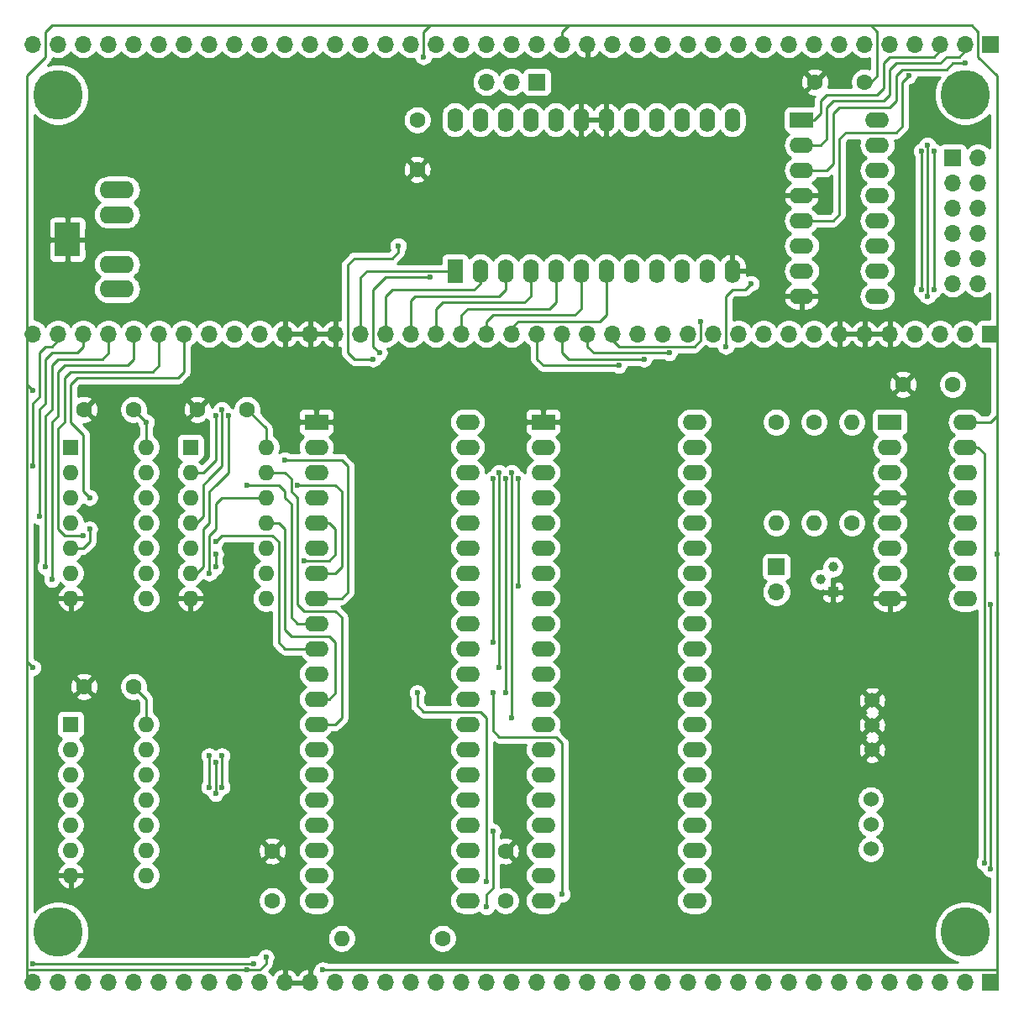
<source format=gbl>
G04 #@! TF.GenerationSoftware,KiCad,Pcbnew,(5.1.5)-3*
G04 #@! TF.CreationDate,2020-10-11T23:01:46+02:00*
G04 #@! TF.ProjectId,PP 6502 Game Board,50502036-3530-4322-9047-616d6520426f,rev?*
G04 #@! TF.SameCoordinates,Original*
G04 #@! TF.FileFunction,Copper,L2,Bot*
G04 #@! TF.FilePolarity,Positive*
%FSLAX46Y46*%
G04 Gerber Fmt 4.6, Leading zero omitted, Abs format (unit mm)*
G04 Created by KiCad (PCBNEW (5.1.5)-3) date 2020-10-11 23:01:46*
%MOMM*%
%LPD*%
G04 APERTURE LIST*
%ADD10C,5.000000*%
%ADD11C,1.600000*%
%ADD12R,2.400000X1.600000*%
%ADD13O,2.400000X1.600000*%
%ADD14R,1.700000X1.700000*%
%ADD15O,1.700000X1.700000*%
%ADD16O,1.600000X1.600000*%
%ADD17R,1.600000X1.600000*%
%ADD18R,1.600000X2.400000*%
%ADD19O,1.600000X2.400000*%
%ADD20C,1.000000*%
%ADD21R,1.000000X1.000000*%
%ADD22C,1.524000*%
%ADD23R,2.500000X3.500000*%
%ADD24O,3.500000X1.750000*%
%ADD25C,0.600000*%
%ADD26C,0.250000*%
%ADD27C,0.254000*%
G04 APERTURE END LIST*
D10*
X104140000Y-140335000D03*
X195580000Y-140335000D03*
X195580000Y-55880000D03*
X104140000Y-55880000D03*
D11*
X125730000Y-137160000D03*
X125730000Y-132160000D03*
X194310000Y-85090000D03*
X189310000Y-85090000D03*
D12*
X179070000Y-58420000D03*
D13*
X186690000Y-76200000D03*
X179070000Y-60960000D03*
X186690000Y-73660000D03*
X179070000Y-63500000D03*
X186690000Y-71120000D03*
X179070000Y-66040000D03*
X186690000Y-68580000D03*
X179070000Y-68580000D03*
X186690000Y-66040000D03*
X179070000Y-71120000D03*
X186690000Y-63500000D03*
X179070000Y-73660000D03*
X186690000Y-60960000D03*
X179070000Y-76200000D03*
X186690000Y-58420000D03*
D12*
X130175000Y-88900000D03*
D13*
X145415000Y-137160000D03*
X130175000Y-91440000D03*
X145415000Y-134620000D03*
X130175000Y-93980000D03*
X145415000Y-132080000D03*
X130175000Y-96520000D03*
X145415000Y-129540000D03*
X130175000Y-99060000D03*
X145415000Y-127000000D03*
X130175000Y-101600000D03*
X145415000Y-124460000D03*
X130175000Y-104140000D03*
X145415000Y-121920000D03*
X130175000Y-106680000D03*
X145415000Y-119380000D03*
X130175000Y-109220000D03*
X145415000Y-116840000D03*
X130175000Y-111760000D03*
X145415000Y-114300000D03*
X130175000Y-114300000D03*
X145415000Y-111760000D03*
X130175000Y-116840000D03*
X145415000Y-109220000D03*
X130175000Y-119380000D03*
X145415000Y-106680000D03*
X130175000Y-121920000D03*
X145415000Y-104140000D03*
X130175000Y-124460000D03*
X145415000Y-101600000D03*
X130175000Y-127000000D03*
X145415000Y-99060000D03*
X130175000Y-129540000D03*
X145415000Y-96520000D03*
X130175000Y-132080000D03*
X145415000Y-93980000D03*
X130175000Y-134620000D03*
X145415000Y-91440000D03*
X130175000Y-137160000D03*
X145415000Y-88900000D03*
D12*
X187960000Y-88900000D03*
D13*
X195580000Y-106680000D03*
X187960000Y-91440000D03*
X195580000Y-104140000D03*
X187960000Y-93980000D03*
X195580000Y-101600000D03*
X187960000Y-96520000D03*
X195580000Y-99060000D03*
X187960000Y-99060000D03*
X195580000Y-96520000D03*
X187960000Y-101600000D03*
X195580000Y-93980000D03*
X187960000Y-104140000D03*
X195580000Y-91440000D03*
X187960000Y-106680000D03*
X195580000Y-88900000D03*
D14*
X152400000Y-54610000D03*
D15*
X149860000Y-54610000D03*
X147320000Y-54610000D03*
D11*
X185420000Y-54610000D03*
X180420000Y-54610000D03*
X111760000Y-87630000D03*
X106760000Y-87630000D03*
X123190000Y-87630000D03*
X118190000Y-87630000D03*
D14*
X194310000Y-62230000D03*
D15*
X196850000Y-62230000D03*
X194310000Y-64770000D03*
X196850000Y-64770000D03*
X194310000Y-67310000D03*
X196850000Y-67310000D03*
X194310000Y-69850000D03*
X196850000Y-69850000D03*
X194310000Y-72390000D03*
X196850000Y-72390000D03*
X194310000Y-74930000D03*
X196850000Y-74930000D03*
D14*
X198120000Y-145415000D03*
D15*
X195580000Y-145415000D03*
X193040000Y-145415000D03*
X190500000Y-145415000D03*
X187960000Y-145415000D03*
X185420000Y-145415000D03*
X182880000Y-145415000D03*
X180340000Y-145415000D03*
X177800000Y-145415000D03*
X175260000Y-145415000D03*
X172720000Y-145415000D03*
X170180000Y-145415000D03*
X167640000Y-145415000D03*
X165100000Y-145415000D03*
X162560000Y-145415000D03*
X160020000Y-145415000D03*
X157480000Y-145415000D03*
X154940000Y-145415000D03*
X152400000Y-145415000D03*
X149860000Y-145415000D03*
X147320000Y-145415000D03*
X144780000Y-145415000D03*
X142240000Y-145415000D03*
X139700000Y-145415000D03*
X137160000Y-145415000D03*
X134620000Y-145415000D03*
X132080000Y-145415000D03*
X129540000Y-145415000D03*
X127000000Y-145415000D03*
X124460000Y-145415000D03*
X121920000Y-145415000D03*
X119380000Y-145415000D03*
X116840000Y-145415000D03*
X114300000Y-145415000D03*
X111760000Y-145415000D03*
X109220000Y-145415000D03*
X106680000Y-145415000D03*
X104140000Y-145415000D03*
X101600000Y-145415000D03*
D14*
X198120000Y-80010000D03*
D15*
X195580000Y-80010000D03*
X193040000Y-80010000D03*
X190500000Y-80010000D03*
X187960000Y-80010000D03*
X185420000Y-80010000D03*
X182880000Y-80010000D03*
X180340000Y-80010000D03*
X177800000Y-80010000D03*
X175260000Y-80010000D03*
X172720000Y-80010000D03*
X170180000Y-80010000D03*
X167640000Y-80010000D03*
X165100000Y-80010000D03*
X162560000Y-80010000D03*
X160020000Y-80010000D03*
X157480000Y-80010000D03*
X154940000Y-80010000D03*
X152400000Y-80010000D03*
X149860000Y-80010000D03*
X147320000Y-80010000D03*
X144780000Y-80010000D03*
X142240000Y-80010000D03*
X139700000Y-80010000D03*
X137160000Y-80010000D03*
X134620000Y-80010000D03*
X132080000Y-80010000D03*
X129540000Y-80010000D03*
X127000000Y-80010000D03*
X124460000Y-80010000D03*
X121920000Y-80010000D03*
X119380000Y-80010000D03*
X116840000Y-80010000D03*
X114300000Y-80010000D03*
X111760000Y-80010000D03*
X109220000Y-80010000D03*
X106680000Y-80010000D03*
X104140000Y-80010000D03*
X101600000Y-80010000D03*
D11*
X180340000Y-88900000D03*
D16*
X180340000Y-99060000D03*
D17*
X105410000Y-91440000D03*
D16*
X113030000Y-106680000D03*
X105410000Y-93980000D03*
X113030000Y-104140000D03*
X105410000Y-96520000D03*
X113030000Y-101600000D03*
X105410000Y-99060000D03*
X113030000Y-99060000D03*
X105410000Y-101600000D03*
X113030000Y-96520000D03*
X105410000Y-104140000D03*
X113030000Y-93980000D03*
X105410000Y-106680000D03*
X113030000Y-91440000D03*
D17*
X117475000Y-91440000D03*
D16*
X125095000Y-106680000D03*
X117475000Y-93980000D03*
X125095000Y-104140000D03*
X117475000Y-96520000D03*
X125095000Y-101600000D03*
X117475000Y-99060000D03*
X125095000Y-99060000D03*
X117475000Y-101600000D03*
X125095000Y-96520000D03*
X117475000Y-104140000D03*
X125095000Y-93980000D03*
X117475000Y-106680000D03*
X125095000Y-91440000D03*
D17*
X105410000Y-119380000D03*
D16*
X113030000Y-134620000D03*
X105410000Y-121920000D03*
X113030000Y-132080000D03*
X105410000Y-124460000D03*
X113030000Y-129540000D03*
X105410000Y-127000000D03*
X113030000Y-127000000D03*
X105410000Y-129540000D03*
X113030000Y-124460000D03*
X105410000Y-132080000D03*
X113030000Y-121920000D03*
X105410000Y-134620000D03*
X113030000Y-119380000D03*
D12*
X153035000Y-88900000D03*
D13*
X168275000Y-137160000D03*
X153035000Y-91440000D03*
X168275000Y-134620000D03*
X153035000Y-93980000D03*
X168275000Y-132080000D03*
X153035000Y-96520000D03*
X168275000Y-129540000D03*
X153035000Y-99060000D03*
X168275000Y-127000000D03*
X153035000Y-101600000D03*
X168275000Y-124460000D03*
X153035000Y-104140000D03*
X168275000Y-121920000D03*
X153035000Y-106680000D03*
X168275000Y-119380000D03*
X153035000Y-109220000D03*
X168275000Y-116840000D03*
X153035000Y-111760000D03*
X168275000Y-114300000D03*
X153035000Y-114300000D03*
X168275000Y-111760000D03*
X153035000Y-116840000D03*
X168275000Y-109220000D03*
X153035000Y-119380000D03*
X168275000Y-106680000D03*
X153035000Y-121920000D03*
X168275000Y-104140000D03*
X153035000Y-124460000D03*
X168275000Y-101600000D03*
X153035000Y-127000000D03*
X168275000Y-99060000D03*
X153035000Y-129540000D03*
X168275000Y-96520000D03*
X153035000Y-132080000D03*
X168275000Y-93980000D03*
X153035000Y-134620000D03*
X168275000Y-91440000D03*
X153035000Y-137160000D03*
X168275000Y-88900000D03*
D18*
X144145000Y-73660000D03*
D19*
X172085000Y-58420000D03*
X146685000Y-73660000D03*
X169545000Y-58420000D03*
X149225000Y-73660000D03*
X167005000Y-58420000D03*
X151765000Y-73660000D03*
X164465000Y-58420000D03*
X154305000Y-73660000D03*
X161925000Y-58420000D03*
X156845000Y-73660000D03*
X159385000Y-58420000D03*
X159385000Y-73660000D03*
X156845000Y-58420000D03*
X161925000Y-73660000D03*
X154305000Y-58420000D03*
X164465000Y-73660000D03*
X151765000Y-58420000D03*
X167005000Y-73660000D03*
X149225000Y-58420000D03*
X169545000Y-73660000D03*
X146685000Y-58420000D03*
X172085000Y-73660000D03*
X144145000Y-58420000D03*
D14*
X198120000Y-50800000D03*
D15*
X195580000Y-50800000D03*
X193040000Y-50800000D03*
X190500000Y-50800000D03*
X187960000Y-50800000D03*
X185420000Y-50800000D03*
X182880000Y-50800000D03*
X180340000Y-50800000D03*
X177800000Y-50800000D03*
X175260000Y-50800000D03*
X172720000Y-50800000D03*
X170180000Y-50800000D03*
X167640000Y-50800000D03*
X165100000Y-50800000D03*
X162560000Y-50800000D03*
X160020000Y-50800000D03*
X157480000Y-50800000D03*
X154940000Y-50800000D03*
X152400000Y-50800000D03*
X149860000Y-50800000D03*
X147320000Y-50800000D03*
X144780000Y-50800000D03*
X142240000Y-50800000D03*
X139700000Y-50800000D03*
X137160000Y-50800000D03*
X134620000Y-50800000D03*
X132080000Y-50800000D03*
X129540000Y-50800000D03*
X127000000Y-50800000D03*
X124460000Y-50800000D03*
X121920000Y-50800000D03*
X119380000Y-50800000D03*
X116840000Y-50800000D03*
X114300000Y-50800000D03*
X111760000Y-50800000D03*
X109220000Y-50800000D03*
X106680000Y-50800000D03*
X104140000Y-50800000D03*
X101600000Y-50800000D03*
D11*
X111760000Y-115570000D03*
X106760000Y-115570000D03*
X149225000Y-137160000D03*
X149225000Y-132160000D03*
D20*
X180975000Y-104775000D03*
X182245000Y-103505000D03*
D21*
X182245000Y-106045000D03*
D11*
X184150000Y-99060000D03*
D16*
X184150000Y-88900000D03*
D11*
X176530000Y-88900000D03*
D16*
X176530000Y-99060000D03*
D22*
X186182000Y-121960000D03*
X186055000Y-126960000D03*
X186182000Y-119460000D03*
X186055000Y-129460000D03*
X186055000Y-131960000D03*
X186182000Y-116960000D03*
D23*
X105084000Y-70485000D03*
D24*
X110090000Y-65485000D03*
X110090000Y-75485000D03*
X110090000Y-67985000D03*
X110090000Y-72985000D03*
D14*
X176530000Y-103505000D03*
D15*
X176530000Y-106045000D03*
D11*
X142875000Y-140970000D03*
D16*
X132715000Y-140970000D03*
D11*
X140335000Y-58420000D03*
X140335000Y-63420000D03*
D25*
X140970000Y-52070000D03*
X125095000Y-142875000D03*
X123190000Y-144145000D03*
X101600000Y-113665000D03*
X113030000Y-88900000D03*
X101600000Y-85725000D03*
X130810000Y-144145000D03*
X198755000Y-102235000D03*
X173990000Y-74930000D03*
X171450000Y-81280000D03*
X147320000Y-135255000D03*
X138430000Y-71120000D03*
X140335000Y-116205000D03*
X135890000Y-82550000D03*
X107315000Y-99695000D03*
X128905000Y-102870000D03*
X128270000Y-95250000D03*
X127000000Y-92710000D03*
X123190000Y-95250000D03*
X120015000Y-100965000D03*
X198120000Y-133985000D03*
X198120000Y-107315000D03*
X147955000Y-111125000D03*
X147955000Y-94615000D03*
X148590000Y-113665000D03*
X148590000Y-93980000D03*
X149225000Y-116205000D03*
X149225000Y-94615000D03*
X149860000Y-118745000D03*
X149860000Y-93980000D03*
X195580000Y-52705000D03*
X189865000Y-53975000D03*
X191135000Y-75565000D03*
X191135000Y-61595000D03*
X191770000Y-76200000D03*
X191770000Y-60960000D03*
X192405000Y-75565000D03*
X192405000Y-61595000D03*
X119380000Y-122555000D03*
X119380000Y-125730000D03*
X119380000Y-104140000D03*
X120015000Y-103505000D03*
X120015000Y-102235000D03*
X120015000Y-126365000D03*
X120015000Y-123190000D03*
X120650000Y-125730000D03*
X120650000Y-122555000D03*
X121285000Y-88265000D03*
X120650000Y-87630000D03*
X120015000Y-88265000D03*
X107315000Y-96520000D03*
X106680000Y-100330000D03*
X103505000Y-104775000D03*
X102870000Y-103505000D03*
X102235000Y-98425000D03*
X101600000Y-93345000D03*
X123825000Y-143510000D03*
X101600000Y-143510000D03*
X147320000Y-137795000D03*
X147955000Y-130175000D03*
X197485000Y-133350000D03*
X168910000Y-78740000D03*
X165735000Y-81915000D03*
X163195000Y-82550000D03*
X160655000Y-83185000D03*
X150495000Y-105410000D03*
X150495000Y-94615000D03*
X154940000Y-136525000D03*
X147955000Y-116205000D03*
X136525000Y-81915000D03*
X141605000Y-74295000D03*
D26*
X140970000Y-49530000D02*
X141605000Y-48895000D01*
X140970000Y-52070000D02*
X140970000Y-49530000D01*
X186055000Y-48895000D02*
X186690000Y-49530000D01*
X186690000Y-53975000D02*
X186055000Y-54610000D01*
X186690000Y-49530000D02*
X186690000Y-53975000D01*
X186055000Y-54610000D02*
X185420000Y-54610000D01*
X123190000Y-144145000D02*
X124460000Y-144145000D01*
X125095000Y-143510000D02*
X125095000Y-142875000D01*
X124460000Y-144145000D02*
X125095000Y-143510000D01*
X101600000Y-113665000D02*
X100965000Y-113030000D01*
X125095000Y-91440000D02*
X125095000Y-89535000D01*
X125095000Y-89535000D02*
X123190000Y-87630000D01*
X113030000Y-91440000D02*
X113030000Y-88900000D01*
X113030000Y-88900000D02*
X111760000Y-87630000D01*
X100965000Y-85090000D02*
X101600000Y-85725000D01*
X113030000Y-119380000D02*
X113030000Y-116840000D01*
X113030000Y-116840000D02*
X111760000Y-115570000D01*
X102235000Y-144145000D02*
X100965000Y-144145000D01*
X102235000Y-144145000D02*
X123190000Y-144145000D01*
X198755000Y-144145000D02*
X130810000Y-144145000D01*
X101600000Y-80010000D02*
X100965000Y-80645000D01*
X100965000Y-80645000D02*
X100965000Y-85090000D01*
X100965000Y-85090000D02*
X100965000Y-113030000D01*
X100965000Y-113030000D02*
X100965000Y-144145000D01*
X100965000Y-144780000D02*
X101600000Y-145415000D01*
X100965000Y-144145000D02*
X100965000Y-144780000D01*
X102870000Y-52070000D02*
X100965000Y-53975000D01*
X100965000Y-53975000D02*
X100965000Y-79375000D01*
X100965000Y-79375000D02*
X101600000Y-80010000D01*
X141605000Y-48895000D02*
X103505000Y-48895000D01*
X102870000Y-49530000D02*
X102870000Y-52070000D01*
X103505000Y-48895000D02*
X102870000Y-49530000D01*
X144145000Y-48895000D02*
X141605000Y-48895000D01*
X155575000Y-48895000D02*
X144145000Y-48895000D01*
X195580000Y-88900000D02*
X198120000Y-88900000D01*
X198120000Y-88900000D02*
X198755000Y-88265000D01*
X198120000Y-80010000D02*
X198755000Y-80645000D01*
X198755000Y-80645000D02*
X198755000Y-88265000D01*
X198755000Y-88265000D02*
X198755000Y-102235000D01*
X198755000Y-102235000D02*
X198755000Y-144145000D01*
X198755000Y-144145000D02*
X198755000Y-144780000D01*
X198755000Y-144780000D02*
X198120000Y-145415000D01*
X196215000Y-48895000D02*
X196850000Y-49530000D01*
X183515000Y-48895000D02*
X186055000Y-48895000D01*
X186055000Y-48895000D02*
X196215000Y-48895000D01*
X196850000Y-52070000D02*
X198755000Y-53975000D01*
X196850000Y-49530000D02*
X196850000Y-52070000D01*
X198755000Y-79375000D02*
X198755000Y-53975000D01*
X198755000Y-79375000D02*
X198120000Y-80010000D01*
X154940000Y-50800000D02*
X154940000Y-49530000D01*
X155575000Y-48895000D02*
X183515000Y-48895000D01*
X154940000Y-49530000D02*
X155575000Y-48895000D01*
X173355000Y-75565000D02*
X173990000Y-74930000D01*
X172085000Y-75565000D02*
X173355000Y-75565000D01*
X171450000Y-76200000D02*
X172085000Y-75565000D01*
X171450000Y-81280000D02*
X171450000Y-76200000D01*
X140335000Y-117475000D02*
X140335000Y-116205000D01*
X146685000Y-118110000D02*
X140970000Y-118110000D01*
X147320000Y-135255000D02*
X147320000Y-118745000D01*
X140970000Y-118110000D02*
X140335000Y-117475000D01*
X147320000Y-118745000D02*
X146685000Y-118110000D01*
X138430000Y-71755000D02*
X138430000Y-71120000D01*
X137795000Y-72390000D02*
X138430000Y-71755000D01*
X133350000Y-73025000D02*
X133985000Y-72390000D01*
X133350000Y-81915000D02*
X133350000Y-73025000D01*
X133985000Y-72390000D02*
X137795000Y-72390000D01*
X133985000Y-82550000D02*
X133350000Y-81915000D01*
X133985000Y-82550000D02*
X135890000Y-82550000D01*
X106680000Y-101600000D02*
X105410000Y-101600000D01*
X107315000Y-100965000D02*
X106680000Y-101600000D01*
X107315000Y-99695000D02*
X107315000Y-100965000D01*
X130175000Y-99060000D02*
X131445000Y-99060000D01*
X131445000Y-102870000D02*
X128905000Y-102870000D01*
X132080000Y-102235000D02*
X131445000Y-102870000D01*
X132080000Y-99695000D02*
X132080000Y-102235000D01*
X131445000Y-99060000D02*
X132080000Y-99695000D01*
X132080000Y-104140000D02*
X132715000Y-103505000D01*
X132715000Y-95885000D02*
X132080000Y-95250000D01*
X132715000Y-103505000D02*
X132715000Y-95885000D01*
X128270000Y-95250000D02*
X132080000Y-95250000D01*
X132080000Y-104140000D02*
X130175000Y-104140000D01*
X132715000Y-92710000D02*
X133350000Y-93345000D01*
X133350000Y-106045000D02*
X132715000Y-106680000D01*
X133350000Y-93345000D02*
X133350000Y-106045000D01*
X132715000Y-92710000D02*
X127000000Y-92710000D01*
X132715000Y-106680000D02*
X130175000Y-106680000D01*
X128270000Y-109220000D02*
X130175000Y-109220000D01*
X127635000Y-108585000D02*
X128270000Y-109220000D01*
X127635000Y-97155000D02*
X127635000Y-108585000D01*
X127000000Y-96520000D02*
X127635000Y-97155000D01*
X127000000Y-95885000D02*
X127000000Y-96520000D01*
X126365000Y-95250000D02*
X127000000Y-95885000D01*
X123190000Y-95250000D02*
X126365000Y-95250000D01*
X123825000Y-100330000D02*
X120650000Y-100330000D01*
X120650000Y-100330000D02*
X120015000Y-100965000D01*
X127000000Y-111760000D02*
X130175000Y-111760000D01*
X126365000Y-111125000D02*
X127000000Y-111760000D01*
X126365000Y-100965000D02*
X126365000Y-111125000D01*
X125730000Y-100330000D02*
X126365000Y-100965000D01*
X123825000Y-100330000D02*
X125730000Y-100330000D01*
X131445000Y-116840000D02*
X132080000Y-116205000D01*
X132080000Y-111125000D02*
X131445000Y-110490000D01*
X132080000Y-116205000D02*
X132080000Y-111125000D01*
X125095000Y-99060000D02*
X126365000Y-99060000D01*
X127635000Y-110490000D02*
X131445000Y-110490000D01*
X127000000Y-109855000D02*
X127635000Y-110490000D01*
X127000000Y-99695000D02*
X127000000Y-109855000D01*
X126365000Y-99060000D02*
X127000000Y-99695000D01*
X131445000Y-116840000D02*
X130175000Y-116840000D01*
X132080000Y-107950000D02*
X132715000Y-108585000D01*
X132715000Y-118745000D02*
X132080000Y-119380000D01*
X132715000Y-108585000D02*
X132715000Y-118745000D01*
X125095000Y-93980000D02*
X127000000Y-93980000D01*
X128905000Y-107950000D02*
X132080000Y-107950000D01*
X128270000Y-107315000D02*
X128905000Y-107950000D01*
X128270000Y-96520000D02*
X128270000Y-107315000D01*
X127635000Y-95885000D02*
X128270000Y-96520000D01*
X127635000Y-94615000D02*
X127635000Y-95885000D01*
X127000000Y-93980000D02*
X127635000Y-94615000D01*
X132080000Y-119380000D02*
X130175000Y-119380000D01*
X198120000Y-107315000D02*
X198120000Y-133985000D01*
X147955000Y-94615000D02*
X147955000Y-111125000D01*
X148590000Y-113665000D02*
X148590000Y-93980000D01*
X149225000Y-94615000D02*
X149225000Y-116205000D01*
X149860000Y-93980000D02*
X149860000Y-118745000D01*
X189230000Y-52070000D02*
X187960000Y-52070000D01*
X192405000Y-52070000D02*
X189230000Y-52070000D01*
X193040000Y-51435000D02*
X192405000Y-52070000D01*
X180340000Y-58420000D02*
X179070000Y-58420000D01*
X180975000Y-57785000D02*
X180340000Y-58420000D01*
X180975000Y-56515000D02*
X180975000Y-57785000D01*
X181610000Y-55880000D02*
X180975000Y-56515000D01*
X186690000Y-55880000D02*
X181610000Y-55880000D01*
X187325000Y-55245000D02*
X186690000Y-55880000D01*
X187325000Y-52705000D02*
X187325000Y-55245000D01*
X187960000Y-52070000D02*
X187325000Y-52705000D01*
X193040000Y-50800000D02*
X193040000Y-51435000D01*
X179070000Y-60960000D02*
X180975000Y-60960000D01*
X193040000Y-52705000D02*
X189865000Y-52705000D01*
X193675000Y-52070000D02*
X193040000Y-52705000D01*
X194945000Y-52070000D02*
X193675000Y-52070000D01*
X194945000Y-52070000D02*
X195580000Y-51435000D01*
X188595000Y-52705000D02*
X189865000Y-52705000D01*
X187960000Y-53340000D02*
X188595000Y-52705000D01*
X187960000Y-55880000D02*
X187960000Y-53340000D01*
X187325000Y-56515000D02*
X187960000Y-55880000D01*
X182245000Y-56515000D02*
X187325000Y-56515000D01*
X181610000Y-57150000D02*
X182245000Y-56515000D01*
X181610000Y-60325000D02*
X181610000Y-57150000D01*
X180975000Y-60960000D02*
X181610000Y-60325000D01*
X195580000Y-50800000D02*
X195580000Y-51435000D01*
X189230000Y-53340000D02*
X188595000Y-53975000D01*
X188595000Y-53975000D02*
X188595000Y-56515000D01*
X188595000Y-56515000D02*
X187960000Y-57150000D01*
X187960000Y-57150000D02*
X182880000Y-57150000D01*
X182880000Y-57150000D02*
X182245000Y-57785000D01*
X182245000Y-57785000D02*
X182245000Y-62865000D01*
X182245000Y-62865000D02*
X181610000Y-63500000D01*
X179070000Y-63500000D02*
X181610000Y-63500000D01*
X195580000Y-52705000D02*
X194310000Y-52705000D01*
X194310000Y-52705000D02*
X193675000Y-53340000D01*
X193675000Y-53340000D02*
X190500000Y-53340000D01*
X190500000Y-53340000D02*
X189230000Y-53340000D01*
X189230000Y-57150000D02*
X189230000Y-59055000D01*
X188595000Y-59690000D02*
X187960000Y-59690000D01*
X189230000Y-59055000D02*
X188595000Y-59690000D01*
X189230000Y-54610000D02*
X189230000Y-57150000D01*
X189865000Y-53975000D02*
X189230000Y-54610000D01*
X179070000Y-68580000D02*
X182245000Y-68580000D01*
X183515000Y-59690000D02*
X187960000Y-59690000D01*
X182880000Y-60325000D02*
X183515000Y-59690000D01*
X182880000Y-67945000D02*
X182880000Y-60325000D01*
X182245000Y-68580000D02*
X182880000Y-67945000D01*
X191135000Y-61595000D02*
X191135000Y-75565000D01*
X191770000Y-60960000D02*
X191770000Y-76200000D01*
X192405000Y-61595000D02*
X192405000Y-75565000D01*
X119380000Y-122555000D02*
X119380000Y-125730000D01*
X125095000Y-96520000D02*
X120650000Y-96520000D01*
X119380000Y-100330000D02*
X119380000Y-104140000D01*
X120015000Y-99695000D02*
X119380000Y-100330000D01*
X120015000Y-97155000D02*
X120015000Y-99695000D01*
X120650000Y-96520000D02*
X120015000Y-97155000D01*
X120015000Y-123825000D02*
X120015000Y-123190000D01*
X120015000Y-102870000D02*
X120015000Y-103505000D01*
X120015000Y-102235000D02*
X120015000Y-102870000D01*
X120015000Y-126365000D02*
X120015000Y-123825000D01*
X120650000Y-122555000D02*
X120650000Y-125730000D01*
X120015000Y-95250000D02*
X121285000Y-93980000D01*
X119380000Y-99060000D02*
X118745000Y-99695000D01*
X118745000Y-103505000D02*
X118110000Y-104140000D01*
X118745000Y-99695000D02*
X118745000Y-103505000D01*
X118110000Y-104140000D02*
X117475000Y-104140000D01*
X119380000Y-95885000D02*
X119380000Y-99060000D01*
X120015000Y-95250000D02*
X119380000Y-95885000D01*
X121285000Y-88265000D02*
X121285000Y-93980000D01*
X119380000Y-94615000D02*
X120650000Y-93345000D01*
X118745000Y-98425000D02*
X118110000Y-99060000D01*
X118745000Y-95250000D02*
X118745000Y-98425000D01*
X119380000Y-94615000D02*
X118745000Y-95250000D01*
X118110000Y-99060000D02*
X117475000Y-99060000D01*
X120650000Y-87630000D02*
X120650000Y-93345000D01*
X117475000Y-93980000D02*
X118745000Y-93980000D01*
X118745000Y-93980000D02*
X120015000Y-92710000D01*
X120015000Y-88265000D02*
X120015000Y-92710000D01*
X116840000Y-83820000D02*
X116840000Y-80010000D01*
X116205000Y-84455000D02*
X116840000Y-83820000D01*
X106045000Y-84455000D02*
X116205000Y-84455000D01*
X105410000Y-85090000D02*
X106045000Y-84455000D01*
X105410000Y-88900000D02*
X105410000Y-85090000D01*
X106680000Y-90170000D02*
X105410000Y-88900000D01*
X106680000Y-95885000D02*
X106680000Y-90170000D01*
X107315000Y-96520000D02*
X106680000Y-95885000D01*
X114300000Y-80010000D02*
X114300000Y-83185000D01*
X104775000Y-100330000D02*
X106680000Y-100330000D01*
X104140000Y-99695000D02*
X104775000Y-100330000D01*
X104140000Y-89535000D02*
X104140000Y-99695000D01*
X104775000Y-88900000D02*
X104140000Y-89535000D01*
X104775000Y-84455000D02*
X104775000Y-88900000D01*
X105410000Y-83820000D02*
X104775000Y-84455000D01*
X113665000Y-83820000D02*
X105410000Y-83820000D01*
X114300000Y-83185000D02*
X113665000Y-83820000D01*
X111760000Y-80010000D02*
X111760000Y-82550000D01*
X103505000Y-88900000D02*
X103505000Y-104775000D01*
X104140000Y-88265000D02*
X103505000Y-88900000D01*
X104140000Y-83820000D02*
X104140000Y-88265000D01*
X104775000Y-83185000D02*
X104140000Y-83820000D01*
X111125000Y-83185000D02*
X104775000Y-83185000D01*
X111760000Y-82550000D02*
X111125000Y-83185000D01*
X104775000Y-82550000D02*
X104140000Y-82550000D01*
X102870000Y-88265000D02*
X102870000Y-103505000D01*
X103505000Y-87630000D02*
X102870000Y-88265000D01*
X103505000Y-83185000D02*
X103505000Y-87630000D01*
X104140000Y-82550000D02*
X103505000Y-83185000D01*
X109220000Y-80010000D02*
X109220000Y-81915000D01*
X108585000Y-82550000D02*
X104775000Y-82550000D01*
X109220000Y-81915000D02*
X108585000Y-82550000D01*
X103505000Y-81915000D02*
X104140000Y-81915000D01*
X102870000Y-82550000D02*
X103505000Y-81915000D01*
X102870000Y-86995000D02*
X102870000Y-82550000D01*
X102235000Y-87630000D02*
X102870000Y-86995000D01*
X102235000Y-98425000D02*
X102235000Y-87630000D01*
X106680000Y-80010000D02*
X106680000Y-81280000D01*
X106045000Y-81915000D02*
X104140000Y-81915000D01*
X106680000Y-81280000D02*
X106045000Y-81915000D01*
X103505000Y-81280000D02*
X102870000Y-81280000D01*
X101600000Y-86995000D02*
X101600000Y-93345000D01*
X102235000Y-86360000D02*
X101600000Y-86995000D01*
X102235000Y-81915000D02*
X102235000Y-86360000D01*
X102870000Y-81280000D02*
X102235000Y-81915000D01*
X104140000Y-80010000D02*
X104140000Y-80645000D01*
X104140000Y-80645000D02*
X103505000Y-81280000D01*
X101600000Y-143510000D02*
X123825000Y-143510000D01*
X147320000Y-136525000D02*
X147320000Y-137795000D01*
X147955000Y-135890000D02*
X147320000Y-136525000D01*
X147955000Y-130175000D02*
X147955000Y-135890000D01*
X196850000Y-91440000D02*
X195580000Y-91440000D01*
X197485000Y-92075000D02*
X196850000Y-91440000D01*
X197485000Y-133350000D02*
X197485000Y-92075000D01*
X160020000Y-80010000D02*
X160020000Y-80645000D01*
X160020000Y-80645000D02*
X160655000Y-81280000D01*
X160655000Y-81280000D02*
X168275000Y-81280000D01*
X168275000Y-81280000D02*
X168910000Y-80645000D01*
X168910000Y-80645000D02*
X168910000Y-78740000D01*
X157480000Y-80010000D02*
X157480000Y-81280000D01*
X158115000Y-81915000D02*
X165735000Y-81915000D01*
X157480000Y-81280000D02*
X158115000Y-81915000D01*
X154940000Y-80010000D02*
X154940000Y-81915000D01*
X155575000Y-82550000D02*
X163195000Y-82550000D01*
X154940000Y-81915000D02*
X155575000Y-82550000D01*
X152400000Y-80010000D02*
X152400000Y-82550000D01*
X153035000Y-83185000D02*
X160655000Y-83185000D01*
X152400000Y-82550000D02*
X153035000Y-83185000D01*
X149860000Y-80010000D02*
X149860000Y-79375000D01*
X149860000Y-79375000D02*
X150495000Y-78740000D01*
X150495000Y-78740000D02*
X158750000Y-78740000D01*
X158750000Y-78740000D02*
X159385000Y-78105000D01*
X159385000Y-78105000D02*
X159385000Y-73660000D01*
X147320000Y-80010000D02*
X147320000Y-78740000D01*
X156845000Y-77470000D02*
X156845000Y-73660000D01*
X156210000Y-78105000D02*
X156845000Y-77470000D01*
X147955000Y-78105000D02*
X156210000Y-78105000D01*
X147320000Y-78740000D02*
X147955000Y-78105000D01*
X144780000Y-80010000D02*
X144780000Y-78105000D01*
X154305000Y-76835000D02*
X154305000Y-73660000D01*
X153670000Y-77470000D02*
X154305000Y-76835000D01*
X145415000Y-77470000D02*
X153670000Y-77470000D01*
X144780000Y-78105000D02*
X145415000Y-77470000D01*
X142240000Y-80010000D02*
X142240000Y-77470000D01*
X151765000Y-76200000D02*
X151765000Y-73660000D01*
X151130000Y-76835000D02*
X151765000Y-76200000D01*
X142875000Y-76835000D02*
X151130000Y-76835000D01*
X142240000Y-77470000D02*
X142875000Y-76835000D01*
X139700000Y-80010000D02*
X139700000Y-76650002D01*
X149225000Y-75565000D02*
X149225000Y-73660000D01*
X148590000Y-76200000D02*
X149225000Y-75565000D01*
X140150002Y-76200000D02*
X148590000Y-76200000D01*
X139700000Y-76650002D02*
X140150002Y-76200000D01*
X137160000Y-80010000D02*
X137160000Y-76200000D01*
X146685000Y-74930000D02*
X146685000Y-73660000D01*
X146050000Y-75565000D02*
X146685000Y-74930000D01*
X137795000Y-75565000D02*
X146050000Y-75565000D01*
X137160000Y-76200000D02*
X137795000Y-75565000D01*
X134620000Y-75565000D02*
X134620000Y-80010000D01*
X144145000Y-73660000D02*
X135255000Y-73660000D01*
X134620000Y-74295000D02*
X134620000Y-75565000D01*
X135255000Y-73660000D02*
X134620000Y-74295000D01*
X150495000Y-94615000D02*
X150495000Y-105410000D01*
X147955000Y-116629264D02*
X147955000Y-116205000D01*
X154940000Y-121285000D02*
X154305000Y-120650000D01*
X154940000Y-136525000D02*
X154940000Y-121285000D01*
X154305000Y-120650000D02*
X148590000Y-120650000D01*
X148590000Y-120650000D02*
X147955000Y-120015000D01*
X147955000Y-120015000D02*
X147955000Y-116629264D01*
X135890000Y-75565000D02*
X137160000Y-74295000D01*
X141180736Y-74295000D02*
X141605000Y-74295000D01*
X137160000Y-74295000D02*
X141180736Y-74295000D01*
X136525000Y-81915000D02*
X135890000Y-81280000D01*
X135890000Y-81280000D02*
X135890000Y-75565000D01*
D27*
G36*
X157607000Y-50673000D02*
G01*
X157627000Y-50673000D01*
X157627000Y-50927000D01*
X157607000Y-50927000D01*
X157607000Y-52120155D01*
X157836890Y-52241476D01*
X157984099Y-52196825D01*
X158246920Y-52071641D01*
X158480269Y-51897588D01*
X158675178Y-51681355D01*
X158744805Y-51564466D01*
X158866525Y-51746632D01*
X159073368Y-51953475D01*
X159316589Y-52115990D01*
X159586842Y-52227932D01*
X159873740Y-52285000D01*
X160166260Y-52285000D01*
X160453158Y-52227932D01*
X160723411Y-52115990D01*
X160966632Y-51953475D01*
X161173475Y-51746632D01*
X161290000Y-51572240D01*
X161406525Y-51746632D01*
X161613368Y-51953475D01*
X161856589Y-52115990D01*
X162126842Y-52227932D01*
X162413740Y-52285000D01*
X162706260Y-52285000D01*
X162993158Y-52227932D01*
X163263411Y-52115990D01*
X163506632Y-51953475D01*
X163713475Y-51746632D01*
X163830000Y-51572240D01*
X163946525Y-51746632D01*
X164153368Y-51953475D01*
X164396589Y-52115990D01*
X164666842Y-52227932D01*
X164953740Y-52285000D01*
X165246260Y-52285000D01*
X165533158Y-52227932D01*
X165803411Y-52115990D01*
X166046632Y-51953475D01*
X166253475Y-51746632D01*
X166370000Y-51572240D01*
X166486525Y-51746632D01*
X166693368Y-51953475D01*
X166936589Y-52115990D01*
X167206842Y-52227932D01*
X167493740Y-52285000D01*
X167786260Y-52285000D01*
X168073158Y-52227932D01*
X168343411Y-52115990D01*
X168586632Y-51953475D01*
X168793475Y-51746632D01*
X168910000Y-51572240D01*
X169026525Y-51746632D01*
X169233368Y-51953475D01*
X169476589Y-52115990D01*
X169746842Y-52227932D01*
X170033740Y-52285000D01*
X170326260Y-52285000D01*
X170613158Y-52227932D01*
X170883411Y-52115990D01*
X171126632Y-51953475D01*
X171333475Y-51746632D01*
X171450000Y-51572240D01*
X171566525Y-51746632D01*
X171773368Y-51953475D01*
X172016589Y-52115990D01*
X172286842Y-52227932D01*
X172573740Y-52285000D01*
X172866260Y-52285000D01*
X173153158Y-52227932D01*
X173423411Y-52115990D01*
X173666632Y-51953475D01*
X173873475Y-51746632D01*
X173990000Y-51572240D01*
X174106525Y-51746632D01*
X174313368Y-51953475D01*
X174556589Y-52115990D01*
X174826842Y-52227932D01*
X175113740Y-52285000D01*
X175406260Y-52285000D01*
X175693158Y-52227932D01*
X175963411Y-52115990D01*
X176206632Y-51953475D01*
X176413475Y-51746632D01*
X176530000Y-51572240D01*
X176646525Y-51746632D01*
X176853368Y-51953475D01*
X177096589Y-52115990D01*
X177366842Y-52227932D01*
X177653740Y-52285000D01*
X177946260Y-52285000D01*
X178233158Y-52227932D01*
X178503411Y-52115990D01*
X178746632Y-51953475D01*
X178953475Y-51746632D01*
X179070000Y-51572240D01*
X179186525Y-51746632D01*
X179393368Y-51953475D01*
X179636589Y-52115990D01*
X179906842Y-52227932D01*
X180193740Y-52285000D01*
X180486260Y-52285000D01*
X180773158Y-52227932D01*
X181043411Y-52115990D01*
X181286632Y-51953475D01*
X181493475Y-51746632D01*
X181610000Y-51572240D01*
X181726525Y-51746632D01*
X181933368Y-51953475D01*
X182176589Y-52115990D01*
X182446842Y-52227932D01*
X182733740Y-52285000D01*
X183026260Y-52285000D01*
X183313158Y-52227932D01*
X183583411Y-52115990D01*
X183826632Y-51953475D01*
X184033475Y-51746632D01*
X184150000Y-51572240D01*
X184266525Y-51746632D01*
X184473368Y-51953475D01*
X184716589Y-52115990D01*
X184986842Y-52227932D01*
X185273740Y-52285000D01*
X185566260Y-52285000D01*
X185853158Y-52227932D01*
X185930001Y-52196103D01*
X185930001Y-53268017D01*
X185838574Y-53230147D01*
X185561335Y-53175000D01*
X185278665Y-53175000D01*
X185001426Y-53230147D01*
X184740273Y-53338320D01*
X184505241Y-53495363D01*
X184305363Y-53695241D01*
X184148320Y-53930273D01*
X184040147Y-54191426D01*
X183985000Y-54468665D01*
X183985000Y-54751335D01*
X184040147Y-55028574D01*
X184078017Y-55120000D01*
X181766217Y-55120000D01*
X181777571Y-55096004D01*
X181846300Y-54821816D01*
X181860217Y-54539488D01*
X181818787Y-54259870D01*
X181723603Y-53993708D01*
X181656671Y-53868486D01*
X181412702Y-53796903D01*
X180599605Y-54610000D01*
X180613748Y-54624143D01*
X180434143Y-54803748D01*
X180420000Y-54789605D01*
X179606903Y-55602702D01*
X179678486Y-55846671D01*
X179933996Y-55967571D01*
X180208184Y-56036300D01*
X180377828Y-56044662D01*
X180340026Y-56090724D01*
X180269455Y-56222753D01*
X180269454Y-56222754D01*
X180225997Y-56366015D01*
X180215000Y-56477668D01*
X180215000Y-56477678D01*
X180211324Y-56515000D01*
X180215000Y-56552323D01*
X180215000Y-56981928D01*
X177870000Y-56981928D01*
X177745518Y-56994188D01*
X177625820Y-57030498D01*
X177515506Y-57089463D01*
X177418815Y-57168815D01*
X177339463Y-57265506D01*
X177280498Y-57375820D01*
X177244188Y-57495518D01*
X177231928Y-57620000D01*
X177231928Y-59220000D01*
X177244188Y-59344482D01*
X177280498Y-59464180D01*
X177339463Y-59574494D01*
X177418815Y-59671185D01*
X177515506Y-59750537D01*
X177625820Y-59809502D01*
X177745518Y-59845812D01*
X177763482Y-59847581D01*
X177650392Y-59940392D01*
X177471068Y-60158899D01*
X177337818Y-60408192D01*
X177255764Y-60678691D01*
X177228057Y-60960000D01*
X177255764Y-61241309D01*
X177337818Y-61511808D01*
X177471068Y-61761101D01*
X177650392Y-61979608D01*
X177868899Y-62158932D01*
X178001858Y-62230000D01*
X177868899Y-62301068D01*
X177650392Y-62480392D01*
X177471068Y-62698899D01*
X177337818Y-62948192D01*
X177255764Y-63218691D01*
X177228057Y-63500000D01*
X177255764Y-63781309D01*
X177337818Y-64051808D01*
X177471068Y-64301101D01*
X177650392Y-64519608D01*
X177868899Y-64698932D01*
X177996741Y-64767265D01*
X177767161Y-64917399D01*
X177565500Y-65115105D01*
X177406285Y-65348354D01*
X177295633Y-65608182D01*
X177278096Y-65690961D01*
X177400085Y-65913000D01*
X178943000Y-65913000D01*
X178943000Y-65893000D01*
X179197000Y-65893000D01*
X179197000Y-65913000D01*
X180739915Y-65913000D01*
X180861904Y-65690961D01*
X180844367Y-65608182D01*
X180733715Y-65348354D01*
X180574500Y-65115105D01*
X180372839Y-64917399D01*
X180143259Y-64767265D01*
X180271101Y-64698932D01*
X180489608Y-64519608D01*
X180668932Y-64301101D01*
X180690901Y-64260000D01*
X181572678Y-64260000D01*
X181610000Y-64263676D01*
X181647322Y-64260000D01*
X181647333Y-64260000D01*
X181758986Y-64249003D01*
X181902247Y-64205546D01*
X182034276Y-64134974D01*
X182120001Y-64064622D01*
X182120000Y-67630198D01*
X181930199Y-67820000D01*
X180690901Y-67820000D01*
X180668932Y-67778899D01*
X180489608Y-67560392D01*
X180271101Y-67381068D01*
X180143259Y-67312735D01*
X180372839Y-67162601D01*
X180574500Y-66964895D01*
X180733715Y-66731646D01*
X180844367Y-66471818D01*
X180861904Y-66389039D01*
X180739915Y-66167000D01*
X179197000Y-66167000D01*
X179197000Y-66187000D01*
X178943000Y-66187000D01*
X178943000Y-66167000D01*
X177400085Y-66167000D01*
X177278096Y-66389039D01*
X177295633Y-66471818D01*
X177406285Y-66731646D01*
X177565500Y-66964895D01*
X177767161Y-67162601D01*
X177996741Y-67312735D01*
X177868899Y-67381068D01*
X177650392Y-67560392D01*
X177471068Y-67778899D01*
X177337818Y-68028192D01*
X177255764Y-68298691D01*
X177228057Y-68580000D01*
X177255764Y-68861309D01*
X177337818Y-69131808D01*
X177471068Y-69381101D01*
X177650392Y-69599608D01*
X177868899Y-69778932D01*
X178001858Y-69850000D01*
X177868899Y-69921068D01*
X177650392Y-70100392D01*
X177471068Y-70318899D01*
X177337818Y-70568192D01*
X177255764Y-70838691D01*
X177228057Y-71120000D01*
X177255764Y-71401309D01*
X177337818Y-71671808D01*
X177471068Y-71921101D01*
X177650392Y-72139608D01*
X177868899Y-72318932D01*
X178001858Y-72390000D01*
X177868899Y-72461068D01*
X177650392Y-72640392D01*
X177471068Y-72858899D01*
X177337818Y-73108192D01*
X177255764Y-73378691D01*
X177228057Y-73660000D01*
X177255764Y-73941309D01*
X177337818Y-74211808D01*
X177471068Y-74461101D01*
X177650392Y-74679608D01*
X177868899Y-74858932D01*
X177996741Y-74927265D01*
X177767161Y-75077399D01*
X177565500Y-75275105D01*
X177406285Y-75508354D01*
X177295633Y-75768182D01*
X177278096Y-75850961D01*
X177400085Y-76073000D01*
X178943000Y-76073000D01*
X178943000Y-76053000D01*
X179197000Y-76053000D01*
X179197000Y-76073000D01*
X180739915Y-76073000D01*
X180861904Y-75850961D01*
X180844367Y-75768182D01*
X180733715Y-75508354D01*
X180574500Y-75275105D01*
X180372839Y-75077399D01*
X180143259Y-74927265D01*
X180271101Y-74858932D01*
X180489608Y-74679608D01*
X180668932Y-74461101D01*
X180802182Y-74211808D01*
X180884236Y-73941309D01*
X180911943Y-73660000D01*
X180884236Y-73378691D01*
X180802182Y-73108192D01*
X180668932Y-72858899D01*
X180489608Y-72640392D01*
X180271101Y-72461068D01*
X180138142Y-72390000D01*
X180271101Y-72318932D01*
X180489608Y-72139608D01*
X180668932Y-71921101D01*
X180802182Y-71671808D01*
X180884236Y-71401309D01*
X180911943Y-71120000D01*
X180884236Y-70838691D01*
X180802182Y-70568192D01*
X180668932Y-70318899D01*
X180489608Y-70100392D01*
X180271101Y-69921068D01*
X180138142Y-69850000D01*
X180271101Y-69778932D01*
X180489608Y-69599608D01*
X180668932Y-69381101D01*
X180690901Y-69340000D01*
X182207678Y-69340000D01*
X182245000Y-69343676D01*
X182282322Y-69340000D01*
X182282333Y-69340000D01*
X182393986Y-69329003D01*
X182537247Y-69285546D01*
X182669276Y-69214974D01*
X182785001Y-69120001D01*
X182808803Y-69090998D01*
X183391004Y-68508798D01*
X183420001Y-68485001D01*
X183514974Y-68369276D01*
X183585546Y-68237247D01*
X183629003Y-68093986D01*
X183640000Y-67982333D01*
X183640000Y-67982332D01*
X183643677Y-67945000D01*
X183640000Y-67907667D01*
X183640000Y-60639801D01*
X183829802Y-60450000D01*
X184945136Y-60450000D01*
X184875764Y-60678691D01*
X184848057Y-60960000D01*
X184875764Y-61241309D01*
X184957818Y-61511808D01*
X185091068Y-61761101D01*
X185270392Y-61979608D01*
X185488899Y-62158932D01*
X185621858Y-62230000D01*
X185488899Y-62301068D01*
X185270392Y-62480392D01*
X185091068Y-62698899D01*
X184957818Y-62948192D01*
X184875764Y-63218691D01*
X184848057Y-63500000D01*
X184875764Y-63781309D01*
X184957818Y-64051808D01*
X185091068Y-64301101D01*
X185270392Y-64519608D01*
X185488899Y-64698932D01*
X185621858Y-64770000D01*
X185488899Y-64841068D01*
X185270392Y-65020392D01*
X185091068Y-65238899D01*
X184957818Y-65488192D01*
X184875764Y-65758691D01*
X184848057Y-66040000D01*
X184875764Y-66321309D01*
X184957818Y-66591808D01*
X185091068Y-66841101D01*
X185270392Y-67059608D01*
X185488899Y-67238932D01*
X185621858Y-67310000D01*
X185488899Y-67381068D01*
X185270392Y-67560392D01*
X185091068Y-67778899D01*
X184957818Y-68028192D01*
X184875764Y-68298691D01*
X184848057Y-68580000D01*
X184875764Y-68861309D01*
X184957818Y-69131808D01*
X185091068Y-69381101D01*
X185270392Y-69599608D01*
X185488899Y-69778932D01*
X185621858Y-69850000D01*
X185488899Y-69921068D01*
X185270392Y-70100392D01*
X185091068Y-70318899D01*
X184957818Y-70568192D01*
X184875764Y-70838691D01*
X184848057Y-71120000D01*
X184875764Y-71401309D01*
X184957818Y-71671808D01*
X185091068Y-71921101D01*
X185270392Y-72139608D01*
X185488899Y-72318932D01*
X185621858Y-72390000D01*
X185488899Y-72461068D01*
X185270392Y-72640392D01*
X185091068Y-72858899D01*
X184957818Y-73108192D01*
X184875764Y-73378691D01*
X184848057Y-73660000D01*
X184875764Y-73941309D01*
X184957818Y-74211808D01*
X185091068Y-74461101D01*
X185270392Y-74679608D01*
X185488899Y-74858932D01*
X185621858Y-74930000D01*
X185488899Y-75001068D01*
X185270392Y-75180392D01*
X185091068Y-75398899D01*
X184957818Y-75648192D01*
X184875764Y-75918691D01*
X184848057Y-76200000D01*
X184875764Y-76481309D01*
X184957818Y-76751808D01*
X185091068Y-77001101D01*
X185270392Y-77219608D01*
X185488899Y-77398932D01*
X185738192Y-77532182D01*
X186008691Y-77614236D01*
X186219508Y-77635000D01*
X187160492Y-77635000D01*
X187371309Y-77614236D01*
X187641808Y-77532182D01*
X187891101Y-77398932D01*
X188109608Y-77219608D01*
X188288932Y-77001101D01*
X188422182Y-76751808D01*
X188504236Y-76481309D01*
X188531943Y-76200000D01*
X188504236Y-75918691D01*
X188422182Y-75648192D01*
X188288932Y-75398899D01*
X188109608Y-75180392D01*
X187891101Y-75001068D01*
X187758142Y-74930000D01*
X187891101Y-74858932D01*
X188109608Y-74679608D01*
X188288932Y-74461101D01*
X188422182Y-74211808D01*
X188504236Y-73941309D01*
X188531943Y-73660000D01*
X188504236Y-73378691D01*
X188422182Y-73108192D01*
X188288932Y-72858899D01*
X188109608Y-72640392D01*
X187891101Y-72461068D01*
X187758142Y-72390000D01*
X187891101Y-72318932D01*
X188109608Y-72139608D01*
X188288932Y-71921101D01*
X188422182Y-71671808D01*
X188504236Y-71401309D01*
X188531943Y-71120000D01*
X188504236Y-70838691D01*
X188422182Y-70568192D01*
X188288932Y-70318899D01*
X188109608Y-70100392D01*
X187891101Y-69921068D01*
X187758142Y-69850000D01*
X187891101Y-69778932D01*
X188109608Y-69599608D01*
X188288932Y-69381101D01*
X188422182Y-69131808D01*
X188504236Y-68861309D01*
X188531943Y-68580000D01*
X188504236Y-68298691D01*
X188422182Y-68028192D01*
X188288932Y-67778899D01*
X188109608Y-67560392D01*
X187891101Y-67381068D01*
X187758142Y-67310000D01*
X187891101Y-67238932D01*
X188109608Y-67059608D01*
X188288932Y-66841101D01*
X188422182Y-66591808D01*
X188504236Y-66321309D01*
X188531943Y-66040000D01*
X188504236Y-65758691D01*
X188422182Y-65488192D01*
X188288932Y-65238899D01*
X188109608Y-65020392D01*
X187891101Y-64841068D01*
X187758142Y-64770000D01*
X187891101Y-64698932D01*
X188109608Y-64519608D01*
X188288932Y-64301101D01*
X188422182Y-64051808D01*
X188504236Y-63781309D01*
X188531943Y-63500000D01*
X188504236Y-63218691D01*
X188422182Y-62948192D01*
X188288932Y-62698899D01*
X188109608Y-62480392D01*
X187891101Y-62301068D01*
X187758142Y-62230000D01*
X187891101Y-62158932D01*
X188109608Y-61979608D01*
X188288932Y-61761101D01*
X188422182Y-61511808D01*
X188504236Y-61241309D01*
X188531943Y-60960000D01*
X188504236Y-60678691D01*
X188434864Y-60450000D01*
X188557678Y-60450000D01*
X188595000Y-60453676D01*
X188632322Y-60450000D01*
X188632333Y-60450000D01*
X188743986Y-60439003D01*
X188887247Y-60395546D01*
X189019276Y-60324974D01*
X189135001Y-60230001D01*
X189158803Y-60200998D01*
X189741002Y-59618800D01*
X189770001Y-59595001D01*
X189864974Y-59479276D01*
X189935546Y-59347247D01*
X189979003Y-59203986D01*
X189990000Y-59092333D01*
X189993677Y-59055000D01*
X189990000Y-59017667D01*
X189990000Y-54924801D01*
X190016649Y-54898153D01*
X190137729Y-54874068D01*
X190307889Y-54803586D01*
X190461028Y-54701262D01*
X190591262Y-54571028D01*
X190693586Y-54417889D01*
X190764068Y-54247729D01*
X190793454Y-54100000D01*
X192998925Y-54100000D01*
X192801799Y-54395021D01*
X192565476Y-54965554D01*
X192445000Y-55571229D01*
X192445000Y-56188771D01*
X192565476Y-56794446D01*
X192801799Y-57364979D01*
X193144886Y-57878446D01*
X193581554Y-58315114D01*
X194095021Y-58658201D01*
X194665554Y-58894524D01*
X195271229Y-59015000D01*
X195888771Y-59015000D01*
X196494446Y-58894524D01*
X197064979Y-58658201D01*
X197578446Y-58315114D01*
X197995001Y-57898559D01*
X197995001Y-61274894D01*
X197796632Y-61076525D01*
X197553411Y-60914010D01*
X197283158Y-60802068D01*
X196996260Y-60745000D01*
X196703740Y-60745000D01*
X196416842Y-60802068D01*
X196146589Y-60914010D01*
X195903368Y-61076525D01*
X195771513Y-61208380D01*
X195749502Y-61135820D01*
X195690537Y-61025506D01*
X195611185Y-60928815D01*
X195514494Y-60849463D01*
X195404180Y-60790498D01*
X195284482Y-60754188D01*
X195160000Y-60741928D01*
X193460000Y-60741928D01*
X193335518Y-60754188D01*
X193215820Y-60790498D01*
X193105506Y-60849463D01*
X193037535Y-60905245D01*
X193001028Y-60868738D01*
X192847889Y-60766414D01*
X192677729Y-60695932D01*
X192670505Y-60694495D01*
X192669068Y-60687271D01*
X192598586Y-60517111D01*
X192496262Y-60363972D01*
X192366028Y-60233738D01*
X192212889Y-60131414D01*
X192042729Y-60060932D01*
X191862089Y-60025000D01*
X191677911Y-60025000D01*
X191497271Y-60060932D01*
X191327111Y-60131414D01*
X191173972Y-60233738D01*
X191043738Y-60363972D01*
X190941414Y-60517111D01*
X190870932Y-60687271D01*
X190869495Y-60694495D01*
X190862271Y-60695932D01*
X190692111Y-60766414D01*
X190538972Y-60868738D01*
X190408738Y-60998972D01*
X190306414Y-61152111D01*
X190235932Y-61322271D01*
X190200000Y-61502911D01*
X190200000Y-61687089D01*
X190235932Y-61867729D01*
X190306414Y-62037889D01*
X190375000Y-62140535D01*
X190375001Y-75019463D01*
X190306414Y-75122111D01*
X190235932Y-75292271D01*
X190200000Y-75472911D01*
X190200000Y-75657089D01*
X190235932Y-75837729D01*
X190306414Y-76007889D01*
X190408738Y-76161028D01*
X190538972Y-76291262D01*
X190692111Y-76393586D01*
X190862271Y-76464068D01*
X190869495Y-76465505D01*
X190870932Y-76472729D01*
X190941414Y-76642889D01*
X191043738Y-76796028D01*
X191173972Y-76926262D01*
X191327111Y-77028586D01*
X191497271Y-77099068D01*
X191677911Y-77135000D01*
X191862089Y-77135000D01*
X192042729Y-77099068D01*
X192212889Y-77028586D01*
X192366028Y-76926262D01*
X192496262Y-76796028D01*
X192598586Y-76642889D01*
X192669068Y-76472729D01*
X192670505Y-76465505D01*
X192677729Y-76464068D01*
X192847889Y-76393586D01*
X193001028Y-76291262D01*
X193131262Y-76161028D01*
X193233586Y-76007889D01*
X193249460Y-75969567D01*
X193363368Y-76083475D01*
X193606589Y-76245990D01*
X193876842Y-76357932D01*
X194163740Y-76415000D01*
X194456260Y-76415000D01*
X194743158Y-76357932D01*
X195013411Y-76245990D01*
X195256632Y-76083475D01*
X195463475Y-75876632D01*
X195580000Y-75702240D01*
X195696525Y-75876632D01*
X195903368Y-76083475D01*
X196146589Y-76245990D01*
X196416842Y-76357932D01*
X196703740Y-76415000D01*
X196996260Y-76415000D01*
X197283158Y-76357932D01*
X197553411Y-76245990D01*
X197796632Y-76083475D01*
X197995000Y-75885107D01*
X197995000Y-78521928D01*
X197270000Y-78521928D01*
X197145518Y-78534188D01*
X197025820Y-78570498D01*
X196915506Y-78629463D01*
X196818815Y-78708815D01*
X196739463Y-78805506D01*
X196680498Y-78915820D01*
X196658487Y-78988380D01*
X196526632Y-78856525D01*
X196283411Y-78694010D01*
X196013158Y-78582068D01*
X195726260Y-78525000D01*
X195433740Y-78525000D01*
X195146842Y-78582068D01*
X194876589Y-78694010D01*
X194633368Y-78856525D01*
X194426525Y-79063368D01*
X194310000Y-79237760D01*
X194193475Y-79063368D01*
X193986632Y-78856525D01*
X193743411Y-78694010D01*
X193473158Y-78582068D01*
X193186260Y-78525000D01*
X192893740Y-78525000D01*
X192606842Y-78582068D01*
X192336589Y-78694010D01*
X192093368Y-78856525D01*
X191886525Y-79063368D01*
X191770000Y-79237760D01*
X191653475Y-79063368D01*
X191446632Y-78856525D01*
X191203411Y-78694010D01*
X190933158Y-78582068D01*
X190646260Y-78525000D01*
X190353740Y-78525000D01*
X190066842Y-78582068D01*
X189796589Y-78694010D01*
X189553368Y-78856525D01*
X189346525Y-79063368D01*
X189224805Y-79245534D01*
X189155178Y-79128645D01*
X188960269Y-78912412D01*
X188726920Y-78738359D01*
X188464099Y-78613175D01*
X188316890Y-78568524D01*
X188087000Y-78689845D01*
X188087000Y-79883000D01*
X188107000Y-79883000D01*
X188107000Y-80137000D01*
X188087000Y-80137000D01*
X188087000Y-81330155D01*
X188316890Y-81451476D01*
X188464099Y-81406825D01*
X188726920Y-81281641D01*
X188960269Y-81107588D01*
X189155178Y-80891355D01*
X189224805Y-80774466D01*
X189346525Y-80956632D01*
X189553368Y-81163475D01*
X189796589Y-81325990D01*
X190066842Y-81437932D01*
X190353740Y-81495000D01*
X190646260Y-81495000D01*
X190933158Y-81437932D01*
X191203411Y-81325990D01*
X191446632Y-81163475D01*
X191653475Y-80956632D01*
X191770000Y-80782240D01*
X191886525Y-80956632D01*
X192093368Y-81163475D01*
X192336589Y-81325990D01*
X192606842Y-81437932D01*
X192893740Y-81495000D01*
X193186260Y-81495000D01*
X193473158Y-81437932D01*
X193743411Y-81325990D01*
X193986632Y-81163475D01*
X194193475Y-80956632D01*
X194310000Y-80782240D01*
X194426525Y-80956632D01*
X194633368Y-81163475D01*
X194876589Y-81325990D01*
X195146842Y-81437932D01*
X195433740Y-81495000D01*
X195726260Y-81495000D01*
X196013158Y-81437932D01*
X196283411Y-81325990D01*
X196526632Y-81163475D01*
X196658487Y-81031620D01*
X196680498Y-81104180D01*
X196739463Y-81214494D01*
X196818815Y-81311185D01*
X196915506Y-81390537D01*
X197025820Y-81449502D01*
X197145518Y-81485812D01*
X197270000Y-81498072D01*
X197995000Y-81498072D01*
X197995001Y-87950197D01*
X197805199Y-88140000D01*
X197200901Y-88140000D01*
X197178932Y-88098899D01*
X196999608Y-87880392D01*
X196781101Y-87701068D01*
X196531808Y-87567818D01*
X196261309Y-87485764D01*
X196050492Y-87465000D01*
X195109508Y-87465000D01*
X194898691Y-87485764D01*
X194628192Y-87567818D01*
X194378899Y-87701068D01*
X194160392Y-87880392D01*
X193981068Y-88098899D01*
X193847818Y-88348192D01*
X193765764Y-88618691D01*
X193738057Y-88900000D01*
X193765764Y-89181309D01*
X193847818Y-89451808D01*
X193981068Y-89701101D01*
X194160392Y-89919608D01*
X194378899Y-90098932D01*
X194511858Y-90170000D01*
X194378899Y-90241068D01*
X194160392Y-90420392D01*
X193981068Y-90638899D01*
X193847818Y-90888192D01*
X193765764Y-91158691D01*
X193738057Y-91440000D01*
X193765764Y-91721309D01*
X193847818Y-91991808D01*
X193981068Y-92241101D01*
X194160392Y-92459608D01*
X194378899Y-92638932D01*
X194511858Y-92710000D01*
X194378899Y-92781068D01*
X194160392Y-92960392D01*
X193981068Y-93178899D01*
X193847818Y-93428192D01*
X193765764Y-93698691D01*
X193738057Y-93980000D01*
X193765764Y-94261309D01*
X193847818Y-94531808D01*
X193981068Y-94781101D01*
X194160392Y-94999608D01*
X194378899Y-95178932D01*
X194511858Y-95250000D01*
X194378899Y-95321068D01*
X194160392Y-95500392D01*
X193981068Y-95718899D01*
X193847818Y-95968192D01*
X193765764Y-96238691D01*
X193738057Y-96520000D01*
X193765764Y-96801309D01*
X193847818Y-97071808D01*
X193981068Y-97321101D01*
X194160392Y-97539608D01*
X194378899Y-97718932D01*
X194511858Y-97790000D01*
X194378899Y-97861068D01*
X194160392Y-98040392D01*
X193981068Y-98258899D01*
X193847818Y-98508192D01*
X193765764Y-98778691D01*
X193738057Y-99060000D01*
X193765764Y-99341309D01*
X193847818Y-99611808D01*
X193981068Y-99861101D01*
X194160392Y-100079608D01*
X194378899Y-100258932D01*
X194511858Y-100330000D01*
X194378899Y-100401068D01*
X194160392Y-100580392D01*
X193981068Y-100798899D01*
X193847818Y-101048192D01*
X193765764Y-101318691D01*
X193738057Y-101600000D01*
X193765764Y-101881309D01*
X193847818Y-102151808D01*
X193981068Y-102401101D01*
X194160392Y-102619608D01*
X194378899Y-102798932D01*
X194511858Y-102870000D01*
X194378899Y-102941068D01*
X194160392Y-103120392D01*
X193981068Y-103338899D01*
X193847818Y-103588192D01*
X193765764Y-103858691D01*
X193738057Y-104140000D01*
X193765764Y-104421309D01*
X193847818Y-104691808D01*
X193981068Y-104941101D01*
X194160392Y-105159608D01*
X194378899Y-105338932D01*
X194511858Y-105410000D01*
X194378899Y-105481068D01*
X194160392Y-105660392D01*
X193981068Y-105878899D01*
X193847818Y-106128192D01*
X193765764Y-106398691D01*
X193738057Y-106680000D01*
X193765764Y-106961309D01*
X193847818Y-107231808D01*
X193981068Y-107481101D01*
X194160392Y-107699608D01*
X194378899Y-107878932D01*
X194628192Y-108012182D01*
X194898691Y-108094236D01*
X195109508Y-108115000D01*
X196050492Y-108115000D01*
X196261309Y-108094236D01*
X196531808Y-108012182D01*
X196725001Y-107908918D01*
X196725000Y-132804465D01*
X196656414Y-132907111D01*
X196585932Y-133077271D01*
X196550000Y-133257911D01*
X196550000Y-133442089D01*
X196585932Y-133622729D01*
X196656414Y-133792889D01*
X196758738Y-133946028D01*
X196888972Y-134076262D01*
X197042111Y-134178586D01*
X197212271Y-134249068D01*
X197219495Y-134250505D01*
X197220932Y-134257729D01*
X197291414Y-134427889D01*
X197393738Y-134581028D01*
X197523972Y-134711262D01*
X197677111Y-134813586D01*
X197847271Y-134884068D01*
X197995001Y-134913454D01*
X197995001Y-138316441D01*
X197578446Y-137899886D01*
X197064979Y-137556799D01*
X196494446Y-137320476D01*
X195888771Y-137200000D01*
X195271229Y-137200000D01*
X194665554Y-137320476D01*
X194095021Y-137556799D01*
X193581554Y-137899886D01*
X193144886Y-138336554D01*
X192801799Y-138850021D01*
X192565476Y-139420554D01*
X192445000Y-140026229D01*
X192445000Y-140643771D01*
X192565476Y-141249446D01*
X192801799Y-141819979D01*
X193144886Y-142333446D01*
X193581554Y-142770114D01*
X194095021Y-143113201D01*
X194665554Y-143349524D01*
X194843904Y-143385000D01*
X131355535Y-143385000D01*
X131252889Y-143316414D01*
X131082729Y-143245932D01*
X130902089Y-143210000D01*
X130717911Y-143210000D01*
X130537271Y-143245932D01*
X130367111Y-143316414D01*
X130213972Y-143418738D01*
X130083738Y-143548972D01*
X129981414Y-143702111D01*
X129910932Y-143872271D01*
X129890076Y-143977120D01*
X129667000Y-144094845D01*
X129667000Y-145288000D01*
X129687000Y-145288000D01*
X129687000Y-145542000D01*
X129667000Y-145542000D01*
X129667000Y-145562000D01*
X129413000Y-145562000D01*
X129413000Y-145542000D01*
X127127000Y-145542000D01*
X127127000Y-145562000D01*
X126873000Y-145562000D01*
X126873000Y-145542000D01*
X126853000Y-145542000D01*
X126853000Y-145288000D01*
X126873000Y-145288000D01*
X126873000Y-144094845D01*
X127127000Y-144094845D01*
X127127000Y-145288000D01*
X129413000Y-145288000D01*
X129413000Y-144094845D01*
X129183110Y-143973524D01*
X129035901Y-144018175D01*
X128773080Y-144143359D01*
X128539731Y-144317412D01*
X128344822Y-144533645D01*
X128270000Y-144659255D01*
X128195178Y-144533645D01*
X128000269Y-144317412D01*
X127766920Y-144143359D01*
X127504099Y-144018175D01*
X127356890Y-143973524D01*
X127127000Y-144094845D01*
X126873000Y-144094845D01*
X126643110Y-143973524D01*
X126495901Y-144018175D01*
X126233080Y-144143359D01*
X125999731Y-144317412D01*
X125804822Y-144533645D01*
X125735195Y-144650534D01*
X125613475Y-144468368D01*
X125412454Y-144267347D01*
X125606004Y-144073798D01*
X125635001Y-144050001D01*
X125729974Y-143934276D01*
X125800546Y-143802247D01*
X125844003Y-143658986D01*
X125855000Y-143547333D01*
X125855000Y-143547332D01*
X125858677Y-143510000D01*
X125855000Y-143472667D01*
X125855000Y-143420535D01*
X125923586Y-143317889D01*
X125994068Y-143147729D01*
X126030000Y-142967089D01*
X126030000Y-142782911D01*
X125994068Y-142602271D01*
X125923586Y-142432111D01*
X125821262Y-142278972D01*
X125691028Y-142148738D01*
X125537889Y-142046414D01*
X125367729Y-141975932D01*
X125187089Y-141940000D01*
X125002911Y-141940000D01*
X124822271Y-141975932D01*
X124652111Y-142046414D01*
X124498972Y-142148738D01*
X124368738Y-142278972D01*
X124266414Y-142432111D01*
X124195932Y-142602271D01*
X124186865Y-142647853D01*
X124097729Y-142610932D01*
X123917089Y-142575000D01*
X123732911Y-142575000D01*
X123552271Y-142610932D01*
X123382111Y-142681414D01*
X123279465Y-142750000D01*
X106158560Y-142750000D01*
X106575114Y-142333446D01*
X106918201Y-141819979D01*
X107154524Y-141249446D01*
X107238222Y-140828665D01*
X131280000Y-140828665D01*
X131280000Y-141111335D01*
X131335147Y-141388574D01*
X131443320Y-141649727D01*
X131600363Y-141884759D01*
X131800241Y-142084637D01*
X132035273Y-142241680D01*
X132296426Y-142349853D01*
X132573665Y-142405000D01*
X132856335Y-142405000D01*
X133133574Y-142349853D01*
X133394727Y-142241680D01*
X133629759Y-142084637D01*
X133829637Y-141884759D01*
X133986680Y-141649727D01*
X134094853Y-141388574D01*
X134150000Y-141111335D01*
X134150000Y-140828665D01*
X141440000Y-140828665D01*
X141440000Y-141111335D01*
X141495147Y-141388574D01*
X141603320Y-141649727D01*
X141760363Y-141884759D01*
X141960241Y-142084637D01*
X142195273Y-142241680D01*
X142456426Y-142349853D01*
X142733665Y-142405000D01*
X143016335Y-142405000D01*
X143293574Y-142349853D01*
X143554727Y-142241680D01*
X143789759Y-142084637D01*
X143989637Y-141884759D01*
X144146680Y-141649727D01*
X144254853Y-141388574D01*
X144310000Y-141111335D01*
X144310000Y-140828665D01*
X144254853Y-140551426D01*
X144146680Y-140290273D01*
X143989637Y-140055241D01*
X143789759Y-139855363D01*
X143554727Y-139698320D01*
X143293574Y-139590147D01*
X143016335Y-139535000D01*
X142733665Y-139535000D01*
X142456426Y-139590147D01*
X142195273Y-139698320D01*
X141960241Y-139855363D01*
X141760363Y-140055241D01*
X141603320Y-140290273D01*
X141495147Y-140551426D01*
X141440000Y-140828665D01*
X134150000Y-140828665D01*
X134094853Y-140551426D01*
X133986680Y-140290273D01*
X133829637Y-140055241D01*
X133629759Y-139855363D01*
X133394727Y-139698320D01*
X133133574Y-139590147D01*
X132856335Y-139535000D01*
X132573665Y-139535000D01*
X132296426Y-139590147D01*
X132035273Y-139698320D01*
X131800241Y-139855363D01*
X131600363Y-140055241D01*
X131443320Y-140290273D01*
X131335147Y-140551426D01*
X131280000Y-140828665D01*
X107238222Y-140828665D01*
X107275000Y-140643771D01*
X107275000Y-140026229D01*
X107154524Y-139420554D01*
X106918201Y-138850021D01*
X106575114Y-138336554D01*
X106138446Y-137899886D01*
X105624979Y-137556799D01*
X105054446Y-137320476D01*
X104448771Y-137200000D01*
X103831229Y-137200000D01*
X103225554Y-137320476D01*
X102655021Y-137556799D01*
X102141554Y-137899886D01*
X101725000Y-138316440D01*
X101725000Y-137018665D01*
X124295000Y-137018665D01*
X124295000Y-137301335D01*
X124350147Y-137578574D01*
X124458320Y-137839727D01*
X124615363Y-138074759D01*
X124815241Y-138274637D01*
X125050273Y-138431680D01*
X125311426Y-138539853D01*
X125588665Y-138595000D01*
X125871335Y-138595000D01*
X126148574Y-138539853D01*
X126409727Y-138431680D01*
X126644759Y-138274637D01*
X126844637Y-138074759D01*
X127001680Y-137839727D01*
X127109853Y-137578574D01*
X127165000Y-137301335D01*
X127165000Y-137018665D01*
X127109853Y-136741426D01*
X127001680Y-136480273D01*
X126844637Y-136245241D01*
X126644759Y-136045363D01*
X126409727Y-135888320D01*
X126148574Y-135780147D01*
X125871335Y-135725000D01*
X125588665Y-135725000D01*
X125311426Y-135780147D01*
X125050273Y-135888320D01*
X124815241Y-136045363D01*
X124615363Y-136245241D01*
X124458320Y-136480273D01*
X124350147Y-136741426D01*
X124295000Y-137018665D01*
X101725000Y-137018665D01*
X101725000Y-134969039D01*
X104018096Y-134969039D01*
X104058754Y-135103087D01*
X104178963Y-135357420D01*
X104346481Y-135583414D01*
X104554869Y-135772385D01*
X104796119Y-135917070D01*
X105060960Y-136011909D01*
X105283000Y-135890624D01*
X105283000Y-134747000D01*
X105537000Y-134747000D01*
X105537000Y-135890624D01*
X105759040Y-136011909D01*
X106023881Y-135917070D01*
X106265131Y-135772385D01*
X106473519Y-135583414D01*
X106641037Y-135357420D01*
X106761246Y-135103087D01*
X106801904Y-134969039D01*
X106679915Y-134747000D01*
X105537000Y-134747000D01*
X105283000Y-134747000D01*
X104140085Y-134747000D01*
X104018096Y-134969039D01*
X101725000Y-134969039D01*
X101725000Y-118580000D01*
X103971928Y-118580000D01*
X103971928Y-120180000D01*
X103984188Y-120304482D01*
X104020498Y-120424180D01*
X104079463Y-120534494D01*
X104158815Y-120631185D01*
X104255506Y-120710537D01*
X104365820Y-120769502D01*
X104485518Y-120805812D01*
X104493961Y-120806643D01*
X104295363Y-121005241D01*
X104138320Y-121240273D01*
X104030147Y-121501426D01*
X103975000Y-121778665D01*
X103975000Y-122061335D01*
X104030147Y-122338574D01*
X104138320Y-122599727D01*
X104295363Y-122834759D01*
X104495241Y-123034637D01*
X104727759Y-123190000D01*
X104495241Y-123345363D01*
X104295363Y-123545241D01*
X104138320Y-123780273D01*
X104030147Y-124041426D01*
X103975000Y-124318665D01*
X103975000Y-124601335D01*
X104030147Y-124878574D01*
X104138320Y-125139727D01*
X104295363Y-125374759D01*
X104495241Y-125574637D01*
X104727759Y-125730000D01*
X104495241Y-125885363D01*
X104295363Y-126085241D01*
X104138320Y-126320273D01*
X104030147Y-126581426D01*
X103975000Y-126858665D01*
X103975000Y-127141335D01*
X104030147Y-127418574D01*
X104138320Y-127679727D01*
X104295363Y-127914759D01*
X104495241Y-128114637D01*
X104727759Y-128270000D01*
X104495241Y-128425363D01*
X104295363Y-128625241D01*
X104138320Y-128860273D01*
X104030147Y-129121426D01*
X103975000Y-129398665D01*
X103975000Y-129681335D01*
X104030147Y-129958574D01*
X104138320Y-130219727D01*
X104295363Y-130454759D01*
X104495241Y-130654637D01*
X104727759Y-130810000D01*
X104495241Y-130965363D01*
X104295363Y-131165241D01*
X104138320Y-131400273D01*
X104030147Y-131661426D01*
X103975000Y-131938665D01*
X103975000Y-132221335D01*
X104030147Y-132498574D01*
X104138320Y-132759727D01*
X104295363Y-132994759D01*
X104495241Y-133194637D01*
X104730273Y-133351680D01*
X104740865Y-133356067D01*
X104554869Y-133467615D01*
X104346481Y-133656586D01*
X104178963Y-133882580D01*
X104058754Y-134136913D01*
X104018096Y-134270961D01*
X104140085Y-134493000D01*
X105283000Y-134493000D01*
X105283000Y-134473000D01*
X105537000Y-134473000D01*
X105537000Y-134493000D01*
X106679915Y-134493000D01*
X106801904Y-134270961D01*
X106761246Y-134136913D01*
X106641037Y-133882580D01*
X106473519Y-133656586D01*
X106265131Y-133467615D01*
X106079135Y-133356067D01*
X106089727Y-133351680D01*
X106324759Y-133194637D01*
X106524637Y-132994759D01*
X106681680Y-132759727D01*
X106789853Y-132498574D01*
X106845000Y-132221335D01*
X106845000Y-131938665D01*
X106789853Y-131661426D01*
X106681680Y-131400273D01*
X106524637Y-131165241D01*
X106324759Y-130965363D01*
X106092241Y-130810000D01*
X106324759Y-130654637D01*
X106524637Y-130454759D01*
X106681680Y-130219727D01*
X106789853Y-129958574D01*
X106845000Y-129681335D01*
X106845000Y-129398665D01*
X106789853Y-129121426D01*
X106681680Y-128860273D01*
X106524637Y-128625241D01*
X106324759Y-128425363D01*
X106092241Y-128270000D01*
X106324759Y-128114637D01*
X106524637Y-127914759D01*
X106681680Y-127679727D01*
X106789853Y-127418574D01*
X106845000Y-127141335D01*
X106845000Y-126858665D01*
X106789853Y-126581426D01*
X106681680Y-126320273D01*
X106524637Y-126085241D01*
X106324759Y-125885363D01*
X106092241Y-125730000D01*
X106324759Y-125574637D01*
X106524637Y-125374759D01*
X106681680Y-125139727D01*
X106789853Y-124878574D01*
X106845000Y-124601335D01*
X106845000Y-124318665D01*
X106789853Y-124041426D01*
X106681680Y-123780273D01*
X106524637Y-123545241D01*
X106324759Y-123345363D01*
X106092241Y-123190000D01*
X106324759Y-123034637D01*
X106524637Y-122834759D01*
X106681680Y-122599727D01*
X106789853Y-122338574D01*
X106845000Y-122061335D01*
X106845000Y-121778665D01*
X106789853Y-121501426D01*
X106681680Y-121240273D01*
X106524637Y-121005241D01*
X106326039Y-120806643D01*
X106334482Y-120805812D01*
X106454180Y-120769502D01*
X106564494Y-120710537D01*
X106661185Y-120631185D01*
X106740537Y-120534494D01*
X106799502Y-120424180D01*
X106835812Y-120304482D01*
X106848072Y-120180000D01*
X106848072Y-118580000D01*
X106835812Y-118455518D01*
X106799502Y-118335820D01*
X106740537Y-118225506D01*
X106661185Y-118128815D01*
X106564494Y-118049463D01*
X106454180Y-117990498D01*
X106334482Y-117954188D01*
X106210000Y-117941928D01*
X104610000Y-117941928D01*
X104485518Y-117954188D01*
X104365820Y-117990498D01*
X104255506Y-118049463D01*
X104158815Y-118128815D01*
X104079463Y-118225506D01*
X104020498Y-118335820D01*
X103984188Y-118455518D01*
X103971928Y-118580000D01*
X101725000Y-118580000D01*
X101725000Y-116562702D01*
X105946903Y-116562702D01*
X106018486Y-116806671D01*
X106273996Y-116927571D01*
X106548184Y-116996300D01*
X106830512Y-117010217D01*
X107110130Y-116968787D01*
X107376292Y-116873603D01*
X107501514Y-116806671D01*
X107573097Y-116562702D01*
X106760000Y-115749605D01*
X105946903Y-116562702D01*
X101725000Y-116562702D01*
X101725000Y-115640512D01*
X105319783Y-115640512D01*
X105361213Y-115920130D01*
X105456397Y-116186292D01*
X105523329Y-116311514D01*
X105767298Y-116383097D01*
X106580395Y-115570000D01*
X106939605Y-115570000D01*
X107752702Y-116383097D01*
X107996671Y-116311514D01*
X108117571Y-116056004D01*
X108186300Y-115781816D01*
X108200217Y-115499488D01*
X108189724Y-115428665D01*
X110325000Y-115428665D01*
X110325000Y-115711335D01*
X110380147Y-115988574D01*
X110488320Y-116249727D01*
X110645363Y-116484759D01*
X110845241Y-116684637D01*
X111080273Y-116841680D01*
X111341426Y-116949853D01*
X111618665Y-117005000D01*
X111901335Y-117005000D01*
X112083886Y-116968688D01*
X112270001Y-117154803D01*
X112270000Y-118161956D01*
X112115241Y-118265363D01*
X111915363Y-118465241D01*
X111758320Y-118700273D01*
X111650147Y-118961426D01*
X111595000Y-119238665D01*
X111595000Y-119521335D01*
X111650147Y-119798574D01*
X111758320Y-120059727D01*
X111915363Y-120294759D01*
X112115241Y-120494637D01*
X112347759Y-120650000D01*
X112115241Y-120805363D01*
X111915363Y-121005241D01*
X111758320Y-121240273D01*
X111650147Y-121501426D01*
X111595000Y-121778665D01*
X111595000Y-122061335D01*
X111650147Y-122338574D01*
X111758320Y-122599727D01*
X111915363Y-122834759D01*
X112115241Y-123034637D01*
X112347759Y-123190000D01*
X112115241Y-123345363D01*
X111915363Y-123545241D01*
X111758320Y-123780273D01*
X111650147Y-124041426D01*
X111595000Y-124318665D01*
X111595000Y-124601335D01*
X111650147Y-124878574D01*
X111758320Y-125139727D01*
X111915363Y-125374759D01*
X112115241Y-125574637D01*
X112347759Y-125730000D01*
X112115241Y-125885363D01*
X111915363Y-126085241D01*
X111758320Y-126320273D01*
X111650147Y-126581426D01*
X111595000Y-126858665D01*
X111595000Y-127141335D01*
X111650147Y-127418574D01*
X111758320Y-127679727D01*
X111915363Y-127914759D01*
X112115241Y-128114637D01*
X112347759Y-128270000D01*
X112115241Y-128425363D01*
X111915363Y-128625241D01*
X111758320Y-128860273D01*
X111650147Y-129121426D01*
X111595000Y-129398665D01*
X111595000Y-129681335D01*
X111650147Y-129958574D01*
X111758320Y-130219727D01*
X111915363Y-130454759D01*
X112115241Y-130654637D01*
X112347759Y-130810000D01*
X112115241Y-130965363D01*
X111915363Y-131165241D01*
X111758320Y-131400273D01*
X111650147Y-131661426D01*
X111595000Y-131938665D01*
X111595000Y-132221335D01*
X111650147Y-132498574D01*
X111758320Y-132759727D01*
X111915363Y-132994759D01*
X112115241Y-133194637D01*
X112347759Y-133350000D01*
X112115241Y-133505363D01*
X111915363Y-133705241D01*
X111758320Y-133940273D01*
X111650147Y-134201426D01*
X111595000Y-134478665D01*
X111595000Y-134761335D01*
X111650147Y-135038574D01*
X111758320Y-135299727D01*
X111915363Y-135534759D01*
X112115241Y-135734637D01*
X112350273Y-135891680D01*
X112611426Y-135999853D01*
X112888665Y-136055000D01*
X113171335Y-136055000D01*
X113448574Y-135999853D01*
X113709727Y-135891680D01*
X113944759Y-135734637D01*
X114144637Y-135534759D01*
X114301680Y-135299727D01*
X114409853Y-135038574D01*
X114465000Y-134761335D01*
X114465000Y-134478665D01*
X114409853Y-134201426D01*
X114301680Y-133940273D01*
X114144637Y-133705241D01*
X113944759Y-133505363D01*
X113712241Y-133350000D01*
X113944759Y-133194637D01*
X113986694Y-133152702D01*
X124916903Y-133152702D01*
X124988486Y-133396671D01*
X125243996Y-133517571D01*
X125518184Y-133586300D01*
X125800512Y-133600217D01*
X126080130Y-133558787D01*
X126346292Y-133463603D01*
X126471514Y-133396671D01*
X126543097Y-133152702D01*
X125730000Y-132339605D01*
X124916903Y-133152702D01*
X113986694Y-133152702D01*
X114144637Y-132994759D01*
X114301680Y-132759727D01*
X114409853Y-132498574D01*
X114463174Y-132230512D01*
X124289783Y-132230512D01*
X124331213Y-132510130D01*
X124426397Y-132776292D01*
X124493329Y-132901514D01*
X124737298Y-132973097D01*
X125550395Y-132160000D01*
X125909605Y-132160000D01*
X126722702Y-132973097D01*
X126966671Y-132901514D01*
X127087571Y-132646004D01*
X127156300Y-132371816D01*
X127170217Y-132089488D01*
X127128787Y-131809870D01*
X127033603Y-131543708D01*
X126966671Y-131418486D01*
X126722702Y-131346903D01*
X125909605Y-132160000D01*
X125550395Y-132160000D01*
X124737298Y-131346903D01*
X124493329Y-131418486D01*
X124372429Y-131673996D01*
X124303700Y-131948184D01*
X124289783Y-132230512D01*
X114463174Y-132230512D01*
X114465000Y-132221335D01*
X114465000Y-131938665D01*
X114409853Y-131661426D01*
X114301680Y-131400273D01*
X114146012Y-131167298D01*
X124916903Y-131167298D01*
X125730000Y-131980395D01*
X126543097Y-131167298D01*
X126471514Y-130923329D01*
X126216004Y-130802429D01*
X125941816Y-130733700D01*
X125659488Y-130719783D01*
X125379870Y-130761213D01*
X125113708Y-130856397D01*
X124988486Y-130923329D01*
X124916903Y-131167298D01*
X114146012Y-131167298D01*
X114144637Y-131165241D01*
X113944759Y-130965363D01*
X113712241Y-130810000D01*
X113944759Y-130654637D01*
X114144637Y-130454759D01*
X114301680Y-130219727D01*
X114409853Y-129958574D01*
X114465000Y-129681335D01*
X114465000Y-129398665D01*
X114409853Y-129121426D01*
X114301680Y-128860273D01*
X114144637Y-128625241D01*
X113944759Y-128425363D01*
X113712241Y-128270000D01*
X113944759Y-128114637D01*
X114144637Y-127914759D01*
X114301680Y-127679727D01*
X114409853Y-127418574D01*
X114465000Y-127141335D01*
X114465000Y-126858665D01*
X114409853Y-126581426D01*
X114301680Y-126320273D01*
X114144637Y-126085241D01*
X113944759Y-125885363D01*
X113712241Y-125730000D01*
X113944759Y-125574637D01*
X114144637Y-125374759D01*
X114301680Y-125139727D01*
X114409853Y-124878574D01*
X114465000Y-124601335D01*
X114465000Y-124318665D01*
X114409853Y-124041426D01*
X114301680Y-123780273D01*
X114144637Y-123545241D01*
X113944759Y-123345363D01*
X113712241Y-123190000D01*
X113944759Y-123034637D01*
X114144637Y-122834759D01*
X114301680Y-122599727D01*
X114358350Y-122462911D01*
X118445000Y-122462911D01*
X118445000Y-122647089D01*
X118480932Y-122827729D01*
X118551414Y-122997889D01*
X118620000Y-123100536D01*
X118620001Y-125184463D01*
X118551414Y-125287111D01*
X118480932Y-125457271D01*
X118445000Y-125637911D01*
X118445000Y-125822089D01*
X118480932Y-126002729D01*
X118551414Y-126172889D01*
X118653738Y-126326028D01*
X118783972Y-126456262D01*
X118937111Y-126558586D01*
X119107271Y-126629068D01*
X119114495Y-126630505D01*
X119115932Y-126637729D01*
X119186414Y-126807889D01*
X119288738Y-126961028D01*
X119418972Y-127091262D01*
X119572111Y-127193586D01*
X119742271Y-127264068D01*
X119922911Y-127300000D01*
X120107089Y-127300000D01*
X120287729Y-127264068D01*
X120457889Y-127193586D01*
X120611028Y-127091262D01*
X120741262Y-126961028D01*
X120843586Y-126807889D01*
X120914068Y-126637729D01*
X120915505Y-126630505D01*
X120922729Y-126629068D01*
X121092889Y-126558586D01*
X121246028Y-126456262D01*
X121376262Y-126326028D01*
X121478586Y-126172889D01*
X121549068Y-126002729D01*
X121585000Y-125822089D01*
X121585000Y-125637911D01*
X121549068Y-125457271D01*
X121478586Y-125287111D01*
X121410000Y-125184465D01*
X121410000Y-123100535D01*
X121478586Y-122997889D01*
X121549068Y-122827729D01*
X121585000Y-122647089D01*
X121585000Y-122462911D01*
X121549068Y-122282271D01*
X121478586Y-122112111D01*
X121376262Y-121958972D01*
X121246028Y-121828738D01*
X121092889Y-121726414D01*
X120922729Y-121655932D01*
X120742089Y-121620000D01*
X120557911Y-121620000D01*
X120377271Y-121655932D01*
X120207111Y-121726414D01*
X120053972Y-121828738D01*
X120015000Y-121867710D01*
X119976028Y-121828738D01*
X119822889Y-121726414D01*
X119652729Y-121655932D01*
X119472089Y-121620000D01*
X119287911Y-121620000D01*
X119107271Y-121655932D01*
X118937111Y-121726414D01*
X118783972Y-121828738D01*
X118653738Y-121958972D01*
X118551414Y-122112111D01*
X118480932Y-122282271D01*
X118445000Y-122462911D01*
X114358350Y-122462911D01*
X114409853Y-122338574D01*
X114465000Y-122061335D01*
X114465000Y-121778665D01*
X114409853Y-121501426D01*
X114301680Y-121240273D01*
X114144637Y-121005241D01*
X113944759Y-120805363D01*
X113712241Y-120650000D01*
X113944759Y-120494637D01*
X114144637Y-120294759D01*
X114301680Y-120059727D01*
X114409853Y-119798574D01*
X114465000Y-119521335D01*
X114465000Y-119238665D01*
X114409853Y-118961426D01*
X114301680Y-118700273D01*
X114144637Y-118465241D01*
X113944759Y-118265363D01*
X113790000Y-118161957D01*
X113790000Y-116877322D01*
X113793676Y-116839999D01*
X113790000Y-116802676D01*
X113790000Y-116802667D01*
X113779003Y-116691014D01*
X113735546Y-116547753D01*
X113664974Y-116415724D01*
X113570001Y-116299999D01*
X113541003Y-116276201D01*
X113158688Y-115893886D01*
X113195000Y-115711335D01*
X113195000Y-115428665D01*
X113139853Y-115151426D01*
X113031680Y-114890273D01*
X112874637Y-114655241D01*
X112674759Y-114455363D01*
X112439727Y-114298320D01*
X112178574Y-114190147D01*
X111901335Y-114135000D01*
X111618665Y-114135000D01*
X111341426Y-114190147D01*
X111080273Y-114298320D01*
X110845241Y-114455363D01*
X110645363Y-114655241D01*
X110488320Y-114890273D01*
X110380147Y-115151426D01*
X110325000Y-115428665D01*
X108189724Y-115428665D01*
X108158787Y-115219870D01*
X108063603Y-114953708D01*
X107996671Y-114828486D01*
X107752702Y-114756903D01*
X106939605Y-115570000D01*
X106580395Y-115570000D01*
X105767298Y-114756903D01*
X105523329Y-114828486D01*
X105402429Y-115083996D01*
X105333700Y-115358184D01*
X105319783Y-115640512D01*
X101725000Y-115640512D01*
X101725000Y-114593454D01*
X101806219Y-114577298D01*
X105946903Y-114577298D01*
X106760000Y-115390395D01*
X107573097Y-114577298D01*
X107501514Y-114333329D01*
X107246004Y-114212429D01*
X106971816Y-114143700D01*
X106689488Y-114129783D01*
X106409870Y-114171213D01*
X106143708Y-114266397D01*
X106018486Y-114333329D01*
X105946903Y-114577298D01*
X101806219Y-114577298D01*
X101872729Y-114564068D01*
X102042889Y-114493586D01*
X102196028Y-114391262D01*
X102326262Y-114261028D01*
X102428586Y-114107889D01*
X102499068Y-113937729D01*
X102535000Y-113757089D01*
X102535000Y-113572911D01*
X102499068Y-113392271D01*
X102428586Y-113222111D01*
X102326262Y-113068972D01*
X102196028Y-112938738D01*
X102042889Y-112836414D01*
X101872729Y-112765932D01*
X101751649Y-112741847D01*
X101725000Y-112715199D01*
X101725000Y-107029039D01*
X104018096Y-107029039D01*
X104058754Y-107163087D01*
X104178963Y-107417420D01*
X104346481Y-107643414D01*
X104554869Y-107832385D01*
X104796119Y-107977070D01*
X105060960Y-108071909D01*
X105283000Y-107950624D01*
X105283000Y-106807000D01*
X105537000Y-106807000D01*
X105537000Y-107950624D01*
X105759040Y-108071909D01*
X106023881Y-107977070D01*
X106265131Y-107832385D01*
X106473519Y-107643414D01*
X106641037Y-107417420D01*
X106761246Y-107163087D01*
X106801904Y-107029039D01*
X106679915Y-106807000D01*
X105537000Y-106807000D01*
X105283000Y-106807000D01*
X104140085Y-106807000D01*
X104018096Y-107029039D01*
X101725000Y-107029039D01*
X101725000Y-99208744D01*
X101792111Y-99253586D01*
X101962271Y-99324068D01*
X102110001Y-99353454D01*
X102110001Y-102959463D01*
X102041414Y-103062111D01*
X101970932Y-103232271D01*
X101935000Y-103412911D01*
X101935000Y-103597089D01*
X101970932Y-103777729D01*
X102041414Y-103947889D01*
X102143738Y-104101028D01*
X102273972Y-104231262D01*
X102427111Y-104333586D01*
X102597271Y-104404068D01*
X102642853Y-104413135D01*
X102605932Y-104502271D01*
X102570000Y-104682911D01*
X102570000Y-104867089D01*
X102605932Y-105047729D01*
X102676414Y-105217889D01*
X102778738Y-105371028D01*
X102908972Y-105501262D01*
X103062111Y-105603586D01*
X103232271Y-105674068D01*
X103412911Y-105710000D01*
X103597089Y-105710000D01*
X103777729Y-105674068D01*
X103947889Y-105603586D01*
X104101028Y-105501262D01*
X104231262Y-105371028D01*
X104333586Y-105217889D01*
X104370170Y-105129566D01*
X104495241Y-105254637D01*
X104730273Y-105411680D01*
X104740865Y-105416067D01*
X104554869Y-105527615D01*
X104346481Y-105716586D01*
X104178963Y-105942580D01*
X104058754Y-106196913D01*
X104018096Y-106330961D01*
X104140085Y-106553000D01*
X105283000Y-106553000D01*
X105283000Y-106533000D01*
X105537000Y-106533000D01*
X105537000Y-106553000D01*
X106679915Y-106553000D01*
X106801904Y-106330961D01*
X106761246Y-106196913D01*
X106641037Y-105942580D01*
X106473519Y-105716586D01*
X106265131Y-105527615D01*
X106079135Y-105416067D01*
X106089727Y-105411680D01*
X106324759Y-105254637D01*
X106524637Y-105054759D01*
X106681680Y-104819727D01*
X106789853Y-104558574D01*
X106845000Y-104281335D01*
X106845000Y-103998665D01*
X106789853Y-103721426D01*
X106681680Y-103460273D01*
X106524637Y-103225241D01*
X106324759Y-103025363D01*
X106092241Y-102870000D01*
X106324759Y-102714637D01*
X106524637Y-102514759D01*
X106628043Y-102360000D01*
X106642678Y-102360000D01*
X106680000Y-102363676D01*
X106717322Y-102360000D01*
X106717333Y-102360000D01*
X106828986Y-102349003D01*
X106972247Y-102305546D01*
X107104276Y-102234974D01*
X107220001Y-102140001D01*
X107243803Y-102110998D01*
X107826003Y-101528799D01*
X107855001Y-101505001D01*
X107949974Y-101389276D01*
X108020546Y-101257247D01*
X108064003Y-101113986D01*
X108075000Y-101002333D01*
X108078677Y-100965000D01*
X108075000Y-100927667D01*
X108075000Y-100240535D01*
X108143586Y-100137889D01*
X108214068Y-99967729D01*
X108250000Y-99787089D01*
X108250000Y-99602911D01*
X108214068Y-99422271D01*
X108143586Y-99252111D01*
X108041262Y-99098972D01*
X107911028Y-98968738D01*
X107757889Y-98866414D01*
X107587729Y-98795932D01*
X107407089Y-98760000D01*
X107222911Y-98760000D01*
X107042271Y-98795932D01*
X106872111Y-98866414D01*
X106839006Y-98888534D01*
X106789853Y-98641426D01*
X106681680Y-98380273D01*
X106524637Y-98145241D01*
X106324759Y-97945363D01*
X106092241Y-97790000D01*
X106324759Y-97634637D01*
X106524637Y-97434759D01*
X106677978Y-97205268D01*
X106718972Y-97246262D01*
X106872111Y-97348586D01*
X107042271Y-97419068D01*
X107222911Y-97455000D01*
X107407089Y-97455000D01*
X107587729Y-97419068D01*
X107757889Y-97348586D01*
X107911028Y-97246262D01*
X108041262Y-97116028D01*
X108143586Y-96962889D01*
X108214068Y-96792729D01*
X108250000Y-96612089D01*
X108250000Y-96427911D01*
X108214068Y-96247271D01*
X108143586Y-96077111D01*
X108041262Y-95923972D01*
X107911028Y-95793738D01*
X107757889Y-95691414D01*
X107587729Y-95620932D01*
X107466649Y-95596847D01*
X107440000Y-95570199D01*
X107440000Y-90207322D01*
X107443676Y-90169999D01*
X107440000Y-90132676D01*
X107440000Y-90132667D01*
X107429003Y-90021014D01*
X107385546Y-89877753D01*
X107314974Y-89745724D01*
X107220001Y-89629999D01*
X107191003Y-89606201D01*
X106645919Y-89061118D01*
X106830512Y-89070217D01*
X107110130Y-89028787D01*
X107376292Y-88933603D01*
X107501514Y-88866671D01*
X107573097Y-88622702D01*
X106760000Y-87809605D01*
X106745858Y-87823748D01*
X106566253Y-87644143D01*
X106580395Y-87630000D01*
X106939605Y-87630000D01*
X107752702Y-88443097D01*
X107996671Y-88371514D01*
X108117571Y-88116004D01*
X108186300Y-87841816D01*
X108200217Y-87559488D01*
X108189724Y-87488665D01*
X110325000Y-87488665D01*
X110325000Y-87771335D01*
X110380147Y-88048574D01*
X110488320Y-88309727D01*
X110645363Y-88544759D01*
X110845241Y-88744637D01*
X111080273Y-88901680D01*
X111341426Y-89009853D01*
X111618665Y-89065000D01*
X111901335Y-89065000D01*
X112083886Y-89028688D01*
X112106847Y-89051649D01*
X112130932Y-89172729D01*
X112201414Y-89342889D01*
X112270001Y-89445537D01*
X112270000Y-90221956D01*
X112115241Y-90325363D01*
X111915363Y-90525241D01*
X111758320Y-90760273D01*
X111650147Y-91021426D01*
X111595000Y-91298665D01*
X111595000Y-91581335D01*
X111650147Y-91858574D01*
X111758320Y-92119727D01*
X111915363Y-92354759D01*
X112115241Y-92554637D01*
X112347759Y-92710000D01*
X112115241Y-92865363D01*
X111915363Y-93065241D01*
X111758320Y-93300273D01*
X111650147Y-93561426D01*
X111595000Y-93838665D01*
X111595000Y-94121335D01*
X111650147Y-94398574D01*
X111758320Y-94659727D01*
X111915363Y-94894759D01*
X112115241Y-95094637D01*
X112347759Y-95250000D01*
X112115241Y-95405363D01*
X111915363Y-95605241D01*
X111758320Y-95840273D01*
X111650147Y-96101426D01*
X111595000Y-96378665D01*
X111595000Y-96661335D01*
X111650147Y-96938574D01*
X111758320Y-97199727D01*
X111915363Y-97434759D01*
X112115241Y-97634637D01*
X112347759Y-97790000D01*
X112115241Y-97945363D01*
X111915363Y-98145241D01*
X111758320Y-98380273D01*
X111650147Y-98641426D01*
X111595000Y-98918665D01*
X111595000Y-99201335D01*
X111650147Y-99478574D01*
X111758320Y-99739727D01*
X111915363Y-99974759D01*
X112115241Y-100174637D01*
X112347759Y-100330000D01*
X112115241Y-100485363D01*
X111915363Y-100685241D01*
X111758320Y-100920273D01*
X111650147Y-101181426D01*
X111595000Y-101458665D01*
X111595000Y-101741335D01*
X111650147Y-102018574D01*
X111758320Y-102279727D01*
X111915363Y-102514759D01*
X112115241Y-102714637D01*
X112347759Y-102870000D01*
X112115241Y-103025363D01*
X111915363Y-103225241D01*
X111758320Y-103460273D01*
X111650147Y-103721426D01*
X111595000Y-103998665D01*
X111595000Y-104281335D01*
X111650147Y-104558574D01*
X111758320Y-104819727D01*
X111915363Y-105054759D01*
X112115241Y-105254637D01*
X112347759Y-105410000D01*
X112115241Y-105565363D01*
X111915363Y-105765241D01*
X111758320Y-106000273D01*
X111650147Y-106261426D01*
X111595000Y-106538665D01*
X111595000Y-106821335D01*
X111650147Y-107098574D01*
X111758320Y-107359727D01*
X111915363Y-107594759D01*
X112115241Y-107794637D01*
X112350273Y-107951680D01*
X112611426Y-108059853D01*
X112888665Y-108115000D01*
X113171335Y-108115000D01*
X113448574Y-108059853D01*
X113709727Y-107951680D01*
X113944759Y-107794637D01*
X114144637Y-107594759D01*
X114301680Y-107359727D01*
X114409853Y-107098574D01*
X114423684Y-107029039D01*
X116083096Y-107029039D01*
X116123754Y-107163087D01*
X116243963Y-107417420D01*
X116411481Y-107643414D01*
X116619869Y-107832385D01*
X116861119Y-107977070D01*
X117125960Y-108071909D01*
X117348000Y-107950624D01*
X117348000Y-106807000D01*
X117602000Y-106807000D01*
X117602000Y-107950624D01*
X117824040Y-108071909D01*
X118088881Y-107977070D01*
X118330131Y-107832385D01*
X118538519Y-107643414D01*
X118706037Y-107417420D01*
X118826246Y-107163087D01*
X118866904Y-107029039D01*
X118744915Y-106807000D01*
X117602000Y-106807000D01*
X117348000Y-106807000D01*
X116205085Y-106807000D01*
X116083096Y-107029039D01*
X114423684Y-107029039D01*
X114465000Y-106821335D01*
X114465000Y-106538665D01*
X114409853Y-106261426D01*
X114301680Y-106000273D01*
X114144637Y-105765241D01*
X113944759Y-105565363D01*
X113712241Y-105410000D01*
X113944759Y-105254637D01*
X114144637Y-105054759D01*
X114301680Y-104819727D01*
X114409853Y-104558574D01*
X114465000Y-104281335D01*
X114465000Y-103998665D01*
X114409853Y-103721426D01*
X114301680Y-103460273D01*
X114144637Y-103225241D01*
X113944759Y-103025363D01*
X113712241Y-102870000D01*
X113944759Y-102714637D01*
X114144637Y-102514759D01*
X114301680Y-102279727D01*
X114409853Y-102018574D01*
X114465000Y-101741335D01*
X114465000Y-101458665D01*
X114409853Y-101181426D01*
X114301680Y-100920273D01*
X114144637Y-100685241D01*
X113944759Y-100485363D01*
X113712241Y-100330000D01*
X113944759Y-100174637D01*
X114144637Y-99974759D01*
X114301680Y-99739727D01*
X114409853Y-99478574D01*
X114465000Y-99201335D01*
X114465000Y-98918665D01*
X114409853Y-98641426D01*
X114301680Y-98380273D01*
X114144637Y-98145241D01*
X113944759Y-97945363D01*
X113712241Y-97790000D01*
X113944759Y-97634637D01*
X114144637Y-97434759D01*
X114301680Y-97199727D01*
X114409853Y-96938574D01*
X114465000Y-96661335D01*
X114465000Y-96378665D01*
X114409853Y-96101426D01*
X114301680Y-95840273D01*
X114144637Y-95605241D01*
X113944759Y-95405363D01*
X113712241Y-95250000D01*
X113944759Y-95094637D01*
X114144637Y-94894759D01*
X114301680Y-94659727D01*
X114409853Y-94398574D01*
X114465000Y-94121335D01*
X114465000Y-93838665D01*
X114409853Y-93561426D01*
X114301680Y-93300273D01*
X114144637Y-93065241D01*
X113944759Y-92865363D01*
X113712241Y-92710000D01*
X113944759Y-92554637D01*
X114144637Y-92354759D01*
X114301680Y-92119727D01*
X114409853Y-91858574D01*
X114465000Y-91581335D01*
X114465000Y-91298665D01*
X114409853Y-91021426D01*
X114301680Y-90760273D01*
X114221317Y-90640000D01*
X116036928Y-90640000D01*
X116036928Y-92240000D01*
X116049188Y-92364482D01*
X116085498Y-92484180D01*
X116144463Y-92594494D01*
X116223815Y-92691185D01*
X116320506Y-92770537D01*
X116430820Y-92829502D01*
X116550518Y-92865812D01*
X116558961Y-92866643D01*
X116360363Y-93065241D01*
X116203320Y-93300273D01*
X116095147Y-93561426D01*
X116040000Y-93838665D01*
X116040000Y-94121335D01*
X116095147Y-94398574D01*
X116203320Y-94659727D01*
X116360363Y-94894759D01*
X116560241Y-95094637D01*
X116792759Y-95250000D01*
X116560241Y-95405363D01*
X116360363Y-95605241D01*
X116203320Y-95840273D01*
X116095147Y-96101426D01*
X116040000Y-96378665D01*
X116040000Y-96661335D01*
X116095147Y-96938574D01*
X116203320Y-97199727D01*
X116360363Y-97434759D01*
X116560241Y-97634637D01*
X116792759Y-97790000D01*
X116560241Y-97945363D01*
X116360363Y-98145241D01*
X116203320Y-98380273D01*
X116095147Y-98641426D01*
X116040000Y-98918665D01*
X116040000Y-99201335D01*
X116095147Y-99478574D01*
X116203320Y-99739727D01*
X116360363Y-99974759D01*
X116560241Y-100174637D01*
X116792759Y-100330000D01*
X116560241Y-100485363D01*
X116360363Y-100685241D01*
X116203320Y-100920273D01*
X116095147Y-101181426D01*
X116040000Y-101458665D01*
X116040000Y-101741335D01*
X116095147Y-102018574D01*
X116203320Y-102279727D01*
X116360363Y-102514759D01*
X116560241Y-102714637D01*
X116792759Y-102870000D01*
X116560241Y-103025363D01*
X116360363Y-103225241D01*
X116203320Y-103460273D01*
X116095147Y-103721426D01*
X116040000Y-103998665D01*
X116040000Y-104281335D01*
X116095147Y-104558574D01*
X116203320Y-104819727D01*
X116360363Y-105054759D01*
X116560241Y-105254637D01*
X116795273Y-105411680D01*
X116805865Y-105416067D01*
X116619869Y-105527615D01*
X116411481Y-105716586D01*
X116243963Y-105942580D01*
X116123754Y-106196913D01*
X116083096Y-106330961D01*
X116205085Y-106553000D01*
X117348000Y-106553000D01*
X117348000Y-106533000D01*
X117602000Y-106533000D01*
X117602000Y-106553000D01*
X118744915Y-106553000D01*
X118866904Y-106330961D01*
X118826246Y-106196913D01*
X118706037Y-105942580D01*
X118538519Y-105716586D01*
X118330131Y-105527615D01*
X118144135Y-105416067D01*
X118154727Y-105411680D01*
X118389759Y-105254637D01*
X118589637Y-105054759D01*
X118742978Y-104825268D01*
X118783972Y-104866262D01*
X118937111Y-104968586D01*
X119107271Y-105039068D01*
X119287911Y-105075000D01*
X119472089Y-105075000D01*
X119652729Y-105039068D01*
X119822889Y-104968586D01*
X119976028Y-104866262D01*
X120106262Y-104736028D01*
X120208586Y-104582889D01*
X120279068Y-104412729D01*
X120280505Y-104405505D01*
X120287729Y-104404068D01*
X120457889Y-104333586D01*
X120611028Y-104231262D01*
X120741262Y-104101028D01*
X120843586Y-103947889D01*
X120914068Y-103777729D01*
X120950000Y-103597089D01*
X120950000Y-103412911D01*
X120914068Y-103232271D01*
X120843586Y-103062111D01*
X120775000Y-102959465D01*
X120775000Y-102780535D01*
X120843586Y-102677889D01*
X120914068Y-102507729D01*
X120950000Y-102327089D01*
X120950000Y-102142911D01*
X120914068Y-101962271D01*
X120843586Y-101792111D01*
X120741262Y-101638972D01*
X120702290Y-101600000D01*
X120741262Y-101561028D01*
X120843586Y-101407889D01*
X120914068Y-101237729D01*
X120938153Y-101116649D01*
X120964802Y-101090000D01*
X123753017Y-101090000D01*
X123715147Y-101181426D01*
X123660000Y-101458665D01*
X123660000Y-101741335D01*
X123715147Y-102018574D01*
X123823320Y-102279727D01*
X123980363Y-102514759D01*
X124180241Y-102714637D01*
X124412759Y-102870000D01*
X124180241Y-103025363D01*
X123980363Y-103225241D01*
X123823320Y-103460273D01*
X123715147Y-103721426D01*
X123660000Y-103998665D01*
X123660000Y-104281335D01*
X123715147Y-104558574D01*
X123823320Y-104819727D01*
X123980363Y-105054759D01*
X124180241Y-105254637D01*
X124412759Y-105410000D01*
X124180241Y-105565363D01*
X123980363Y-105765241D01*
X123823320Y-106000273D01*
X123715147Y-106261426D01*
X123660000Y-106538665D01*
X123660000Y-106821335D01*
X123715147Y-107098574D01*
X123823320Y-107359727D01*
X123980363Y-107594759D01*
X124180241Y-107794637D01*
X124415273Y-107951680D01*
X124676426Y-108059853D01*
X124953665Y-108115000D01*
X125236335Y-108115000D01*
X125513574Y-108059853D01*
X125605001Y-108021983D01*
X125605001Y-111087667D01*
X125601324Y-111125000D01*
X125605001Y-111162333D01*
X125612553Y-111239003D01*
X125615998Y-111273985D01*
X125659454Y-111417246D01*
X125730026Y-111549276D01*
X125780694Y-111611014D01*
X125825000Y-111665001D01*
X125853998Y-111688799D01*
X126436200Y-112271002D01*
X126459999Y-112300001D01*
X126488997Y-112323799D01*
X126575724Y-112394974D01*
X126707753Y-112465546D01*
X126851014Y-112509003D01*
X127000000Y-112523677D01*
X127037333Y-112520000D01*
X128554099Y-112520000D01*
X128576068Y-112561101D01*
X128755392Y-112779608D01*
X128973899Y-112958932D01*
X129106858Y-113030000D01*
X128973899Y-113101068D01*
X128755392Y-113280392D01*
X128576068Y-113498899D01*
X128442818Y-113748192D01*
X128360764Y-114018691D01*
X128333057Y-114300000D01*
X128360764Y-114581309D01*
X128442818Y-114851808D01*
X128576068Y-115101101D01*
X128755392Y-115319608D01*
X128973899Y-115498932D01*
X129106858Y-115570000D01*
X128973899Y-115641068D01*
X128755392Y-115820392D01*
X128576068Y-116038899D01*
X128442818Y-116288192D01*
X128360764Y-116558691D01*
X128333057Y-116840000D01*
X128360764Y-117121309D01*
X128442818Y-117391808D01*
X128576068Y-117641101D01*
X128755392Y-117859608D01*
X128973899Y-118038932D01*
X129106858Y-118110000D01*
X128973899Y-118181068D01*
X128755392Y-118360392D01*
X128576068Y-118578899D01*
X128442818Y-118828192D01*
X128360764Y-119098691D01*
X128333057Y-119380000D01*
X128360764Y-119661309D01*
X128442818Y-119931808D01*
X128576068Y-120181101D01*
X128755392Y-120399608D01*
X128973899Y-120578932D01*
X129106858Y-120650000D01*
X128973899Y-120721068D01*
X128755392Y-120900392D01*
X128576068Y-121118899D01*
X128442818Y-121368192D01*
X128360764Y-121638691D01*
X128333057Y-121920000D01*
X128360764Y-122201309D01*
X128442818Y-122471808D01*
X128576068Y-122721101D01*
X128755392Y-122939608D01*
X128973899Y-123118932D01*
X129106858Y-123190000D01*
X128973899Y-123261068D01*
X128755392Y-123440392D01*
X128576068Y-123658899D01*
X128442818Y-123908192D01*
X128360764Y-124178691D01*
X128333057Y-124460000D01*
X128360764Y-124741309D01*
X128442818Y-125011808D01*
X128576068Y-125261101D01*
X128755392Y-125479608D01*
X128973899Y-125658932D01*
X129106858Y-125730000D01*
X128973899Y-125801068D01*
X128755392Y-125980392D01*
X128576068Y-126198899D01*
X128442818Y-126448192D01*
X128360764Y-126718691D01*
X128333057Y-127000000D01*
X128360764Y-127281309D01*
X128442818Y-127551808D01*
X128576068Y-127801101D01*
X128755392Y-128019608D01*
X128973899Y-128198932D01*
X129106858Y-128270000D01*
X128973899Y-128341068D01*
X128755392Y-128520392D01*
X128576068Y-128738899D01*
X128442818Y-128988192D01*
X128360764Y-129258691D01*
X128333057Y-129540000D01*
X128360764Y-129821309D01*
X128442818Y-130091808D01*
X128576068Y-130341101D01*
X128755392Y-130559608D01*
X128973899Y-130738932D01*
X129106858Y-130810000D01*
X128973899Y-130881068D01*
X128755392Y-131060392D01*
X128576068Y-131278899D01*
X128442818Y-131528192D01*
X128360764Y-131798691D01*
X128333057Y-132080000D01*
X128360764Y-132361309D01*
X128442818Y-132631808D01*
X128576068Y-132881101D01*
X128755392Y-133099608D01*
X128973899Y-133278932D01*
X129106858Y-133350000D01*
X128973899Y-133421068D01*
X128755392Y-133600392D01*
X128576068Y-133818899D01*
X128442818Y-134068192D01*
X128360764Y-134338691D01*
X128333057Y-134620000D01*
X128360764Y-134901309D01*
X128442818Y-135171808D01*
X128576068Y-135421101D01*
X128755392Y-135639608D01*
X128973899Y-135818932D01*
X129106858Y-135890000D01*
X128973899Y-135961068D01*
X128755392Y-136140392D01*
X128576068Y-136358899D01*
X128442818Y-136608192D01*
X128360764Y-136878691D01*
X128333057Y-137160000D01*
X128360764Y-137441309D01*
X128442818Y-137711808D01*
X128576068Y-137961101D01*
X128755392Y-138179608D01*
X128973899Y-138358932D01*
X129223192Y-138492182D01*
X129493691Y-138574236D01*
X129704508Y-138595000D01*
X130645492Y-138595000D01*
X130856309Y-138574236D01*
X131126808Y-138492182D01*
X131376101Y-138358932D01*
X131594608Y-138179608D01*
X131773932Y-137961101D01*
X131907182Y-137711808D01*
X131989236Y-137441309D01*
X132016943Y-137160000D01*
X131989236Y-136878691D01*
X131907182Y-136608192D01*
X131773932Y-136358899D01*
X131594608Y-136140392D01*
X131376101Y-135961068D01*
X131243142Y-135890000D01*
X131376101Y-135818932D01*
X131594608Y-135639608D01*
X131773932Y-135421101D01*
X131907182Y-135171808D01*
X131989236Y-134901309D01*
X132016943Y-134620000D01*
X131989236Y-134338691D01*
X131907182Y-134068192D01*
X131773932Y-133818899D01*
X131594608Y-133600392D01*
X131376101Y-133421068D01*
X131243142Y-133350000D01*
X131376101Y-133278932D01*
X131594608Y-133099608D01*
X131773932Y-132881101D01*
X131907182Y-132631808D01*
X131989236Y-132361309D01*
X132016943Y-132080000D01*
X131989236Y-131798691D01*
X131907182Y-131528192D01*
X131773932Y-131278899D01*
X131594608Y-131060392D01*
X131376101Y-130881068D01*
X131243142Y-130810000D01*
X131376101Y-130738932D01*
X131594608Y-130559608D01*
X131773932Y-130341101D01*
X131907182Y-130091808D01*
X131989236Y-129821309D01*
X132016943Y-129540000D01*
X131989236Y-129258691D01*
X131907182Y-128988192D01*
X131773932Y-128738899D01*
X131594608Y-128520392D01*
X131376101Y-128341068D01*
X131243142Y-128270000D01*
X131376101Y-128198932D01*
X131594608Y-128019608D01*
X131773932Y-127801101D01*
X131907182Y-127551808D01*
X131989236Y-127281309D01*
X132016943Y-127000000D01*
X131989236Y-126718691D01*
X131907182Y-126448192D01*
X131773932Y-126198899D01*
X131594608Y-125980392D01*
X131376101Y-125801068D01*
X131243142Y-125730000D01*
X131376101Y-125658932D01*
X131594608Y-125479608D01*
X131773932Y-125261101D01*
X131907182Y-125011808D01*
X131989236Y-124741309D01*
X132016943Y-124460000D01*
X131989236Y-124178691D01*
X131907182Y-123908192D01*
X131773932Y-123658899D01*
X131594608Y-123440392D01*
X131376101Y-123261068D01*
X131243142Y-123190000D01*
X131376101Y-123118932D01*
X131594608Y-122939608D01*
X131773932Y-122721101D01*
X131907182Y-122471808D01*
X131989236Y-122201309D01*
X132016943Y-121920000D01*
X131989236Y-121638691D01*
X131907182Y-121368192D01*
X131773932Y-121118899D01*
X131594608Y-120900392D01*
X131376101Y-120721068D01*
X131243142Y-120650000D01*
X131376101Y-120578932D01*
X131594608Y-120399608D01*
X131773932Y-120181101D01*
X131795901Y-120140000D01*
X132042678Y-120140000D01*
X132080000Y-120143676D01*
X132117322Y-120140000D01*
X132117333Y-120140000D01*
X132228986Y-120129003D01*
X132372247Y-120085546D01*
X132504276Y-120014974D01*
X132620001Y-119920001D01*
X132643803Y-119890998D01*
X133226003Y-119308799D01*
X133255001Y-119285001D01*
X133349974Y-119169276D01*
X133420546Y-119037247D01*
X133464003Y-118893986D01*
X133475000Y-118782333D01*
X133478677Y-118745000D01*
X133475000Y-118707667D01*
X133475000Y-116112911D01*
X139400000Y-116112911D01*
X139400000Y-116297089D01*
X139435932Y-116477729D01*
X139506414Y-116647889D01*
X139575001Y-116750536D01*
X139575000Y-117437677D01*
X139571324Y-117475000D01*
X139575000Y-117512322D01*
X139575000Y-117512332D01*
X139585997Y-117623985D01*
X139622997Y-117745960D01*
X139629454Y-117767246D01*
X139700026Y-117899276D01*
X139714091Y-117916414D01*
X139794999Y-118015001D01*
X139824002Y-118038803D01*
X140406200Y-118621002D01*
X140429999Y-118650001D01*
X140458997Y-118673799D01*
X140545724Y-118744974D01*
X140677753Y-118815546D01*
X140821014Y-118859003D01*
X140970000Y-118873677D01*
X141007333Y-118870000D01*
X143670136Y-118870000D01*
X143600764Y-119098691D01*
X143573057Y-119380000D01*
X143600764Y-119661309D01*
X143682818Y-119931808D01*
X143816068Y-120181101D01*
X143995392Y-120399608D01*
X144213899Y-120578932D01*
X144346858Y-120650000D01*
X144213899Y-120721068D01*
X143995392Y-120900392D01*
X143816068Y-121118899D01*
X143682818Y-121368192D01*
X143600764Y-121638691D01*
X143573057Y-121920000D01*
X143600764Y-122201309D01*
X143682818Y-122471808D01*
X143816068Y-122721101D01*
X143995392Y-122939608D01*
X144213899Y-123118932D01*
X144346858Y-123190000D01*
X144213899Y-123261068D01*
X143995392Y-123440392D01*
X143816068Y-123658899D01*
X143682818Y-123908192D01*
X143600764Y-124178691D01*
X143573057Y-124460000D01*
X143600764Y-124741309D01*
X143682818Y-125011808D01*
X143816068Y-125261101D01*
X143995392Y-125479608D01*
X144213899Y-125658932D01*
X144346858Y-125730000D01*
X144213899Y-125801068D01*
X143995392Y-125980392D01*
X143816068Y-126198899D01*
X143682818Y-126448192D01*
X143600764Y-126718691D01*
X143573057Y-127000000D01*
X143600764Y-127281309D01*
X143682818Y-127551808D01*
X143816068Y-127801101D01*
X143995392Y-128019608D01*
X144213899Y-128198932D01*
X144346858Y-128270000D01*
X144213899Y-128341068D01*
X143995392Y-128520392D01*
X143816068Y-128738899D01*
X143682818Y-128988192D01*
X143600764Y-129258691D01*
X143573057Y-129540000D01*
X143600764Y-129821309D01*
X143682818Y-130091808D01*
X143816068Y-130341101D01*
X143995392Y-130559608D01*
X144213899Y-130738932D01*
X144346858Y-130810000D01*
X144213899Y-130881068D01*
X143995392Y-131060392D01*
X143816068Y-131278899D01*
X143682818Y-131528192D01*
X143600764Y-131798691D01*
X143573057Y-132080000D01*
X143600764Y-132361309D01*
X143682818Y-132631808D01*
X143816068Y-132881101D01*
X143995392Y-133099608D01*
X144213899Y-133278932D01*
X144346858Y-133350000D01*
X144213899Y-133421068D01*
X143995392Y-133600392D01*
X143816068Y-133818899D01*
X143682818Y-134068192D01*
X143600764Y-134338691D01*
X143573057Y-134620000D01*
X143600764Y-134901309D01*
X143682818Y-135171808D01*
X143816068Y-135421101D01*
X143995392Y-135639608D01*
X144213899Y-135818932D01*
X144346858Y-135890000D01*
X144213899Y-135961068D01*
X143995392Y-136140392D01*
X143816068Y-136358899D01*
X143682818Y-136608192D01*
X143600764Y-136878691D01*
X143573057Y-137160000D01*
X143600764Y-137441309D01*
X143682818Y-137711808D01*
X143816068Y-137961101D01*
X143995392Y-138179608D01*
X144213899Y-138358932D01*
X144463192Y-138492182D01*
X144733691Y-138574236D01*
X144944508Y-138595000D01*
X145885492Y-138595000D01*
X146096309Y-138574236D01*
X146366808Y-138492182D01*
X146583821Y-138376186D01*
X146593738Y-138391028D01*
X146723972Y-138521262D01*
X146877111Y-138623586D01*
X147047271Y-138694068D01*
X147227911Y-138730000D01*
X147412089Y-138730000D01*
X147592729Y-138694068D01*
X147762889Y-138623586D01*
X147916028Y-138521262D01*
X148046262Y-138391028D01*
X148148586Y-138237889D01*
X148185170Y-138149566D01*
X148310241Y-138274637D01*
X148545273Y-138431680D01*
X148806426Y-138539853D01*
X149083665Y-138595000D01*
X149366335Y-138595000D01*
X149643574Y-138539853D01*
X149904727Y-138431680D01*
X150139759Y-138274637D01*
X150339637Y-138074759D01*
X150496680Y-137839727D01*
X150604853Y-137578574D01*
X150660000Y-137301335D01*
X150660000Y-137018665D01*
X150604853Y-136741426D01*
X150496680Y-136480273D01*
X150339637Y-136245241D01*
X150139759Y-136045363D01*
X149904727Y-135888320D01*
X149643574Y-135780147D01*
X149366335Y-135725000D01*
X149083665Y-135725000D01*
X148806426Y-135780147D01*
X148715000Y-135818017D01*
X148715000Y-133506217D01*
X148738996Y-133517571D01*
X149013184Y-133586300D01*
X149295512Y-133600217D01*
X149575130Y-133558787D01*
X149841292Y-133463603D01*
X149966514Y-133396671D01*
X150038097Y-133152702D01*
X149225000Y-132339605D01*
X149210858Y-132353748D01*
X149031253Y-132174143D01*
X149045395Y-132160000D01*
X149404605Y-132160000D01*
X150217702Y-132973097D01*
X150461671Y-132901514D01*
X150582571Y-132646004D01*
X150651300Y-132371816D01*
X150665217Y-132089488D01*
X150623787Y-131809870D01*
X150528603Y-131543708D01*
X150461671Y-131418486D01*
X150217702Y-131346903D01*
X149404605Y-132160000D01*
X149045395Y-132160000D01*
X149031253Y-132145858D01*
X149210858Y-131966253D01*
X149225000Y-131980395D01*
X150038097Y-131167298D01*
X149966514Y-130923329D01*
X149711004Y-130802429D01*
X149436816Y-130733700D01*
X149154488Y-130719783D01*
X148874870Y-130761213D01*
X148715000Y-130818385D01*
X148715000Y-130720535D01*
X148783586Y-130617889D01*
X148854068Y-130447729D01*
X148890000Y-130267089D01*
X148890000Y-130082911D01*
X148854068Y-129902271D01*
X148783586Y-129732111D01*
X148681262Y-129578972D01*
X148551028Y-129448738D01*
X148397889Y-129346414D01*
X148227729Y-129275932D01*
X148080000Y-129246546D01*
X148080000Y-121214622D01*
X148165724Y-121284974D01*
X148297753Y-121355546D01*
X148441014Y-121399003D01*
X148590000Y-121413677D01*
X148627333Y-121410000D01*
X151290136Y-121410000D01*
X151220764Y-121638691D01*
X151193057Y-121920000D01*
X151220764Y-122201309D01*
X151302818Y-122471808D01*
X151436068Y-122721101D01*
X151615392Y-122939608D01*
X151833899Y-123118932D01*
X151966858Y-123190000D01*
X151833899Y-123261068D01*
X151615392Y-123440392D01*
X151436068Y-123658899D01*
X151302818Y-123908192D01*
X151220764Y-124178691D01*
X151193057Y-124460000D01*
X151220764Y-124741309D01*
X151302818Y-125011808D01*
X151436068Y-125261101D01*
X151615392Y-125479608D01*
X151833899Y-125658932D01*
X151966858Y-125730000D01*
X151833899Y-125801068D01*
X151615392Y-125980392D01*
X151436068Y-126198899D01*
X151302818Y-126448192D01*
X151220764Y-126718691D01*
X151193057Y-127000000D01*
X151220764Y-127281309D01*
X151302818Y-127551808D01*
X151436068Y-127801101D01*
X151615392Y-128019608D01*
X151833899Y-128198932D01*
X151966858Y-128270000D01*
X151833899Y-128341068D01*
X151615392Y-128520392D01*
X151436068Y-128738899D01*
X151302818Y-128988192D01*
X151220764Y-129258691D01*
X151193057Y-129540000D01*
X151220764Y-129821309D01*
X151302818Y-130091808D01*
X151436068Y-130341101D01*
X151615392Y-130559608D01*
X151833899Y-130738932D01*
X151966858Y-130810000D01*
X151833899Y-130881068D01*
X151615392Y-131060392D01*
X151436068Y-131278899D01*
X151302818Y-131528192D01*
X151220764Y-131798691D01*
X151193057Y-132080000D01*
X151220764Y-132361309D01*
X151302818Y-132631808D01*
X151436068Y-132881101D01*
X151615392Y-133099608D01*
X151833899Y-133278932D01*
X151966858Y-133350000D01*
X151833899Y-133421068D01*
X151615392Y-133600392D01*
X151436068Y-133818899D01*
X151302818Y-134068192D01*
X151220764Y-134338691D01*
X151193057Y-134620000D01*
X151220764Y-134901309D01*
X151302818Y-135171808D01*
X151436068Y-135421101D01*
X151615392Y-135639608D01*
X151833899Y-135818932D01*
X151966858Y-135890000D01*
X151833899Y-135961068D01*
X151615392Y-136140392D01*
X151436068Y-136358899D01*
X151302818Y-136608192D01*
X151220764Y-136878691D01*
X151193057Y-137160000D01*
X151220764Y-137441309D01*
X151302818Y-137711808D01*
X151436068Y-137961101D01*
X151615392Y-138179608D01*
X151833899Y-138358932D01*
X152083192Y-138492182D01*
X152353691Y-138574236D01*
X152564508Y-138595000D01*
X153505492Y-138595000D01*
X153716309Y-138574236D01*
X153986808Y-138492182D01*
X154236101Y-138358932D01*
X154454608Y-138179608D01*
X154633932Y-137961101D01*
X154767182Y-137711808D01*
X154843813Y-137459185D01*
X154847911Y-137460000D01*
X155032089Y-137460000D01*
X155212729Y-137424068D01*
X155382889Y-137353586D01*
X155536028Y-137251262D01*
X155666262Y-137121028D01*
X155768586Y-136967889D01*
X155839068Y-136797729D01*
X155875000Y-136617089D01*
X155875000Y-136432911D01*
X155839068Y-136252271D01*
X155768586Y-136082111D01*
X155700000Y-135979465D01*
X155700000Y-121322333D01*
X155703677Y-121285000D01*
X155689003Y-121136014D01*
X155645546Y-120992753D01*
X155574974Y-120860724D01*
X155503799Y-120773997D01*
X155480001Y-120744999D01*
X155451002Y-120721200D01*
X154868803Y-120139002D01*
X154845001Y-120109999D01*
X154729276Y-120015026D01*
X154724162Y-120012293D01*
X154767182Y-119931808D01*
X154849236Y-119661309D01*
X154876943Y-119380000D01*
X154849236Y-119098691D01*
X154767182Y-118828192D01*
X154633932Y-118578899D01*
X154454608Y-118360392D01*
X154236101Y-118181068D01*
X154103142Y-118110000D01*
X154236101Y-118038932D01*
X154454608Y-117859608D01*
X154633932Y-117641101D01*
X154767182Y-117391808D01*
X154849236Y-117121309D01*
X154876943Y-116840000D01*
X154849236Y-116558691D01*
X154767182Y-116288192D01*
X154633932Y-116038899D01*
X154454608Y-115820392D01*
X154236101Y-115641068D01*
X154103142Y-115570000D01*
X154236101Y-115498932D01*
X154454608Y-115319608D01*
X154633932Y-115101101D01*
X154767182Y-114851808D01*
X154849236Y-114581309D01*
X154876943Y-114300000D01*
X154849236Y-114018691D01*
X154767182Y-113748192D01*
X154633932Y-113498899D01*
X154454608Y-113280392D01*
X154236101Y-113101068D01*
X154103142Y-113030000D01*
X154236101Y-112958932D01*
X154454608Y-112779608D01*
X154633932Y-112561101D01*
X154767182Y-112311808D01*
X154849236Y-112041309D01*
X154876943Y-111760000D01*
X154849236Y-111478691D01*
X154767182Y-111208192D01*
X154633932Y-110958899D01*
X154454608Y-110740392D01*
X154236101Y-110561068D01*
X154103142Y-110490000D01*
X154236101Y-110418932D01*
X154454608Y-110239608D01*
X154633932Y-110021101D01*
X154767182Y-109771808D01*
X154849236Y-109501309D01*
X154876943Y-109220000D01*
X154849236Y-108938691D01*
X154767182Y-108668192D01*
X154633932Y-108418899D01*
X154454608Y-108200392D01*
X154236101Y-108021068D01*
X154103142Y-107950000D01*
X154236101Y-107878932D01*
X154454608Y-107699608D01*
X154633932Y-107481101D01*
X154767182Y-107231808D01*
X154849236Y-106961309D01*
X154876943Y-106680000D01*
X154849236Y-106398691D01*
X154767182Y-106128192D01*
X154633932Y-105878899D01*
X154454608Y-105660392D01*
X154236101Y-105481068D01*
X154103142Y-105410000D01*
X154236101Y-105338932D01*
X154454608Y-105159608D01*
X154633932Y-104941101D01*
X154767182Y-104691808D01*
X154849236Y-104421309D01*
X154876943Y-104140000D01*
X154849236Y-103858691D01*
X154767182Y-103588192D01*
X154633932Y-103338899D01*
X154454608Y-103120392D01*
X154236101Y-102941068D01*
X154103142Y-102870000D01*
X154236101Y-102798932D01*
X154454608Y-102619608D01*
X154633932Y-102401101D01*
X154767182Y-102151808D01*
X154849236Y-101881309D01*
X154876943Y-101600000D01*
X154849236Y-101318691D01*
X154767182Y-101048192D01*
X154633932Y-100798899D01*
X154454608Y-100580392D01*
X154236101Y-100401068D01*
X154103142Y-100330000D01*
X154236101Y-100258932D01*
X154454608Y-100079608D01*
X154633932Y-99861101D01*
X154767182Y-99611808D01*
X154849236Y-99341309D01*
X154876943Y-99060000D01*
X154849236Y-98778691D01*
X154767182Y-98508192D01*
X154633932Y-98258899D01*
X154454608Y-98040392D01*
X154236101Y-97861068D01*
X154103142Y-97790000D01*
X154236101Y-97718932D01*
X154454608Y-97539608D01*
X154633932Y-97321101D01*
X154767182Y-97071808D01*
X154849236Y-96801309D01*
X154876943Y-96520000D01*
X154849236Y-96238691D01*
X154767182Y-95968192D01*
X154633932Y-95718899D01*
X154454608Y-95500392D01*
X154236101Y-95321068D01*
X154103142Y-95250000D01*
X154236101Y-95178932D01*
X154454608Y-94999608D01*
X154633932Y-94781101D01*
X154767182Y-94531808D01*
X154849236Y-94261309D01*
X154876943Y-93980000D01*
X154849236Y-93698691D01*
X154767182Y-93428192D01*
X154633932Y-93178899D01*
X154454608Y-92960392D01*
X154236101Y-92781068D01*
X154103142Y-92710000D01*
X154236101Y-92638932D01*
X154454608Y-92459608D01*
X154633932Y-92241101D01*
X154767182Y-91991808D01*
X154849236Y-91721309D01*
X154876943Y-91440000D01*
X154849236Y-91158691D01*
X154767182Y-90888192D01*
X154633932Y-90638899D01*
X154454608Y-90420392D01*
X154341518Y-90327581D01*
X154359482Y-90325812D01*
X154479180Y-90289502D01*
X154589494Y-90230537D01*
X154686185Y-90151185D01*
X154765537Y-90054494D01*
X154824502Y-89944180D01*
X154860812Y-89824482D01*
X154873072Y-89700000D01*
X154870000Y-89185750D01*
X154711250Y-89027000D01*
X153162000Y-89027000D01*
X153162000Y-89047000D01*
X152908000Y-89047000D01*
X152908000Y-89027000D01*
X151358750Y-89027000D01*
X151200000Y-89185750D01*
X151196928Y-89700000D01*
X151209188Y-89824482D01*
X151245498Y-89944180D01*
X151304463Y-90054494D01*
X151383815Y-90151185D01*
X151480506Y-90230537D01*
X151590820Y-90289502D01*
X151710518Y-90325812D01*
X151728482Y-90327581D01*
X151615392Y-90420392D01*
X151436068Y-90638899D01*
X151302818Y-90888192D01*
X151220764Y-91158691D01*
X151193057Y-91440000D01*
X151220764Y-91721309D01*
X151302818Y-91991808D01*
X151436068Y-92241101D01*
X151615392Y-92459608D01*
X151833899Y-92638932D01*
X151966858Y-92710000D01*
X151833899Y-92781068D01*
X151615392Y-92960392D01*
X151436068Y-93178899D01*
X151302818Y-93428192D01*
X151220764Y-93698691D01*
X151193057Y-93980000D01*
X151194233Y-93991943D01*
X151091028Y-93888738D01*
X150937889Y-93786414D01*
X150767729Y-93715932D01*
X150760505Y-93714495D01*
X150759068Y-93707271D01*
X150688586Y-93537111D01*
X150586262Y-93383972D01*
X150456028Y-93253738D01*
X150302889Y-93151414D01*
X150132729Y-93080932D01*
X149952089Y-93045000D01*
X149767911Y-93045000D01*
X149587271Y-93080932D01*
X149417111Y-93151414D01*
X149263972Y-93253738D01*
X149225000Y-93292710D01*
X149186028Y-93253738D01*
X149032889Y-93151414D01*
X148862729Y-93080932D01*
X148682089Y-93045000D01*
X148497911Y-93045000D01*
X148317271Y-93080932D01*
X148147111Y-93151414D01*
X147993972Y-93253738D01*
X147863738Y-93383972D01*
X147761414Y-93537111D01*
X147690932Y-93707271D01*
X147689495Y-93714495D01*
X147682271Y-93715932D01*
X147512111Y-93786414D01*
X147358972Y-93888738D01*
X147255767Y-93991943D01*
X147256943Y-93980000D01*
X147229236Y-93698691D01*
X147147182Y-93428192D01*
X147013932Y-93178899D01*
X146834608Y-92960392D01*
X146616101Y-92781068D01*
X146483142Y-92710000D01*
X146616101Y-92638932D01*
X146834608Y-92459608D01*
X147013932Y-92241101D01*
X147147182Y-91991808D01*
X147229236Y-91721309D01*
X147256943Y-91440000D01*
X147229236Y-91158691D01*
X147147182Y-90888192D01*
X147013932Y-90638899D01*
X146834608Y-90420392D01*
X146616101Y-90241068D01*
X146483142Y-90170000D01*
X146616101Y-90098932D01*
X146834608Y-89919608D01*
X147013932Y-89701101D01*
X147147182Y-89451808D01*
X147229236Y-89181309D01*
X147256943Y-88900000D01*
X166433057Y-88900000D01*
X166460764Y-89181309D01*
X166542818Y-89451808D01*
X166676068Y-89701101D01*
X166855392Y-89919608D01*
X167073899Y-90098932D01*
X167206858Y-90170000D01*
X167073899Y-90241068D01*
X166855392Y-90420392D01*
X166676068Y-90638899D01*
X166542818Y-90888192D01*
X166460764Y-91158691D01*
X166433057Y-91440000D01*
X166460764Y-91721309D01*
X166542818Y-91991808D01*
X166676068Y-92241101D01*
X166855392Y-92459608D01*
X167073899Y-92638932D01*
X167206858Y-92710000D01*
X167073899Y-92781068D01*
X166855392Y-92960392D01*
X166676068Y-93178899D01*
X166542818Y-93428192D01*
X166460764Y-93698691D01*
X166433057Y-93980000D01*
X166460764Y-94261309D01*
X166542818Y-94531808D01*
X166676068Y-94781101D01*
X166855392Y-94999608D01*
X167073899Y-95178932D01*
X167206858Y-95250000D01*
X167073899Y-95321068D01*
X166855392Y-95500392D01*
X166676068Y-95718899D01*
X166542818Y-95968192D01*
X166460764Y-96238691D01*
X166433057Y-96520000D01*
X166460764Y-96801309D01*
X166542818Y-97071808D01*
X166676068Y-97321101D01*
X166855392Y-97539608D01*
X167073899Y-97718932D01*
X167206858Y-97790000D01*
X167073899Y-97861068D01*
X166855392Y-98040392D01*
X166676068Y-98258899D01*
X166542818Y-98508192D01*
X166460764Y-98778691D01*
X166433057Y-99060000D01*
X166460764Y-99341309D01*
X166542818Y-99611808D01*
X166676068Y-99861101D01*
X166855392Y-100079608D01*
X167073899Y-100258932D01*
X167206858Y-100330000D01*
X167073899Y-100401068D01*
X166855392Y-100580392D01*
X166676068Y-100798899D01*
X166542818Y-101048192D01*
X166460764Y-101318691D01*
X166433057Y-101600000D01*
X166460764Y-101881309D01*
X166542818Y-102151808D01*
X166676068Y-102401101D01*
X166855392Y-102619608D01*
X167073899Y-102798932D01*
X167206858Y-102870000D01*
X167073899Y-102941068D01*
X166855392Y-103120392D01*
X166676068Y-103338899D01*
X166542818Y-103588192D01*
X166460764Y-103858691D01*
X166433057Y-104140000D01*
X166460764Y-104421309D01*
X166542818Y-104691808D01*
X166676068Y-104941101D01*
X166855392Y-105159608D01*
X167073899Y-105338932D01*
X167206858Y-105410000D01*
X167073899Y-105481068D01*
X166855392Y-105660392D01*
X166676068Y-105878899D01*
X166542818Y-106128192D01*
X166460764Y-106398691D01*
X166433057Y-106680000D01*
X166460764Y-106961309D01*
X166542818Y-107231808D01*
X166676068Y-107481101D01*
X166855392Y-107699608D01*
X167073899Y-107878932D01*
X167206858Y-107950000D01*
X167073899Y-108021068D01*
X166855392Y-108200392D01*
X166676068Y-108418899D01*
X166542818Y-108668192D01*
X166460764Y-108938691D01*
X166433057Y-109220000D01*
X166460764Y-109501309D01*
X166542818Y-109771808D01*
X166676068Y-110021101D01*
X166855392Y-110239608D01*
X167073899Y-110418932D01*
X167206858Y-110490000D01*
X167073899Y-110561068D01*
X166855392Y-110740392D01*
X166676068Y-110958899D01*
X166542818Y-111208192D01*
X166460764Y-111478691D01*
X166433057Y-111760000D01*
X166460764Y-112041309D01*
X166542818Y-112311808D01*
X166676068Y-112561101D01*
X166855392Y-112779608D01*
X167073899Y-112958932D01*
X167206858Y-113030000D01*
X167073899Y-113101068D01*
X166855392Y-113280392D01*
X166676068Y-113498899D01*
X166542818Y-113748192D01*
X166460764Y-114018691D01*
X166433057Y-114300000D01*
X166460764Y-114581309D01*
X166542818Y-114851808D01*
X166676068Y-115101101D01*
X166855392Y-115319608D01*
X167073899Y-115498932D01*
X167206858Y-115570000D01*
X167073899Y-115641068D01*
X166855392Y-115820392D01*
X166676068Y-116038899D01*
X166542818Y-116288192D01*
X166460764Y-116558691D01*
X166433057Y-116840000D01*
X166460764Y-117121309D01*
X166542818Y-117391808D01*
X166676068Y-117641101D01*
X166855392Y-117859608D01*
X167073899Y-118038932D01*
X167206858Y-118110000D01*
X167073899Y-118181068D01*
X166855392Y-118360392D01*
X166676068Y-118578899D01*
X166542818Y-118828192D01*
X166460764Y-119098691D01*
X166433057Y-119380000D01*
X166460764Y-119661309D01*
X166542818Y-119931808D01*
X166676068Y-120181101D01*
X166855392Y-120399608D01*
X167073899Y-120578932D01*
X167206858Y-120650000D01*
X167073899Y-120721068D01*
X166855392Y-120900392D01*
X166676068Y-121118899D01*
X166542818Y-121368192D01*
X166460764Y-121638691D01*
X166433057Y-121920000D01*
X166460764Y-122201309D01*
X166542818Y-122471808D01*
X166676068Y-122721101D01*
X166855392Y-122939608D01*
X167073899Y-123118932D01*
X167206858Y-123190000D01*
X167073899Y-123261068D01*
X166855392Y-123440392D01*
X166676068Y-123658899D01*
X166542818Y-123908192D01*
X166460764Y-124178691D01*
X166433057Y-124460000D01*
X166460764Y-124741309D01*
X166542818Y-125011808D01*
X166676068Y-125261101D01*
X166855392Y-125479608D01*
X167073899Y-125658932D01*
X167206858Y-125730000D01*
X167073899Y-125801068D01*
X166855392Y-125980392D01*
X166676068Y-126198899D01*
X166542818Y-126448192D01*
X166460764Y-126718691D01*
X166433057Y-127000000D01*
X166460764Y-127281309D01*
X166542818Y-127551808D01*
X166676068Y-127801101D01*
X166855392Y-128019608D01*
X167073899Y-128198932D01*
X167206858Y-128270000D01*
X167073899Y-128341068D01*
X166855392Y-128520392D01*
X166676068Y-128738899D01*
X166542818Y-128988192D01*
X166460764Y-129258691D01*
X166433057Y-129540000D01*
X166460764Y-129821309D01*
X166542818Y-130091808D01*
X166676068Y-130341101D01*
X166855392Y-130559608D01*
X167073899Y-130738932D01*
X167206858Y-130810000D01*
X167073899Y-130881068D01*
X166855392Y-131060392D01*
X166676068Y-131278899D01*
X166542818Y-131528192D01*
X166460764Y-131798691D01*
X166433057Y-132080000D01*
X166460764Y-132361309D01*
X166542818Y-132631808D01*
X166676068Y-132881101D01*
X166855392Y-133099608D01*
X167073899Y-133278932D01*
X167206858Y-133350000D01*
X167073899Y-133421068D01*
X166855392Y-133600392D01*
X166676068Y-133818899D01*
X166542818Y-134068192D01*
X166460764Y-134338691D01*
X166433057Y-134620000D01*
X166460764Y-134901309D01*
X166542818Y-135171808D01*
X166676068Y-135421101D01*
X166855392Y-135639608D01*
X167073899Y-135818932D01*
X167206858Y-135890000D01*
X167073899Y-135961068D01*
X166855392Y-136140392D01*
X166676068Y-136358899D01*
X166542818Y-136608192D01*
X166460764Y-136878691D01*
X166433057Y-137160000D01*
X166460764Y-137441309D01*
X166542818Y-137711808D01*
X166676068Y-137961101D01*
X166855392Y-138179608D01*
X167073899Y-138358932D01*
X167323192Y-138492182D01*
X167593691Y-138574236D01*
X167804508Y-138595000D01*
X168745492Y-138595000D01*
X168956309Y-138574236D01*
X169226808Y-138492182D01*
X169476101Y-138358932D01*
X169694608Y-138179608D01*
X169873932Y-137961101D01*
X170007182Y-137711808D01*
X170089236Y-137441309D01*
X170116943Y-137160000D01*
X170089236Y-136878691D01*
X170007182Y-136608192D01*
X169873932Y-136358899D01*
X169694608Y-136140392D01*
X169476101Y-135961068D01*
X169343142Y-135890000D01*
X169476101Y-135818932D01*
X169694608Y-135639608D01*
X169873932Y-135421101D01*
X170007182Y-135171808D01*
X170089236Y-134901309D01*
X170116943Y-134620000D01*
X170089236Y-134338691D01*
X170007182Y-134068192D01*
X169873932Y-133818899D01*
X169694608Y-133600392D01*
X169476101Y-133421068D01*
X169343142Y-133350000D01*
X169476101Y-133278932D01*
X169694608Y-133099608D01*
X169873932Y-132881101D01*
X170007182Y-132631808D01*
X170089236Y-132361309D01*
X170116943Y-132080000D01*
X170089236Y-131798691D01*
X170007182Y-131528192D01*
X169873932Y-131278899D01*
X169694608Y-131060392D01*
X169476101Y-130881068D01*
X169343142Y-130810000D01*
X169476101Y-130738932D01*
X169694608Y-130559608D01*
X169873932Y-130341101D01*
X170007182Y-130091808D01*
X170089236Y-129821309D01*
X170116943Y-129540000D01*
X170089236Y-129258691D01*
X170007182Y-128988192D01*
X169873932Y-128738899D01*
X169694608Y-128520392D01*
X169476101Y-128341068D01*
X169343142Y-128270000D01*
X169476101Y-128198932D01*
X169694608Y-128019608D01*
X169873932Y-127801101D01*
X170007182Y-127551808D01*
X170089236Y-127281309D01*
X170116943Y-127000000D01*
X170099452Y-126822408D01*
X184658000Y-126822408D01*
X184658000Y-127097592D01*
X184711686Y-127367490D01*
X184816995Y-127621727D01*
X184969880Y-127850535D01*
X185164465Y-128045120D01*
X185393273Y-128198005D01*
X185422231Y-128210000D01*
X185393273Y-128221995D01*
X185164465Y-128374880D01*
X184969880Y-128569465D01*
X184816995Y-128798273D01*
X184711686Y-129052510D01*
X184658000Y-129322408D01*
X184658000Y-129597592D01*
X184711686Y-129867490D01*
X184816995Y-130121727D01*
X184969880Y-130350535D01*
X185164465Y-130545120D01*
X185393273Y-130698005D01*
X185422231Y-130710000D01*
X185393273Y-130721995D01*
X185164465Y-130874880D01*
X184969880Y-131069465D01*
X184816995Y-131298273D01*
X184711686Y-131552510D01*
X184658000Y-131822408D01*
X184658000Y-132097592D01*
X184711686Y-132367490D01*
X184816995Y-132621727D01*
X184969880Y-132850535D01*
X185164465Y-133045120D01*
X185393273Y-133198005D01*
X185647510Y-133303314D01*
X185917408Y-133357000D01*
X186192592Y-133357000D01*
X186462490Y-133303314D01*
X186716727Y-133198005D01*
X186945535Y-133045120D01*
X187140120Y-132850535D01*
X187293005Y-132621727D01*
X187398314Y-132367490D01*
X187452000Y-132097592D01*
X187452000Y-131822408D01*
X187398314Y-131552510D01*
X187293005Y-131298273D01*
X187140120Y-131069465D01*
X186945535Y-130874880D01*
X186716727Y-130721995D01*
X186687769Y-130710000D01*
X186716727Y-130698005D01*
X186945535Y-130545120D01*
X187140120Y-130350535D01*
X187293005Y-130121727D01*
X187398314Y-129867490D01*
X187452000Y-129597592D01*
X187452000Y-129322408D01*
X187398314Y-129052510D01*
X187293005Y-128798273D01*
X187140120Y-128569465D01*
X186945535Y-128374880D01*
X186716727Y-128221995D01*
X186687769Y-128210000D01*
X186716727Y-128198005D01*
X186945535Y-128045120D01*
X187140120Y-127850535D01*
X187293005Y-127621727D01*
X187398314Y-127367490D01*
X187452000Y-127097592D01*
X187452000Y-126822408D01*
X187398314Y-126552510D01*
X187293005Y-126298273D01*
X187140120Y-126069465D01*
X186945535Y-125874880D01*
X186716727Y-125721995D01*
X186462490Y-125616686D01*
X186192592Y-125563000D01*
X185917408Y-125563000D01*
X185647510Y-125616686D01*
X185393273Y-125721995D01*
X185164465Y-125874880D01*
X184969880Y-126069465D01*
X184816995Y-126298273D01*
X184711686Y-126552510D01*
X184658000Y-126822408D01*
X170099452Y-126822408D01*
X170089236Y-126718691D01*
X170007182Y-126448192D01*
X169873932Y-126198899D01*
X169694608Y-125980392D01*
X169476101Y-125801068D01*
X169343142Y-125730000D01*
X169476101Y-125658932D01*
X169694608Y-125479608D01*
X169873932Y-125261101D01*
X170007182Y-125011808D01*
X170089236Y-124741309D01*
X170116943Y-124460000D01*
X170089236Y-124178691D01*
X170007182Y-123908192D01*
X169873932Y-123658899D01*
X169694608Y-123440392D01*
X169476101Y-123261068D01*
X169343142Y-123190000D01*
X169476101Y-123118932D01*
X169694608Y-122939608D01*
X169706132Y-122925565D01*
X185396040Y-122925565D01*
X185463020Y-123165656D01*
X185712048Y-123282756D01*
X185979135Y-123349023D01*
X186254017Y-123361910D01*
X186526133Y-123320922D01*
X186785023Y-123227636D01*
X186900980Y-123165656D01*
X186967960Y-122925565D01*
X186182000Y-122139605D01*
X185396040Y-122925565D01*
X169706132Y-122925565D01*
X169873932Y-122721101D01*
X170007182Y-122471808D01*
X170089236Y-122201309D01*
X170105910Y-122032017D01*
X184780090Y-122032017D01*
X184821078Y-122304133D01*
X184914364Y-122563023D01*
X184976344Y-122678980D01*
X185216435Y-122745960D01*
X186002395Y-121960000D01*
X186361605Y-121960000D01*
X187147565Y-122745960D01*
X187387656Y-122678980D01*
X187504756Y-122429952D01*
X187571023Y-122162865D01*
X187583910Y-121887983D01*
X187542922Y-121615867D01*
X187449636Y-121356977D01*
X187387656Y-121241020D01*
X187147565Y-121174040D01*
X186361605Y-121960000D01*
X186002395Y-121960000D01*
X185216435Y-121174040D01*
X184976344Y-121241020D01*
X184859244Y-121490048D01*
X184792977Y-121757135D01*
X184780090Y-122032017D01*
X170105910Y-122032017D01*
X170116943Y-121920000D01*
X170089236Y-121638691D01*
X170007182Y-121368192D01*
X169873932Y-121118899D01*
X169694608Y-120900392D01*
X169476101Y-120721068D01*
X169343142Y-120650000D01*
X169476101Y-120578932D01*
X169662979Y-120425565D01*
X185396040Y-120425565D01*
X185463020Y-120665656D01*
X185551290Y-120707163D01*
X185463020Y-120754344D01*
X185396040Y-120994435D01*
X186182000Y-121780395D01*
X186967960Y-120994435D01*
X186900980Y-120754344D01*
X186812710Y-120712837D01*
X186900980Y-120665656D01*
X186967960Y-120425565D01*
X186182000Y-119639605D01*
X185396040Y-120425565D01*
X169662979Y-120425565D01*
X169694608Y-120399608D01*
X169873932Y-120181101D01*
X170007182Y-119931808D01*
X170089236Y-119661309D01*
X170101970Y-119532017D01*
X184780090Y-119532017D01*
X184821078Y-119804133D01*
X184914364Y-120063023D01*
X184976344Y-120178980D01*
X185216435Y-120245960D01*
X186002395Y-119460000D01*
X186361605Y-119460000D01*
X187147565Y-120245960D01*
X187387656Y-120178980D01*
X187504756Y-119929952D01*
X187571023Y-119662865D01*
X187583910Y-119387983D01*
X187542922Y-119115867D01*
X187449636Y-118856977D01*
X187387656Y-118741020D01*
X187147565Y-118674040D01*
X186361605Y-119460000D01*
X186002395Y-119460000D01*
X185216435Y-118674040D01*
X184976344Y-118741020D01*
X184859244Y-118990048D01*
X184792977Y-119257135D01*
X184780090Y-119532017D01*
X170101970Y-119532017D01*
X170116943Y-119380000D01*
X170089236Y-119098691D01*
X170007182Y-118828192D01*
X169873932Y-118578899D01*
X169694608Y-118360392D01*
X169476101Y-118181068D01*
X169343142Y-118110000D01*
X169476101Y-118038932D01*
X169614239Y-117925565D01*
X185396040Y-117925565D01*
X185463020Y-118165656D01*
X185551290Y-118207163D01*
X185463020Y-118254344D01*
X185396040Y-118494435D01*
X186182000Y-119280395D01*
X186967960Y-118494435D01*
X186900980Y-118254344D01*
X186812710Y-118212837D01*
X186900980Y-118165656D01*
X186967960Y-117925565D01*
X186182000Y-117139605D01*
X185396040Y-117925565D01*
X169614239Y-117925565D01*
X169694608Y-117859608D01*
X169873932Y-117641101D01*
X170007182Y-117391808D01*
X170089236Y-117121309D01*
X170098030Y-117032017D01*
X184780090Y-117032017D01*
X184821078Y-117304133D01*
X184914364Y-117563023D01*
X184976344Y-117678980D01*
X185216435Y-117745960D01*
X186002395Y-116960000D01*
X186361605Y-116960000D01*
X187147565Y-117745960D01*
X187387656Y-117678980D01*
X187504756Y-117429952D01*
X187571023Y-117162865D01*
X187583910Y-116887983D01*
X187542922Y-116615867D01*
X187449636Y-116356977D01*
X187387656Y-116241020D01*
X187147565Y-116174040D01*
X186361605Y-116960000D01*
X186002395Y-116960000D01*
X185216435Y-116174040D01*
X184976344Y-116241020D01*
X184859244Y-116490048D01*
X184792977Y-116757135D01*
X184780090Y-117032017D01*
X170098030Y-117032017D01*
X170116943Y-116840000D01*
X170089236Y-116558691D01*
X170007182Y-116288192D01*
X169873932Y-116038899D01*
X169837442Y-115994435D01*
X185396040Y-115994435D01*
X186182000Y-116780395D01*
X186967960Y-115994435D01*
X186900980Y-115754344D01*
X186651952Y-115637244D01*
X186384865Y-115570977D01*
X186109983Y-115558090D01*
X185837867Y-115599078D01*
X185578977Y-115692364D01*
X185463020Y-115754344D01*
X185396040Y-115994435D01*
X169837442Y-115994435D01*
X169694608Y-115820392D01*
X169476101Y-115641068D01*
X169343142Y-115570000D01*
X169476101Y-115498932D01*
X169694608Y-115319608D01*
X169873932Y-115101101D01*
X170007182Y-114851808D01*
X170089236Y-114581309D01*
X170116943Y-114300000D01*
X170089236Y-114018691D01*
X170007182Y-113748192D01*
X169873932Y-113498899D01*
X169694608Y-113280392D01*
X169476101Y-113101068D01*
X169343142Y-113030000D01*
X169476101Y-112958932D01*
X169694608Y-112779608D01*
X169873932Y-112561101D01*
X170007182Y-112311808D01*
X170089236Y-112041309D01*
X170116943Y-111760000D01*
X170089236Y-111478691D01*
X170007182Y-111208192D01*
X169873932Y-110958899D01*
X169694608Y-110740392D01*
X169476101Y-110561068D01*
X169343142Y-110490000D01*
X169476101Y-110418932D01*
X169694608Y-110239608D01*
X169873932Y-110021101D01*
X170007182Y-109771808D01*
X170089236Y-109501309D01*
X170116943Y-109220000D01*
X170089236Y-108938691D01*
X170007182Y-108668192D01*
X169873932Y-108418899D01*
X169694608Y-108200392D01*
X169476101Y-108021068D01*
X169343142Y-107950000D01*
X169476101Y-107878932D01*
X169694608Y-107699608D01*
X169873932Y-107481101D01*
X170007182Y-107231808D01*
X170089236Y-106961309D01*
X170116943Y-106680000D01*
X170089236Y-106398691D01*
X170007182Y-106128192D01*
X169873932Y-105878899D01*
X169694608Y-105660392D01*
X169476101Y-105481068D01*
X169343142Y-105410000D01*
X169476101Y-105338932D01*
X169694608Y-105159608D01*
X169873932Y-104941101D01*
X170007182Y-104691808D01*
X170089236Y-104421309D01*
X170116943Y-104140000D01*
X170089236Y-103858691D01*
X170007182Y-103588192D01*
X169873932Y-103338899D01*
X169694608Y-103120392D01*
X169476101Y-102941068D01*
X169343142Y-102870000D01*
X169476101Y-102798932D01*
X169651482Y-102655000D01*
X175041928Y-102655000D01*
X175041928Y-104355000D01*
X175054188Y-104479482D01*
X175090498Y-104599180D01*
X175149463Y-104709494D01*
X175228815Y-104806185D01*
X175325506Y-104885537D01*
X175435820Y-104944502D01*
X175508380Y-104966513D01*
X175376525Y-105098368D01*
X175214010Y-105341589D01*
X175102068Y-105611842D01*
X175045000Y-105898740D01*
X175045000Y-106191260D01*
X175102068Y-106478158D01*
X175214010Y-106748411D01*
X175376525Y-106991632D01*
X175583368Y-107198475D01*
X175826589Y-107360990D01*
X176096842Y-107472932D01*
X176383740Y-107530000D01*
X176676260Y-107530000D01*
X176963158Y-107472932D01*
X177233411Y-107360990D01*
X177476632Y-107198475D01*
X177683475Y-106991632D01*
X177845990Y-106748411D01*
X177930245Y-106545000D01*
X181106928Y-106545000D01*
X181119188Y-106669482D01*
X181155498Y-106789180D01*
X181214463Y-106899494D01*
X181293815Y-106996185D01*
X181390506Y-107075537D01*
X181500820Y-107134502D01*
X181620518Y-107170812D01*
X181745000Y-107183072D01*
X181959250Y-107180000D01*
X182118000Y-107021250D01*
X182118000Y-106172000D01*
X182372000Y-106172000D01*
X182372000Y-107021250D01*
X182530750Y-107180000D01*
X182745000Y-107183072D01*
X182869482Y-107170812D01*
X182989180Y-107134502D01*
X183099494Y-107075537D01*
X183156152Y-107029039D01*
X186168096Y-107029039D01*
X186185633Y-107111818D01*
X186296285Y-107371646D01*
X186455500Y-107604895D01*
X186657161Y-107802601D01*
X186893517Y-107957166D01*
X187155486Y-108062650D01*
X187433000Y-108115000D01*
X187833000Y-108115000D01*
X187833000Y-106807000D01*
X188087000Y-106807000D01*
X188087000Y-108115000D01*
X188487000Y-108115000D01*
X188764514Y-108062650D01*
X189026483Y-107957166D01*
X189262839Y-107802601D01*
X189464500Y-107604895D01*
X189623715Y-107371646D01*
X189734367Y-107111818D01*
X189751904Y-107029039D01*
X189629915Y-106807000D01*
X188087000Y-106807000D01*
X187833000Y-106807000D01*
X186290085Y-106807000D01*
X186168096Y-107029039D01*
X183156152Y-107029039D01*
X183196185Y-106996185D01*
X183275537Y-106899494D01*
X183334502Y-106789180D01*
X183370812Y-106669482D01*
X183383072Y-106545000D01*
X183380000Y-106330750D01*
X183221250Y-106172000D01*
X182372000Y-106172000D01*
X182118000Y-106172000D01*
X181268750Y-106172000D01*
X181110000Y-106330750D01*
X181106928Y-106545000D01*
X177930245Y-106545000D01*
X177957932Y-106478158D01*
X178015000Y-106191260D01*
X178015000Y-105898740D01*
X177957932Y-105611842D01*
X177845990Y-105341589D01*
X177683475Y-105098368D01*
X177551620Y-104966513D01*
X177624180Y-104944502D01*
X177734494Y-104885537D01*
X177831185Y-104806185D01*
X177910537Y-104709494D01*
X177935275Y-104663212D01*
X179840000Y-104663212D01*
X179840000Y-104886788D01*
X179883617Y-105106067D01*
X179969176Y-105312624D01*
X180093388Y-105498520D01*
X180251480Y-105656612D01*
X180437376Y-105780824D01*
X180643933Y-105866383D01*
X180863212Y-105910000D01*
X181086788Y-105910000D01*
X181231888Y-105881138D01*
X181268750Y-105918000D01*
X182118000Y-105918000D01*
X182118000Y-105068750D01*
X182372000Y-105068750D01*
X182372000Y-105918000D01*
X183221250Y-105918000D01*
X183380000Y-105759250D01*
X183383072Y-105545000D01*
X183370812Y-105420518D01*
X183334502Y-105300820D01*
X183275537Y-105190506D01*
X183196185Y-105093815D01*
X183099494Y-105014463D01*
X182989180Y-104955498D01*
X182869482Y-104919188D01*
X182745000Y-104906928D01*
X182530750Y-104910000D01*
X182372000Y-105068750D01*
X182118000Y-105068750D01*
X182081138Y-105031888D01*
X182110000Y-104886788D01*
X182110000Y-104663212D01*
X182104236Y-104634236D01*
X182133212Y-104640000D01*
X182356788Y-104640000D01*
X182576067Y-104596383D01*
X182782624Y-104510824D01*
X182968520Y-104386612D01*
X183126612Y-104228520D01*
X183250824Y-104042624D01*
X183336383Y-103836067D01*
X183380000Y-103616788D01*
X183380000Y-103393212D01*
X183336383Y-103173933D01*
X183250824Y-102967376D01*
X183126612Y-102781480D01*
X182968520Y-102623388D01*
X182782624Y-102499176D01*
X182576067Y-102413617D01*
X182356788Y-102370000D01*
X182133212Y-102370000D01*
X181913933Y-102413617D01*
X181707376Y-102499176D01*
X181521480Y-102623388D01*
X181363388Y-102781480D01*
X181239176Y-102967376D01*
X181153617Y-103173933D01*
X181110000Y-103393212D01*
X181110000Y-103616788D01*
X181115764Y-103645764D01*
X181086788Y-103640000D01*
X180863212Y-103640000D01*
X180643933Y-103683617D01*
X180437376Y-103769176D01*
X180251480Y-103893388D01*
X180093388Y-104051480D01*
X179969176Y-104237376D01*
X179883617Y-104443933D01*
X179840000Y-104663212D01*
X177935275Y-104663212D01*
X177969502Y-104599180D01*
X178005812Y-104479482D01*
X178018072Y-104355000D01*
X178018072Y-102655000D01*
X178005812Y-102530518D01*
X177969502Y-102410820D01*
X177910537Y-102300506D01*
X177831185Y-102203815D01*
X177734494Y-102124463D01*
X177624180Y-102065498D01*
X177504482Y-102029188D01*
X177380000Y-102016928D01*
X175680000Y-102016928D01*
X175555518Y-102029188D01*
X175435820Y-102065498D01*
X175325506Y-102124463D01*
X175228815Y-102203815D01*
X175149463Y-102300506D01*
X175090498Y-102410820D01*
X175054188Y-102530518D01*
X175041928Y-102655000D01*
X169651482Y-102655000D01*
X169694608Y-102619608D01*
X169873932Y-102401101D01*
X170007182Y-102151808D01*
X170089236Y-101881309D01*
X170116943Y-101600000D01*
X170089236Y-101318691D01*
X170007182Y-101048192D01*
X169873932Y-100798899D01*
X169694608Y-100580392D01*
X169476101Y-100401068D01*
X169343142Y-100330000D01*
X169476101Y-100258932D01*
X169694608Y-100079608D01*
X169873932Y-99861101D01*
X170007182Y-99611808D01*
X170089236Y-99341309D01*
X170116943Y-99060000D01*
X170103023Y-98918665D01*
X175095000Y-98918665D01*
X175095000Y-99201335D01*
X175150147Y-99478574D01*
X175258320Y-99739727D01*
X175415363Y-99974759D01*
X175615241Y-100174637D01*
X175850273Y-100331680D01*
X176111426Y-100439853D01*
X176388665Y-100495000D01*
X176671335Y-100495000D01*
X176948574Y-100439853D01*
X177209727Y-100331680D01*
X177444759Y-100174637D01*
X177644637Y-99974759D01*
X177801680Y-99739727D01*
X177909853Y-99478574D01*
X177965000Y-99201335D01*
X177965000Y-98918665D01*
X178905000Y-98918665D01*
X178905000Y-99201335D01*
X178960147Y-99478574D01*
X179068320Y-99739727D01*
X179225363Y-99974759D01*
X179425241Y-100174637D01*
X179660273Y-100331680D01*
X179921426Y-100439853D01*
X180198665Y-100495000D01*
X180481335Y-100495000D01*
X180758574Y-100439853D01*
X181019727Y-100331680D01*
X181254759Y-100174637D01*
X181454637Y-99974759D01*
X181611680Y-99739727D01*
X181719853Y-99478574D01*
X181775000Y-99201335D01*
X181775000Y-98918665D01*
X182715000Y-98918665D01*
X182715000Y-99201335D01*
X182770147Y-99478574D01*
X182878320Y-99739727D01*
X183035363Y-99974759D01*
X183235241Y-100174637D01*
X183470273Y-100331680D01*
X183731426Y-100439853D01*
X184008665Y-100495000D01*
X184291335Y-100495000D01*
X184568574Y-100439853D01*
X184829727Y-100331680D01*
X185064759Y-100174637D01*
X185264637Y-99974759D01*
X185421680Y-99739727D01*
X185529853Y-99478574D01*
X185585000Y-99201335D01*
X185585000Y-99060000D01*
X186118057Y-99060000D01*
X186145764Y-99341309D01*
X186227818Y-99611808D01*
X186361068Y-99861101D01*
X186540392Y-100079608D01*
X186758899Y-100258932D01*
X186891858Y-100330000D01*
X186758899Y-100401068D01*
X186540392Y-100580392D01*
X186361068Y-100798899D01*
X186227818Y-101048192D01*
X186145764Y-101318691D01*
X186118057Y-101600000D01*
X186145764Y-101881309D01*
X186227818Y-102151808D01*
X186361068Y-102401101D01*
X186540392Y-102619608D01*
X186758899Y-102798932D01*
X186891858Y-102870000D01*
X186758899Y-102941068D01*
X186540392Y-103120392D01*
X186361068Y-103338899D01*
X186227818Y-103588192D01*
X186145764Y-103858691D01*
X186118057Y-104140000D01*
X186145764Y-104421309D01*
X186227818Y-104691808D01*
X186361068Y-104941101D01*
X186540392Y-105159608D01*
X186758899Y-105338932D01*
X186886741Y-105407265D01*
X186657161Y-105557399D01*
X186455500Y-105755105D01*
X186296285Y-105988354D01*
X186185633Y-106248182D01*
X186168096Y-106330961D01*
X186290085Y-106553000D01*
X187833000Y-106553000D01*
X187833000Y-106533000D01*
X188087000Y-106533000D01*
X188087000Y-106553000D01*
X189629915Y-106553000D01*
X189751904Y-106330961D01*
X189734367Y-106248182D01*
X189623715Y-105988354D01*
X189464500Y-105755105D01*
X189262839Y-105557399D01*
X189033259Y-105407265D01*
X189161101Y-105338932D01*
X189379608Y-105159608D01*
X189558932Y-104941101D01*
X189692182Y-104691808D01*
X189774236Y-104421309D01*
X189801943Y-104140000D01*
X189774236Y-103858691D01*
X189692182Y-103588192D01*
X189558932Y-103338899D01*
X189379608Y-103120392D01*
X189161101Y-102941068D01*
X189028142Y-102870000D01*
X189161101Y-102798932D01*
X189379608Y-102619608D01*
X189558932Y-102401101D01*
X189692182Y-102151808D01*
X189774236Y-101881309D01*
X189801943Y-101600000D01*
X189774236Y-101318691D01*
X189692182Y-101048192D01*
X189558932Y-100798899D01*
X189379608Y-100580392D01*
X189161101Y-100401068D01*
X189028142Y-100330000D01*
X189161101Y-100258932D01*
X189379608Y-100079608D01*
X189558932Y-99861101D01*
X189692182Y-99611808D01*
X189774236Y-99341309D01*
X189801943Y-99060000D01*
X189774236Y-98778691D01*
X189692182Y-98508192D01*
X189558932Y-98258899D01*
X189379608Y-98040392D01*
X189161101Y-97861068D01*
X189033259Y-97792735D01*
X189262839Y-97642601D01*
X189464500Y-97444895D01*
X189623715Y-97211646D01*
X189734367Y-96951818D01*
X189751904Y-96869039D01*
X189629915Y-96647000D01*
X188087000Y-96647000D01*
X188087000Y-96667000D01*
X187833000Y-96667000D01*
X187833000Y-96647000D01*
X186290085Y-96647000D01*
X186168096Y-96869039D01*
X186185633Y-96951818D01*
X186296285Y-97211646D01*
X186455500Y-97444895D01*
X186657161Y-97642601D01*
X186886741Y-97792735D01*
X186758899Y-97861068D01*
X186540392Y-98040392D01*
X186361068Y-98258899D01*
X186227818Y-98508192D01*
X186145764Y-98778691D01*
X186118057Y-99060000D01*
X185585000Y-99060000D01*
X185585000Y-98918665D01*
X185529853Y-98641426D01*
X185421680Y-98380273D01*
X185264637Y-98145241D01*
X185064759Y-97945363D01*
X184829727Y-97788320D01*
X184568574Y-97680147D01*
X184291335Y-97625000D01*
X184008665Y-97625000D01*
X183731426Y-97680147D01*
X183470273Y-97788320D01*
X183235241Y-97945363D01*
X183035363Y-98145241D01*
X182878320Y-98380273D01*
X182770147Y-98641426D01*
X182715000Y-98918665D01*
X181775000Y-98918665D01*
X181719853Y-98641426D01*
X181611680Y-98380273D01*
X181454637Y-98145241D01*
X181254759Y-97945363D01*
X181019727Y-97788320D01*
X180758574Y-97680147D01*
X180481335Y-97625000D01*
X180198665Y-97625000D01*
X179921426Y-97680147D01*
X179660273Y-97788320D01*
X179425241Y-97945363D01*
X179225363Y-98145241D01*
X179068320Y-98380273D01*
X178960147Y-98641426D01*
X178905000Y-98918665D01*
X177965000Y-98918665D01*
X177909853Y-98641426D01*
X177801680Y-98380273D01*
X177644637Y-98145241D01*
X177444759Y-97945363D01*
X177209727Y-97788320D01*
X176948574Y-97680147D01*
X176671335Y-97625000D01*
X176388665Y-97625000D01*
X176111426Y-97680147D01*
X175850273Y-97788320D01*
X175615241Y-97945363D01*
X175415363Y-98145241D01*
X175258320Y-98380273D01*
X175150147Y-98641426D01*
X175095000Y-98918665D01*
X170103023Y-98918665D01*
X170089236Y-98778691D01*
X170007182Y-98508192D01*
X169873932Y-98258899D01*
X169694608Y-98040392D01*
X169476101Y-97861068D01*
X169343142Y-97790000D01*
X169476101Y-97718932D01*
X169694608Y-97539608D01*
X169873932Y-97321101D01*
X170007182Y-97071808D01*
X170089236Y-96801309D01*
X170116943Y-96520000D01*
X170089236Y-96238691D01*
X170007182Y-95968192D01*
X169873932Y-95718899D01*
X169694608Y-95500392D01*
X169476101Y-95321068D01*
X169343142Y-95250000D01*
X169476101Y-95178932D01*
X169694608Y-94999608D01*
X169873932Y-94781101D01*
X170007182Y-94531808D01*
X170089236Y-94261309D01*
X170116943Y-93980000D01*
X170089236Y-93698691D01*
X170007182Y-93428192D01*
X169873932Y-93178899D01*
X169694608Y-92960392D01*
X169476101Y-92781068D01*
X169343142Y-92710000D01*
X169476101Y-92638932D01*
X169694608Y-92459608D01*
X169873932Y-92241101D01*
X170007182Y-91991808D01*
X170089236Y-91721309D01*
X170116943Y-91440000D01*
X186118057Y-91440000D01*
X186145764Y-91721309D01*
X186227818Y-91991808D01*
X186361068Y-92241101D01*
X186540392Y-92459608D01*
X186758899Y-92638932D01*
X186891858Y-92710000D01*
X186758899Y-92781068D01*
X186540392Y-92960392D01*
X186361068Y-93178899D01*
X186227818Y-93428192D01*
X186145764Y-93698691D01*
X186118057Y-93980000D01*
X186145764Y-94261309D01*
X186227818Y-94531808D01*
X186361068Y-94781101D01*
X186540392Y-94999608D01*
X186758899Y-95178932D01*
X186886741Y-95247265D01*
X186657161Y-95397399D01*
X186455500Y-95595105D01*
X186296285Y-95828354D01*
X186185633Y-96088182D01*
X186168096Y-96170961D01*
X186290085Y-96393000D01*
X187833000Y-96393000D01*
X187833000Y-96373000D01*
X188087000Y-96373000D01*
X188087000Y-96393000D01*
X189629915Y-96393000D01*
X189751904Y-96170961D01*
X189734367Y-96088182D01*
X189623715Y-95828354D01*
X189464500Y-95595105D01*
X189262839Y-95397399D01*
X189033259Y-95247265D01*
X189161101Y-95178932D01*
X189379608Y-94999608D01*
X189558932Y-94781101D01*
X189692182Y-94531808D01*
X189774236Y-94261309D01*
X189801943Y-93980000D01*
X189774236Y-93698691D01*
X189692182Y-93428192D01*
X189558932Y-93178899D01*
X189379608Y-92960392D01*
X189161101Y-92781068D01*
X189028142Y-92710000D01*
X189161101Y-92638932D01*
X189379608Y-92459608D01*
X189558932Y-92241101D01*
X189692182Y-91991808D01*
X189774236Y-91721309D01*
X189801943Y-91440000D01*
X189774236Y-91158691D01*
X189692182Y-90888192D01*
X189558932Y-90638899D01*
X189379608Y-90420392D01*
X189266518Y-90327581D01*
X189284482Y-90325812D01*
X189404180Y-90289502D01*
X189514494Y-90230537D01*
X189611185Y-90151185D01*
X189690537Y-90054494D01*
X189749502Y-89944180D01*
X189785812Y-89824482D01*
X189798072Y-89700000D01*
X189798072Y-88100000D01*
X189785812Y-87975518D01*
X189749502Y-87855820D01*
X189690537Y-87745506D01*
X189611185Y-87648815D01*
X189514494Y-87569463D01*
X189404180Y-87510498D01*
X189284482Y-87474188D01*
X189160000Y-87461928D01*
X186760000Y-87461928D01*
X186635518Y-87474188D01*
X186515820Y-87510498D01*
X186405506Y-87569463D01*
X186308815Y-87648815D01*
X186229463Y-87745506D01*
X186170498Y-87855820D01*
X186134188Y-87975518D01*
X186121928Y-88100000D01*
X186121928Y-89700000D01*
X186134188Y-89824482D01*
X186170498Y-89944180D01*
X186229463Y-90054494D01*
X186308815Y-90151185D01*
X186405506Y-90230537D01*
X186515820Y-90289502D01*
X186635518Y-90325812D01*
X186653482Y-90327581D01*
X186540392Y-90420392D01*
X186361068Y-90638899D01*
X186227818Y-90888192D01*
X186145764Y-91158691D01*
X186118057Y-91440000D01*
X170116943Y-91440000D01*
X170089236Y-91158691D01*
X170007182Y-90888192D01*
X169873932Y-90638899D01*
X169694608Y-90420392D01*
X169476101Y-90241068D01*
X169343142Y-90170000D01*
X169476101Y-90098932D01*
X169694608Y-89919608D01*
X169873932Y-89701101D01*
X170007182Y-89451808D01*
X170089236Y-89181309D01*
X170116943Y-88900000D01*
X170103023Y-88758665D01*
X175095000Y-88758665D01*
X175095000Y-89041335D01*
X175150147Y-89318574D01*
X175258320Y-89579727D01*
X175415363Y-89814759D01*
X175615241Y-90014637D01*
X175850273Y-90171680D01*
X176111426Y-90279853D01*
X176388665Y-90335000D01*
X176671335Y-90335000D01*
X176948574Y-90279853D01*
X177209727Y-90171680D01*
X177444759Y-90014637D01*
X177644637Y-89814759D01*
X177801680Y-89579727D01*
X177909853Y-89318574D01*
X177965000Y-89041335D01*
X177965000Y-88758665D01*
X178905000Y-88758665D01*
X178905000Y-89041335D01*
X178960147Y-89318574D01*
X179068320Y-89579727D01*
X179225363Y-89814759D01*
X179425241Y-90014637D01*
X179660273Y-90171680D01*
X179921426Y-90279853D01*
X180198665Y-90335000D01*
X180481335Y-90335000D01*
X180758574Y-90279853D01*
X181019727Y-90171680D01*
X181254759Y-90014637D01*
X181454637Y-89814759D01*
X181611680Y-89579727D01*
X181719853Y-89318574D01*
X181775000Y-89041335D01*
X181775000Y-88758665D01*
X182715000Y-88758665D01*
X182715000Y-89041335D01*
X182770147Y-89318574D01*
X182878320Y-89579727D01*
X183035363Y-89814759D01*
X183235241Y-90014637D01*
X183470273Y-90171680D01*
X183731426Y-90279853D01*
X184008665Y-90335000D01*
X184291335Y-90335000D01*
X184568574Y-90279853D01*
X184829727Y-90171680D01*
X185064759Y-90014637D01*
X185264637Y-89814759D01*
X185421680Y-89579727D01*
X185529853Y-89318574D01*
X185585000Y-89041335D01*
X185585000Y-88758665D01*
X185529853Y-88481426D01*
X185421680Y-88220273D01*
X185264637Y-87985241D01*
X185064759Y-87785363D01*
X184829727Y-87628320D01*
X184568574Y-87520147D01*
X184291335Y-87465000D01*
X184008665Y-87465000D01*
X183731426Y-87520147D01*
X183470273Y-87628320D01*
X183235241Y-87785363D01*
X183035363Y-87985241D01*
X182878320Y-88220273D01*
X182770147Y-88481426D01*
X182715000Y-88758665D01*
X181775000Y-88758665D01*
X181719853Y-88481426D01*
X181611680Y-88220273D01*
X181454637Y-87985241D01*
X181254759Y-87785363D01*
X181019727Y-87628320D01*
X180758574Y-87520147D01*
X180481335Y-87465000D01*
X180198665Y-87465000D01*
X179921426Y-87520147D01*
X179660273Y-87628320D01*
X179425241Y-87785363D01*
X179225363Y-87985241D01*
X179068320Y-88220273D01*
X178960147Y-88481426D01*
X178905000Y-88758665D01*
X177965000Y-88758665D01*
X177909853Y-88481426D01*
X177801680Y-88220273D01*
X177644637Y-87985241D01*
X177444759Y-87785363D01*
X177209727Y-87628320D01*
X176948574Y-87520147D01*
X176671335Y-87465000D01*
X176388665Y-87465000D01*
X176111426Y-87520147D01*
X175850273Y-87628320D01*
X175615241Y-87785363D01*
X175415363Y-87985241D01*
X175258320Y-88220273D01*
X175150147Y-88481426D01*
X175095000Y-88758665D01*
X170103023Y-88758665D01*
X170089236Y-88618691D01*
X170007182Y-88348192D01*
X169873932Y-88098899D01*
X169694608Y-87880392D01*
X169476101Y-87701068D01*
X169226808Y-87567818D01*
X168956309Y-87485764D01*
X168745492Y-87465000D01*
X167804508Y-87465000D01*
X167593691Y-87485764D01*
X167323192Y-87567818D01*
X167073899Y-87701068D01*
X166855392Y-87880392D01*
X166676068Y-88098899D01*
X166542818Y-88348192D01*
X166460764Y-88618691D01*
X166433057Y-88900000D01*
X147256943Y-88900000D01*
X147229236Y-88618691D01*
X147147182Y-88348192D01*
X147014521Y-88100000D01*
X151196928Y-88100000D01*
X151200000Y-88614250D01*
X151358750Y-88773000D01*
X152908000Y-88773000D01*
X152908000Y-87623750D01*
X153162000Y-87623750D01*
X153162000Y-88773000D01*
X154711250Y-88773000D01*
X154870000Y-88614250D01*
X154873072Y-88100000D01*
X154860812Y-87975518D01*
X154824502Y-87855820D01*
X154765537Y-87745506D01*
X154686185Y-87648815D01*
X154589494Y-87569463D01*
X154479180Y-87510498D01*
X154359482Y-87474188D01*
X154235000Y-87461928D01*
X153320750Y-87465000D01*
X153162000Y-87623750D01*
X152908000Y-87623750D01*
X152749250Y-87465000D01*
X151835000Y-87461928D01*
X151710518Y-87474188D01*
X151590820Y-87510498D01*
X151480506Y-87569463D01*
X151383815Y-87648815D01*
X151304463Y-87745506D01*
X151245498Y-87855820D01*
X151209188Y-87975518D01*
X151196928Y-88100000D01*
X147014521Y-88100000D01*
X147013932Y-88098899D01*
X146834608Y-87880392D01*
X146616101Y-87701068D01*
X146366808Y-87567818D01*
X146096309Y-87485764D01*
X145885492Y-87465000D01*
X144944508Y-87465000D01*
X144733691Y-87485764D01*
X144463192Y-87567818D01*
X144213899Y-87701068D01*
X143995392Y-87880392D01*
X143816068Y-88098899D01*
X143682818Y-88348192D01*
X143600764Y-88618691D01*
X143573057Y-88900000D01*
X143600764Y-89181309D01*
X143682818Y-89451808D01*
X143816068Y-89701101D01*
X143995392Y-89919608D01*
X144213899Y-90098932D01*
X144346858Y-90170000D01*
X144213899Y-90241068D01*
X143995392Y-90420392D01*
X143816068Y-90638899D01*
X143682818Y-90888192D01*
X143600764Y-91158691D01*
X143573057Y-91440000D01*
X143600764Y-91721309D01*
X143682818Y-91991808D01*
X143816068Y-92241101D01*
X143995392Y-92459608D01*
X144213899Y-92638932D01*
X144346858Y-92710000D01*
X144213899Y-92781068D01*
X143995392Y-92960392D01*
X143816068Y-93178899D01*
X143682818Y-93428192D01*
X143600764Y-93698691D01*
X143573057Y-93980000D01*
X143600764Y-94261309D01*
X143682818Y-94531808D01*
X143816068Y-94781101D01*
X143995392Y-94999608D01*
X144213899Y-95178932D01*
X144346858Y-95250000D01*
X144213899Y-95321068D01*
X143995392Y-95500392D01*
X143816068Y-95718899D01*
X143682818Y-95968192D01*
X143600764Y-96238691D01*
X143573057Y-96520000D01*
X143600764Y-96801309D01*
X143682818Y-97071808D01*
X143816068Y-97321101D01*
X143995392Y-97539608D01*
X144213899Y-97718932D01*
X144346858Y-97790000D01*
X144213899Y-97861068D01*
X143995392Y-98040392D01*
X143816068Y-98258899D01*
X143682818Y-98508192D01*
X143600764Y-98778691D01*
X143573057Y-99060000D01*
X143600764Y-99341309D01*
X143682818Y-99611808D01*
X143816068Y-99861101D01*
X143995392Y-100079608D01*
X144213899Y-100258932D01*
X144346858Y-100330000D01*
X144213899Y-100401068D01*
X143995392Y-100580392D01*
X143816068Y-100798899D01*
X143682818Y-101048192D01*
X143600764Y-101318691D01*
X143573057Y-101600000D01*
X143600764Y-101881309D01*
X143682818Y-102151808D01*
X143816068Y-102401101D01*
X143995392Y-102619608D01*
X144213899Y-102798932D01*
X144346858Y-102870000D01*
X144213899Y-102941068D01*
X143995392Y-103120392D01*
X143816068Y-103338899D01*
X143682818Y-103588192D01*
X143600764Y-103858691D01*
X143573057Y-104140000D01*
X143600764Y-104421309D01*
X143682818Y-104691808D01*
X143816068Y-104941101D01*
X143995392Y-105159608D01*
X144213899Y-105338932D01*
X144346858Y-105410000D01*
X144213899Y-105481068D01*
X143995392Y-105660392D01*
X143816068Y-105878899D01*
X143682818Y-106128192D01*
X143600764Y-106398691D01*
X143573057Y-106680000D01*
X143600764Y-106961309D01*
X143682818Y-107231808D01*
X143816068Y-107481101D01*
X143995392Y-107699608D01*
X144213899Y-107878932D01*
X144346858Y-107950000D01*
X144213899Y-108021068D01*
X143995392Y-108200392D01*
X143816068Y-108418899D01*
X143682818Y-108668192D01*
X143600764Y-108938691D01*
X143573057Y-109220000D01*
X143600764Y-109501309D01*
X143682818Y-109771808D01*
X143816068Y-110021101D01*
X143995392Y-110239608D01*
X144213899Y-110418932D01*
X144346858Y-110490000D01*
X144213899Y-110561068D01*
X143995392Y-110740392D01*
X143816068Y-110958899D01*
X143682818Y-111208192D01*
X143600764Y-111478691D01*
X143573057Y-111760000D01*
X143600764Y-112041309D01*
X143682818Y-112311808D01*
X143816068Y-112561101D01*
X143995392Y-112779608D01*
X144213899Y-112958932D01*
X144346858Y-113030000D01*
X144213899Y-113101068D01*
X143995392Y-113280392D01*
X143816068Y-113498899D01*
X143682818Y-113748192D01*
X143600764Y-114018691D01*
X143573057Y-114300000D01*
X143600764Y-114581309D01*
X143682818Y-114851808D01*
X143816068Y-115101101D01*
X143995392Y-115319608D01*
X144213899Y-115498932D01*
X144346858Y-115570000D01*
X144213899Y-115641068D01*
X143995392Y-115820392D01*
X143816068Y-116038899D01*
X143682818Y-116288192D01*
X143600764Y-116558691D01*
X143573057Y-116840000D01*
X143600764Y-117121309D01*
X143670136Y-117350000D01*
X141284802Y-117350000D01*
X141095000Y-117160199D01*
X141095000Y-116750535D01*
X141163586Y-116647889D01*
X141234068Y-116477729D01*
X141270000Y-116297089D01*
X141270000Y-116112911D01*
X141234068Y-115932271D01*
X141163586Y-115762111D01*
X141061262Y-115608972D01*
X140931028Y-115478738D01*
X140777889Y-115376414D01*
X140607729Y-115305932D01*
X140427089Y-115270000D01*
X140242911Y-115270000D01*
X140062271Y-115305932D01*
X139892111Y-115376414D01*
X139738972Y-115478738D01*
X139608738Y-115608972D01*
X139506414Y-115762111D01*
X139435932Y-115932271D01*
X139400000Y-116112911D01*
X133475000Y-116112911D01*
X133475000Y-108622333D01*
X133478677Y-108585000D01*
X133464003Y-108436014D01*
X133420546Y-108292753D01*
X133349974Y-108160724D01*
X133278799Y-108073997D01*
X133255001Y-108044999D01*
X133226003Y-108021201D01*
X132644801Y-107440000D01*
X132677678Y-107440000D01*
X132715000Y-107443676D01*
X132752322Y-107440000D01*
X132752333Y-107440000D01*
X132863986Y-107429003D01*
X133007247Y-107385546D01*
X133139276Y-107314974D01*
X133255001Y-107220001D01*
X133278803Y-107190998D01*
X133861002Y-106608800D01*
X133890001Y-106585001D01*
X133984974Y-106469276D01*
X134055546Y-106337247D01*
X134099003Y-106193986D01*
X134110000Y-106082333D01*
X134113677Y-106045000D01*
X134110000Y-106007667D01*
X134110000Y-93382333D01*
X134113677Y-93345000D01*
X134099003Y-93196014D01*
X134055546Y-93052753D01*
X133984974Y-92920724D01*
X133913799Y-92833997D01*
X133890001Y-92804999D01*
X133861003Y-92781201D01*
X133278803Y-92199002D01*
X133255001Y-92169999D01*
X133139276Y-92075026D01*
X133007247Y-92004454D01*
X132863986Y-91960997D01*
X132752333Y-91950000D01*
X132752322Y-91950000D01*
X132715000Y-91946324D01*
X132677678Y-91950000D01*
X131919864Y-91950000D01*
X131989236Y-91721309D01*
X132016943Y-91440000D01*
X131989236Y-91158691D01*
X131907182Y-90888192D01*
X131773932Y-90638899D01*
X131594608Y-90420392D01*
X131481518Y-90327581D01*
X131499482Y-90325812D01*
X131619180Y-90289502D01*
X131729494Y-90230537D01*
X131826185Y-90151185D01*
X131905537Y-90054494D01*
X131964502Y-89944180D01*
X132000812Y-89824482D01*
X132013072Y-89700000D01*
X132010000Y-89185750D01*
X131851250Y-89027000D01*
X130302000Y-89027000D01*
X130302000Y-89047000D01*
X130048000Y-89047000D01*
X130048000Y-89027000D01*
X128498750Y-89027000D01*
X128340000Y-89185750D01*
X128336928Y-89700000D01*
X128349188Y-89824482D01*
X128385498Y-89944180D01*
X128444463Y-90054494D01*
X128523815Y-90151185D01*
X128620506Y-90230537D01*
X128730820Y-90289502D01*
X128850518Y-90325812D01*
X128868482Y-90327581D01*
X128755392Y-90420392D01*
X128576068Y-90638899D01*
X128442818Y-90888192D01*
X128360764Y-91158691D01*
X128333057Y-91440000D01*
X128360764Y-91721309D01*
X128430136Y-91950000D01*
X127545535Y-91950000D01*
X127442889Y-91881414D01*
X127272729Y-91810932D01*
X127092089Y-91775000D01*
X126907911Y-91775000D01*
X126727271Y-91810932D01*
X126557111Y-91881414D01*
X126430293Y-91966151D01*
X126474853Y-91858574D01*
X126530000Y-91581335D01*
X126530000Y-91298665D01*
X126474853Y-91021426D01*
X126366680Y-90760273D01*
X126209637Y-90525241D01*
X126009759Y-90325363D01*
X125855000Y-90221957D01*
X125855000Y-89572323D01*
X125858676Y-89535000D01*
X125855000Y-89497677D01*
X125855000Y-89497667D01*
X125844003Y-89386014D01*
X125800546Y-89242753D01*
X125729974Y-89110724D01*
X125635001Y-88994999D01*
X125606003Y-88971201D01*
X124734802Y-88100000D01*
X128336928Y-88100000D01*
X128340000Y-88614250D01*
X128498750Y-88773000D01*
X130048000Y-88773000D01*
X130048000Y-87623750D01*
X130302000Y-87623750D01*
X130302000Y-88773000D01*
X131851250Y-88773000D01*
X132010000Y-88614250D01*
X132013072Y-88100000D01*
X132000812Y-87975518D01*
X131964502Y-87855820D01*
X131905537Y-87745506D01*
X131826185Y-87648815D01*
X131729494Y-87569463D01*
X131619180Y-87510498D01*
X131499482Y-87474188D01*
X131375000Y-87461928D01*
X130460750Y-87465000D01*
X130302000Y-87623750D01*
X130048000Y-87623750D01*
X129889250Y-87465000D01*
X128975000Y-87461928D01*
X128850518Y-87474188D01*
X128730820Y-87510498D01*
X128620506Y-87569463D01*
X128523815Y-87648815D01*
X128444463Y-87745506D01*
X128385498Y-87855820D01*
X128349188Y-87975518D01*
X128336928Y-88100000D01*
X124734802Y-88100000D01*
X124588688Y-87953886D01*
X124625000Y-87771335D01*
X124625000Y-87488665D01*
X124569853Y-87211426D01*
X124461680Y-86950273D01*
X124304637Y-86715241D01*
X124104759Y-86515363D01*
X123869727Y-86358320D01*
X123608574Y-86250147D01*
X123331335Y-86195000D01*
X123048665Y-86195000D01*
X122771426Y-86250147D01*
X122510273Y-86358320D01*
X122275241Y-86515363D01*
X122075363Y-86715241D01*
X121918320Y-86950273D01*
X121810147Y-87211426D01*
X121760994Y-87458534D01*
X121727889Y-87436414D01*
X121557729Y-87365932D01*
X121550505Y-87364495D01*
X121549068Y-87357271D01*
X121478586Y-87187111D01*
X121376262Y-87033972D01*
X121246028Y-86903738D01*
X121092889Y-86801414D01*
X120922729Y-86730932D01*
X120742089Y-86695000D01*
X120557911Y-86695000D01*
X120377271Y-86730932D01*
X120207111Y-86801414D01*
X120053972Y-86903738D01*
X119923738Y-87033972D01*
X119821414Y-87187111D01*
X119750932Y-87357271D01*
X119749495Y-87364495D01*
X119742271Y-87365932D01*
X119609676Y-87420854D01*
X119588787Y-87279870D01*
X119493603Y-87013708D01*
X119426671Y-86888486D01*
X119182702Y-86816903D01*
X118369605Y-87630000D01*
X118383748Y-87644143D01*
X118204143Y-87823748D01*
X118190000Y-87809605D01*
X117376903Y-88622702D01*
X117448486Y-88866671D01*
X117703996Y-88987571D01*
X117978184Y-89056300D01*
X118260512Y-89070217D01*
X118540130Y-89028787D01*
X118806292Y-88933603D01*
X118931514Y-88866671D01*
X119003097Y-88622704D01*
X119119370Y-88738977D01*
X119175883Y-88682464D01*
X119186414Y-88707889D01*
X119255000Y-88810536D01*
X119255001Y-92395197D01*
X118587297Y-93062901D01*
X118391039Y-92866643D01*
X118399482Y-92865812D01*
X118519180Y-92829502D01*
X118629494Y-92770537D01*
X118726185Y-92691185D01*
X118805537Y-92594494D01*
X118864502Y-92484180D01*
X118900812Y-92364482D01*
X118913072Y-92240000D01*
X118913072Y-90640000D01*
X118900812Y-90515518D01*
X118864502Y-90395820D01*
X118805537Y-90285506D01*
X118726185Y-90188815D01*
X118629494Y-90109463D01*
X118519180Y-90050498D01*
X118399482Y-90014188D01*
X118275000Y-90001928D01*
X116675000Y-90001928D01*
X116550518Y-90014188D01*
X116430820Y-90050498D01*
X116320506Y-90109463D01*
X116223815Y-90188815D01*
X116144463Y-90285506D01*
X116085498Y-90395820D01*
X116049188Y-90515518D01*
X116036928Y-90640000D01*
X114221317Y-90640000D01*
X114144637Y-90525241D01*
X113944759Y-90325363D01*
X113790000Y-90221957D01*
X113790000Y-89445535D01*
X113858586Y-89342889D01*
X113929068Y-89172729D01*
X113965000Y-88992089D01*
X113965000Y-88807911D01*
X113929068Y-88627271D01*
X113858586Y-88457111D01*
X113756262Y-88303972D01*
X113626028Y-88173738D01*
X113472889Y-88071414D01*
X113302729Y-88000932D01*
X113181649Y-87976847D01*
X113158688Y-87953886D01*
X113195000Y-87771335D01*
X113195000Y-87700512D01*
X116749783Y-87700512D01*
X116791213Y-87980130D01*
X116886397Y-88246292D01*
X116953329Y-88371514D01*
X117197298Y-88443097D01*
X118010395Y-87630000D01*
X117197298Y-86816903D01*
X116953329Y-86888486D01*
X116832429Y-87143996D01*
X116763700Y-87418184D01*
X116749783Y-87700512D01*
X113195000Y-87700512D01*
X113195000Y-87488665D01*
X113139853Y-87211426D01*
X113031680Y-86950273D01*
X112874637Y-86715241D01*
X112796694Y-86637298D01*
X117376903Y-86637298D01*
X118190000Y-87450395D01*
X119003097Y-86637298D01*
X118931514Y-86393329D01*
X118676004Y-86272429D01*
X118401816Y-86203700D01*
X118119488Y-86189783D01*
X117839870Y-86231213D01*
X117573708Y-86326397D01*
X117448486Y-86393329D01*
X117376903Y-86637298D01*
X112796694Y-86637298D01*
X112674759Y-86515363D01*
X112439727Y-86358320D01*
X112178574Y-86250147D01*
X111901335Y-86195000D01*
X111618665Y-86195000D01*
X111341426Y-86250147D01*
X111080273Y-86358320D01*
X110845241Y-86515363D01*
X110645363Y-86715241D01*
X110488320Y-86950273D01*
X110380147Y-87211426D01*
X110325000Y-87488665D01*
X108189724Y-87488665D01*
X108158787Y-87279870D01*
X108063603Y-87013708D01*
X107996671Y-86888486D01*
X107752702Y-86816903D01*
X106939605Y-87630000D01*
X106580395Y-87630000D01*
X106566253Y-87615858D01*
X106745858Y-87436253D01*
X106760000Y-87450395D01*
X107573097Y-86637298D01*
X107501514Y-86393329D01*
X107246004Y-86272429D01*
X106971816Y-86203700D01*
X106689488Y-86189783D01*
X106409870Y-86231213D01*
X106170000Y-86316995D01*
X106170000Y-86082702D01*
X188496903Y-86082702D01*
X188568486Y-86326671D01*
X188823996Y-86447571D01*
X189098184Y-86516300D01*
X189380512Y-86530217D01*
X189660130Y-86488787D01*
X189926292Y-86393603D01*
X190051514Y-86326671D01*
X190123097Y-86082702D01*
X189310000Y-85269605D01*
X188496903Y-86082702D01*
X106170000Y-86082702D01*
X106170000Y-85404801D01*
X106359802Y-85215000D01*
X116167678Y-85215000D01*
X116205000Y-85218676D01*
X116242322Y-85215000D01*
X116242333Y-85215000D01*
X116353986Y-85204003D01*
X116497247Y-85160546D01*
X116497310Y-85160512D01*
X187869783Y-85160512D01*
X187911213Y-85440130D01*
X188006397Y-85706292D01*
X188073329Y-85831514D01*
X188317298Y-85903097D01*
X189130395Y-85090000D01*
X189489605Y-85090000D01*
X190302702Y-85903097D01*
X190546671Y-85831514D01*
X190667571Y-85576004D01*
X190736300Y-85301816D01*
X190750217Y-85019488D01*
X190739724Y-84948665D01*
X192875000Y-84948665D01*
X192875000Y-85231335D01*
X192930147Y-85508574D01*
X193038320Y-85769727D01*
X193195363Y-86004759D01*
X193395241Y-86204637D01*
X193630273Y-86361680D01*
X193891426Y-86469853D01*
X194168665Y-86525000D01*
X194451335Y-86525000D01*
X194728574Y-86469853D01*
X194989727Y-86361680D01*
X195224759Y-86204637D01*
X195424637Y-86004759D01*
X195581680Y-85769727D01*
X195689853Y-85508574D01*
X195745000Y-85231335D01*
X195745000Y-84948665D01*
X195689853Y-84671426D01*
X195581680Y-84410273D01*
X195424637Y-84175241D01*
X195224759Y-83975363D01*
X194989727Y-83818320D01*
X194728574Y-83710147D01*
X194451335Y-83655000D01*
X194168665Y-83655000D01*
X193891426Y-83710147D01*
X193630273Y-83818320D01*
X193395241Y-83975363D01*
X193195363Y-84175241D01*
X193038320Y-84410273D01*
X192930147Y-84671426D01*
X192875000Y-84948665D01*
X190739724Y-84948665D01*
X190708787Y-84739870D01*
X190613603Y-84473708D01*
X190546671Y-84348486D01*
X190302702Y-84276903D01*
X189489605Y-85090000D01*
X189130395Y-85090000D01*
X188317298Y-84276903D01*
X188073329Y-84348486D01*
X187952429Y-84603996D01*
X187883700Y-84878184D01*
X187869783Y-85160512D01*
X116497310Y-85160512D01*
X116629276Y-85089974D01*
X116745001Y-84995001D01*
X116768803Y-84965998D01*
X117351004Y-84383798D01*
X117380001Y-84360001D01*
X117474974Y-84244276D01*
X117545546Y-84112247D01*
X117589003Y-83968986D01*
X117600000Y-83857333D01*
X117600000Y-83857332D01*
X117603677Y-83820000D01*
X117600000Y-83782667D01*
X117600000Y-81288178D01*
X117786632Y-81163475D01*
X117993475Y-80956632D01*
X118110000Y-80782240D01*
X118226525Y-80956632D01*
X118433368Y-81163475D01*
X118676589Y-81325990D01*
X118946842Y-81437932D01*
X119233740Y-81495000D01*
X119526260Y-81495000D01*
X119813158Y-81437932D01*
X120083411Y-81325990D01*
X120326632Y-81163475D01*
X120533475Y-80956632D01*
X120650000Y-80782240D01*
X120766525Y-80956632D01*
X120973368Y-81163475D01*
X121216589Y-81325990D01*
X121486842Y-81437932D01*
X121773740Y-81495000D01*
X122066260Y-81495000D01*
X122353158Y-81437932D01*
X122623411Y-81325990D01*
X122866632Y-81163475D01*
X123073475Y-80956632D01*
X123190000Y-80782240D01*
X123306525Y-80956632D01*
X123513368Y-81163475D01*
X123756589Y-81325990D01*
X124026842Y-81437932D01*
X124313740Y-81495000D01*
X124606260Y-81495000D01*
X124893158Y-81437932D01*
X125163411Y-81325990D01*
X125406632Y-81163475D01*
X125613475Y-80956632D01*
X125735195Y-80774466D01*
X125804822Y-80891355D01*
X125999731Y-81107588D01*
X126233080Y-81281641D01*
X126495901Y-81406825D01*
X126643110Y-81451476D01*
X126873000Y-81330155D01*
X126873000Y-80137000D01*
X127127000Y-80137000D01*
X127127000Y-81330155D01*
X127356890Y-81451476D01*
X127504099Y-81406825D01*
X127766920Y-81281641D01*
X128000269Y-81107588D01*
X128195178Y-80891355D01*
X128270000Y-80765745D01*
X128344822Y-80891355D01*
X128539731Y-81107588D01*
X128773080Y-81281641D01*
X129035901Y-81406825D01*
X129183110Y-81451476D01*
X129413000Y-81330155D01*
X129413000Y-80137000D01*
X129667000Y-80137000D01*
X129667000Y-81330155D01*
X129896890Y-81451476D01*
X130044099Y-81406825D01*
X130306920Y-81281641D01*
X130540269Y-81107588D01*
X130735178Y-80891355D01*
X130810000Y-80765745D01*
X130884822Y-80891355D01*
X131079731Y-81107588D01*
X131313080Y-81281641D01*
X131575901Y-81406825D01*
X131723110Y-81451476D01*
X131953000Y-81330155D01*
X131953000Y-80137000D01*
X129667000Y-80137000D01*
X129413000Y-80137000D01*
X127127000Y-80137000D01*
X126873000Y-80137000D01*
X126853000Y-80137000D01*
X126853000Y-79883000D01*
X126873000Y-79883000D01*
X126873000Y-78689845D01*
X127127000Y-78689845D01*
X127127000Y-79883000D01*
X129413000Y-79883000D01*
X129413000Y-78689845D01*
X129667000Y-78689845D01*
X129667000Y-79883000D01*
X131953000Y-79883000D01*
X131953000Y-78689845D01*
X132207000Y-78689845D01*
X132207000Y-79883000D01*
X132227000Y-79883000D01*
X132227000Y-80137000D01*
X132207000Y-80137000D01*
X132207000Y-81330155D01*
X132436890Y-81451476D01*
X132584099Y-81406825D01*
X132590000Y-81404014D01*
X132590000Y-81877678D01*
X132586324Y-81915000D01*
X132590000Y-81952322D01*
X132590000Y-81952332D01*
X132600997Y-82063985D01*
X132638534Y-82187729D01*
X132644454Y-82207246D01*
X132715026Y-82339276D01*
X132754871Y-82387826D01*
X132809999Y-82455001D01*
X132839002Y-82478803D01*
X133421200Y-83061002D01*
X133444999Y-83090001D01*
X133560724Y-83184974D01*
X133692753Y-83255546D01*
X133836014Y-83299003D01*
X133985000Y-83313677D01*
X134022333Y-83310000D01*
X135344465Y-83310000D01*
X135447111Y-83378586D01*
X135617271Y-83449068D01*
X135797911Y-83485000D01*
X135982089Y-83485000D01*
X136162729Y-83449068D01*
X136332889Y-83378586D01*
X136486028Y-83276262D01*
X136616262Y-83146028D01*
X136718586Y-82992889D01*
X136789068Y-82822729D01*
X136790505Y-82815505D01*
X136797729Y-82814068D01*
X136967889Y-82743586D01*
X137121028Y-82641262D01*
X137251262Y-82511028D01*
X137353586Y-82357889D01*
X137424068Y-82187729D01*
X137460000Y-82007089D01*
X137460000Y-81822911D01*
X137424068Y-81642271D01*
X137358743Y-81484560D01*
X137593158Y-81437932D01*
X137863411Y-81325990D01*
X138106632Y-81163475D01*
X138313475Y-80956632D01*
X138430000Y-80782240D01*
X138546525Y-80956632D01*
X138753368Y-81163475D01*
X138996589Y-81325990D01*
X139266842Y-81437932D01*
X139553740Y-81495000D01*
X139846260Y-81495000D01*
X140133158Y-81437932D01*
X140403411Y-81325990D01*
X140646632Y-81163475D01*
X140853475Y-80956632D01*
X140970000Y-80782240D01*
X141086525Y-80956632D01*
X141293368Y-81163475D01*
X141536589Y-81325990D01*
X141806842Y-81437932D01*
X142093740Y-81495000D01*
X142386260Y-81495000D01*
X142673158Y-81437932D01*
X142943411Y-81325990D01*
X143186632Y-81163475D01*
X143393475Y-80956632D01*
X143510000Y-80782240D01*
X143626525Y-80956632D01*
X143833368Y-81163475D01*
X144076589Y-81325990D01*
X144346842Y-81437932D01*
X144633740Y-81495000D01*
X144926260Y-81495000D01*
X145213158Y-81437932D01*
X145483411Y-81325990D01*
X145726632Y-81163475D01*
X145933475Y-80956632D01*
X146050000Y-80782240D01*
X146166525Y-80956632D01*
X146373368Y-81163475D01*
X146616589Y-81325990D01*
X146886842Y-81437932D01*
X147173740Y-81495000D01*
X147466260Y-81495000D01*
X147753158Y-81437932D01*
X148023411Y-81325990D01*
X148266632Y-81163475D01*
X148473475Y-80956632D01*
X148590000Y-80782240D01*
X148706525Y-80956632D01*
X148913368Y-81163475D01*
X149156589Y-81325990D01*
X149426842Y-81437932D01*
X149713740Y-81495000D01*
X150006260Y-81495000D01*
X150293158Y-81437932D01*
X150563411Y-81325990D01*
X150806632Y-81163475D01*
X151013475Y-80956632D01*
X151130000Y-80782240D01*
X151246525Y-80956632D01*
X151453368Y-81163475D01*
X151640001Y-81288179D01*
X151640001Y-82512667D01*
X151636324Y-82550000D01*
X151640001Y-82587333D01*
X151647553Y-82664003D01*
X151650998Y-82698985D01*
X151694454Y-82842246D01*
X151765026Y-82974276D01*
X151832361Y-83056323D01*
X151860000Y-83090001D01*
X151888998Y-83113799D01*
X152471200Y-83696002D01*
X152494999Y-83725001D01*
X152569810Y-83786397D01*
X152610724Y-83819974D01*
X152742753Y-83890546D01*
X152886014Y-83934003D01*
X153035000Y-83948677D01*
X153072333Y-83945000D01*
X160109465Y-83945000D01*
X160212111Y-84013586D01*
X160382271Y-84084068D01*
X160562911Y-84120000D01*
X160747089Y-84120000D01*
X160861218Y-84097298D01*
X188496903Y-84097298D01*
X189310000Y-84910395D01*
X190123097Y-84097298D01*
X190051514Y-83853329D01*
X189796004Y-83732429D01*
X189521816Y-83663700D01*
X189239488Y-83649783D01*
X188959870Y-83691213D01*
X188693708Y-83786397D01*
X188568486Y-83853329D01*
X188496903Y-84097298D01*
X160861218Y-84097298D01*
X160927729Y-84084068D01*
X161097889Y-84013586D01*
X161251028Y-83911262D01*
X161381262Y-83781028D01*
X161483586Y-83627889D01*
X161554068Y-83457729D01*
X161583454Y-83310000D01*
X162649465Y-83310000D01*
X162752111Y-83378586D01*
X162922271Y-83449068D01*
X163102911Y-83485000D01*
X163287089Y-83485000D01*
X163467729Y-83449068D01*
X163637889Y-83378586D01*
X163791028Y-83276262D01*
X163921262Y-83146028D01*
X164023586Y-82992889D01*
X164094068Y-82822729D01*
X164123454Y-82675000D01*
X165189465Y-82675000D01*
X165292111Y-82743586D01*
X165462271Y-82814068D01*
X165642911Y-82850000D01*
X165827089Y-82850000D01*
X166007729Y-82814068D01*
X166177889Y-82743586D01*
X166331028Y-82641262D01*
X166461262Y-82511028D01*
X166563586Y-82357889D01*
X166634068Y-82187729D01*
X166663454Y-82040000D01*
X168237678Y-82040000D01*
X168275000Y-82043676D01*
X168312322Y-82040000D01*
X168312333Y-82040000D01*
X168423986Y-82029003D01*
X168567247Y-81985546D01*
X168699276Y-81914974D01*
X168815001Y-81820001D01*
X168838803Y-81790998D01*
X169373017Y-81256785D01*
X169476589Y-81325990D01*
X169746842Y-81437932D01*
X170033740Y-81495000D01*
X170326260Y-81495000D01*
X170531335Y-81454208D01*
X170550932Y-81552729D01*
X170621414Y-81722889D01*
X170723738Y-81876028D01*
X170853972Y-82006262D01*
X171007111Y-82108586D01*
X171177271Y-82179068D01*
X171357911Y-82215000D01*
X171542089Y-82215000D01*
X171722729Y-82179068D01*
X171892889Y-82108586D01*
X172046028Y-82006262D01*
X172176262Y-81876028D01*
X172278586Y-81722889D01*
X172349068Y-81552729D01*
X172368665Y-81454208D01*
X172573740Y-81495000D01*
X172866260Y-81495000D01*
X173153158Y-81437932D01*
X173423411Y-81325990D01*
X173666632Y-81163475D01*
X173873475Y-80956632D01*
X173990000Y-80782240D01*
X174106525Y-80956632D01*
X174313368Y-81163475D01*
X174556589Y-81325990D01*
X174826842Y-81437932D01*
X175113740Y-81495000D01*
X175406260Y-81495000D01*
X175693158Y-81437932D01*
X175963411Y-81325990D01*
X176206632Y-81163475D01*
X176413475Y-80956632D01*
X176530000Y-80782240D01*
X176646525Y-80956632D01*
X176853368Y-81163475D01*
X177096589Y-81325990D01*
X177366842Y-81437932D01*
X177653740Y-81495000D01*
X177946260Y-81495000D01*
X178233158Y-81437932D01*
X178503411Y-81325990D01*
X178746632Y-81163475D01*
X178953475Y-80956632D01*
X179070000Y-80782240D01*
X179186525Y-80956632D01*
X179393368Y-81163475D01*
X179636589Y-81325990D01*
X179906842Y-81437932D01*
X180193740Y-81495000D01*
X180486260Y-81495000D01*
X180773158Y-81437932D01*
X181043411Y-81325990D01*
X181286632Y-81163475D01*
X181493475Y-80956632D01*
X181615195Y-80774466D01*
X181684822Y-80891355D01*
X181879731Y-81107588D01*
X182113080Y-81281641D01*
X182375901Y-81406825D01*
X182523110Y-81451476D01*
X182753000Y-81330155D01*
X182753000Y-80137000D01*
X183007000Y-80137000D01*
X183007000Y-81330155D01*
X183236890Y-81451476D01*
X183384099Y-81406825D01*
X183646920Y-81281641D01*
X183880269Y-81107588D01*
X184075178Y-80891355D01*
X184150000Y-80765745D01*
X184224822Y-80891355D01*
X184419731Y-81107588D01*
X184653080Y-81281641D01*
X184915901Y-81406825D01*
X185063110Y-81451476D01*
X185293000Y-81330155D01*
X185293000Y-80137000D01*
X185547000Y-80137000D01*
X185547000Y-81330155D01*
X185776890Y-81451476D01*
X185924099Y-81406825D01*
X186186920Y-81281641D01*
X186420269Y-81107588D01*
X186615178Y-80891355D01*
X186690000Y-80765745D01*
X186764822Y-80891355D01*
X186959731Y-81107588D01*
X187193080Y-81281641D01*
X187455901Y-81406825D01*
X187603110Y-81451476D01*
X187833000Y-81330155D01*
X187833000Y-80137000D01*
X185547000Y-80137000D01*
X185293000Y-80137000D01*
X183007000Y-80137000D01*
X182753000Y-80137000D01*
X182733000Y-80137000D01*
X182733000Y-79883000D01*
X182753000Y-79883000D01*
X182753000Y-78689845D01*
X183007000Y-78689845D01*
X183007000Y-79883000D01*
X185293000Y-79883000D01*
X185293000Y-78689845D01*
X185547000Y-78689845D01*
X185547000Y-79883000D01*
X187833000Y-79883000D01*
X187833000Y-78689845D01*
X187603110Y-78568524D01*
X187455901Y-78613175D01*
X187193080Y-78738359D01*
X186959731Y-78912412D01*
X186764822Y-79128645D01*
X186690000Y-79254255D01*
X186615178Y-79128645D01*
X186420269Y-78912412D01*
X186186920Y-78738359D01*
X185924099Y-78613175D01*
X185776890Y-78568524D01*
X185547000Y-78689845D01*
X185293000Y-78689845D01*
X185063110Y-78568524D01*
X184915901Y-78613175D01*
X184653080Y-78738359D01*
X184419731Y-78912412D01*
X184224822Y-79128645D01*
X184150000Y-79254255D01*
X184075178Y-79128645D01*
X183880269Y-78912412D01*
X183646920Y-78738359D01*
X183384099Y-78613175D01*
X183236890Y-78568524D01*
X183007000Y-78689845D01*
X182753000Y-78689845D01*
X182523110Y-78568524D01*
X182375901Y-78613175D01*
X182113080Y-78738359D01*
X181879731Y-78912412D01*
X181684822Y-79128645D01*
X181615195Y-79245534D01*
X181493475Y-79063368D01*
X181286632Y-78856525D01*
X181043411Y-78694010D01*
X180773158Y-78582068D01*
X180486260Y-78525000D01*
X180193740Y-78525000D01*
X179906842Y-78582068D01*
X179636589Y-78694010D01*
X179393368Y-78856525D01*
X179186525Y-79063368D01*
X179070000Y-79237760D01*
X178953475Y-79063368D01*
X178746632Y-78856525D01*
X178503411Y-78694010D01*
X178233158Y-78582068D01*
X177946260Y-78525000D01*
X177653740Y-78525000D01*
X177366842Y-78582068D01*
X177096589Y-78694010D01*
X176853368Y-78856525D01*
X176646525Y-79063368D01*
X176530000Y-79237760D01*
X176413475Y-79063368D01*
X176206632Y-78856525D01*
X175963411Y-78694010D01*
X175693158Y-78582068D01*
X175406260Y-78525000D01*
X175113740Y-78525000D01*
X174826842Y-78582068D01*
X174556589Y-78694010D01*
X174313368Y-78856525D01*
X174106525Y-79063368D01*
X173990000Y-79237760D01*
X173873475Y-79063368D01*
X173666632Y-78856525D01*
X173423411Y-78694010D01*
X173153158Y-78582068D01*
X172866260Y-78525000D01*
X172573740Y-78525000D01*
X172286842Y-78582068D01*
X172210000Y-78613897D01*
X172210000Y-76549039D01*
X177278096Y-76549039D01*
X177295633Y-76631818D01*
X177406285Y-76891646D01*
X177565500Y-77124895D01*
X177767161Y-77322601D01*
X178003517Y-77477166D01*
X178265486Y-77582650D01*
X178543000Y-77635000D01*
X178943000Y-77635000D01*
X178943000Y-76327000D01*
X179197000Y-76327000D01*
X179197000Y-77635000D01*
X179597000Y-77635000D01*
X179874514Y-77582650D01*
X180136483Y-77477166D01*
X180372839Y-77322601D01*
X180574500Y-77124895D01*
X180733715Y-76891646D01*
X180844367Y-76631818D01*
X180861904Y-76549039D01*
X180739915Y-76327000D01*
X179197000Y-76327000D01*
X178943000Y-76327000D01*
X177400085Y-76327000D01*
X177278096Y-76549039D01*
X172210000Y-76549039D01*
X172210000Y-76514801D01*
X172399802Y-76325000D01*
X173317678Y-76325000D01*
X173355000Y-76328676D01*
X173392322Y-76325000D01*
X173392333Y-76325000D01*
X173503986Y-76314003D01*
X173647247Y-76270546D01*
X173779276Y-76199974D01*
X173895001Y-76105001D01*
X173918803Y-76075998D01*
X174141649Y-75853153D01*
X174262729Y-75829068D01*
X174432889Y-75758586D01*
X174586028Y-75656262D01*
X174716262Y-75526028D01*
X174818586Y-75372889D01*
X174889068Y-75202729D01*
X174925000Y-75022089D01*
X174925000Y-74837911D01*
X174889068Y-74657271D01*
X174818586Y-74487111D01*
X174716262Y-74333972D01*
X174586028Y-74203738D01*
X174432889Y-74101414D01*
X174262729Y-74030932D01*
X174082089Y-73995000D01*
X173897911Y-73995000D01*
X173717271Y-74030932D01*
X173547111Y-74101414D01*
X173520000Y-74119529D01*
X173520000Y-73787000D01*
X172212000Y-73787000D01*
X172212000Y-73807000D01*
X171958000Y-73807000D01*
X171958000Y-73787000D01*
X171938000Y-73787000D01*
X171938000Y-73533000D01*
X171958000Y-73533000D01*
X171958000Y-71990085D01*
X172212000Y-71990085D01*
X172212000Y-73533000D01*
X173520000Y-73533000D01*
X173520000Y-73133000D01*
X173467650Y-72855486D01*
X173362166Y-72593517D01*
X173207601Y-72357161D01*
X173009895Y-72155500D01*
X172776646Y-71996285D01*
X172516818Y-71885633D01*
X172434039Y-71868096D01*
X172212000Y-71990085D01*
X171958000Y-71990085D01*
X171735961Y-71868096D01*
X171653182Y-71885633D01*
X171393354Y-71996285D01*
X171160105Y-72155500D01*
X170962399Y-72357161D01*
X170812265Y-72586741D01*
X170743932Y-72458899D01*
X170564607Y-72240392D01*
X170346100Y-72061068D01*
X170096807Y-71927818D01*
X169826308Y-71845764D01*
X169545000Y-71818057D01*
X169263691Y-71845764D01*
X168993192Y-71927818D01*
X168743899Y-72061068D01*
X168525392Y-72240393D01*
X168346068Y-72458900D01*
X168275000Y-72591858D01*
X168203932Y-72458899D01*
X168024607Y-72240392D01*
X167806100Y-72061068D01*
X167556807Y-71927818D01*
X167286308Y-71845764D01*
X167005000Y-71818057D01*
X166723691Y-71845764D01*
X166453192Y-71927818D01*
X166203899Y-72061068D01*
X165985392Y-72240393D01*
X165806068Y-72458900D01*
X165735000Y-72591858D01*
X165663932Y-72458899D01*
X165484607Y-72240392D01*
X165266100Y-72061068D01*
X165016807Y-71927818D01*
X164746308Y-71845764D01*
X164465000Y-71818057D01*
X164183691Y-71845764D01*
X163913192Y-71927818D01*
X163663899Y-72061068D01*
X163445392Y-72240393D01*
X163266068Y-72458900D01*
X163195000Y-72591858D01*
X163123932Y-72458899D01*
X162944607Y-72240392D01*
X162726100Y-72061068D01*
X162476807Y-71927818D01*
X162206308Y-71845764D01*
X161925000Y-71818057D01*
X161643691Y-71845764D01*
X161373192Y-71927818D01*
X161123899Y-72061068D01*
X160905392Y-72240393D01*
X160726068Y-72458900D01*
X160655000Y-72591858D01*
X160583932Y-72458899D01*
X160404607Y-72240392D01*
X160186100Y-72061068D01*
X159936807Y-71927818D01*
X159666308Y-71845764D01*
X159385000Y-71818057D01*
X159103691Y-71845764D01*
X158833192Y-71927818D01*
X158583899Y-72061068D01*
X158365392Y-72240393D01*
X158186068Y-72458900D01*
X158115000Y-72591858D01*
X158043932Y-72458899D01*
X157864607Y-72240392D01*
X157646100Y-72061068D01*
X157396807Y-71927818D01*
X157126308Y-71845764D01*
X156845000Y-71818057D01*
X156563691Y-71845764D01*
X156293192Y-71927818D01*
X156043899Y-72061068D01*
X155825392Y-72240393D01*
X155646068Y-72458900D01*
X155575000Y-72591858D01*
X155503932Y-72458899D01*
X155324607Y-72240392D01*
X155106100Y-72061068D01*
X154856807Y-71927818D01*
X154586308Y-71845764D01*
X154305000Y-71818057D01*
X154023691Y-71845764D01*
X153753192Y-71927818D01*
X153503899Y-72061068D01*
X153285392Y-72240393D01*
X153106068Y-72458900D01*
X153035000Y-72591858D01*
X152963932Y-72458899D01*
X152784607Y-72240392D01*
X152566100Y-72061068D01*
X152316807Y-71927818D01*
X152046308Y-71845764D01*
X151765000Y-71818057D01*
X151483691Y-71845764D01*
X151213192Y-71927818D01*
X150963899Y-72061068D01*
X150745392Y-72240393D01*
X150566068Y-72458900D01*
X150495000Y-72591858D01*
X150423932Y-72458899D01*
X150244607Y-72240392D01*
X150026100Y-72061068D01*
X149776807Y-71927818D01*
X149506308Y-71845764D01*
X149225000Y-71818057D01*
X148943691Y-71845764D01*
X148673192Y-71927818D01*
X148423899Y-72061068D01*
X148205392Y-72240393D01*
X148026068Y-72458900D01*
X147955000Y-72591858D01*
X147883932Y-72458899D01*
X147704607Y-72240392D01*
X147486100Y-72061068D01*
X147236807Y-71927818D01*
X146966308Y-71845764D01*
X146685000Y-71818057D01*
X146403691Y-71845764D01*
X146133192Y-71927818D01*
X145883899Y-72061068D01*
X145665392Y-72240393D01*
X145572581Y-72353483D01*
X145570812Y-72335518D01*
X145534502Y-72215820D01*
X145475537Y-72105506D01*
X145396185Y-72008815D01*
X145299494Y-71929463D01*
X145189180Y-71870498D01*
X145069482Y-71834188D01*
X144945000Y-71821928D01*
X143345000Y-71821928D01*
X143220518Y-71834188D01*
X143100820Y-71870498D01*
X142990506Y-71929463D01*
X142893815Y-72008815D01*
X142814463Y-72105506D01*
X142755498Y-72215820D01*
X142719188Y-72335518D01*
X142706928Y-72460000D01*
X142706928Y-72900000D01*
X138359801Y-72900000D01*
X138941004Y-72318798D01*
X138970001Y-72295001D01*
X139064974Y-72179276D01*
X139135546Y-72047247D01*
X139179003Y-71903986D01*
X139190000Y-71792333D01*
X139190000Y-71792332D01*
X139193677Y-71755000D01*
X139190000Y-71717667D01*
X139190000Y-71665535D01*
X139258586Y-71562889D01*
X139329068Y-71392729D01*
X139365000Y-71212089D01*
X139365000Y-71027911D01*
X139329068Y-70847271D01*
X139258586Y-70677111D01*
X139156262Y-70523972D01*
X139026028Y-70393738D01*
X138872889Y-70291414D01*
X138702729Y-70220932D01*
X138522089Y-70185000D01*
X138337911Y-70185000D01*
X138157271Y-70220932D01*
X137987111Y-70291414D01*
X137833972Y-70393738D01*
X137703738Y-70523972D01*
X137601414Y-70677111D01*
X137530932Y-70847271D01*
X137495000Y-71027911D01*
X137495000Y-71212089D01*
X137530932Y-71392729D01*
X137585567Y-71524631D01*
X137480199Y-71630000D01*
X134022333Y-71630000D01*
X133985000Y-71626323D01*
X133947667Y-71630000D01*
X133836014Y-71640997D01*
X133692753Y-71684454D01*
X133560724Y-71755026D01*
X133444999Y-71849999D01*
X133421200Y-71878998D01*
X132838998Y-72461201D01*
X132810000Y-72484999D01*
X132786202Y-72513997D01*
X132786201Y-72513998D01*
X132715026Y-72600724D01*
X132644454Y-72732754D01*
X132634510Y-72765537D01*
X132600998Y-72876014D01*
X132595681Y-72930001D01*
X132586324Y-73025000D01*
X132590001Y-73062332D01*
X132590000Y-78615986D01*
X132584099Y-78613175D01*
X132436890Y-78568524D01*
X132207000Y-78689845D01*
X131953000Y-78689845D01*
X131723110Y-78568524D01*
X131575901Y-78613175D01*
X131313080Y-78738359D01*
X131079731Y-78912412D01*
X130884822Y-79128645D01*
X130810000Y-79254255D01*
X130735178Y-79128645D01*
X130540269Y-78912412D01*
X130306920Y-78738359D01*
X130044099Y-78613175D01*
X129896890Y-78568524D01*
X129667000Y-78689845D01*
X129413000Y-78689845D01*
X129183110Y-78568524D01*
X129035901Y-78613175D01*
X128773080Y-78738359D01*
X128539731Y-78912412D01*
X128344822Y-79128645D01*
X128270000Y-79254255D01*
X128195178Y-79128645D01*
X128000269Y-78912412D01*
X127766920Y-78738359D01*
X127504099Y-78613175D01*
X127356890Y-78568524D01*
X127127000Y-78689845D01*
X126873000Y-78689845D01*
X126643110Y-78568524D01*
X126495901Y-78613175D01*
X126233080Y-78738359D01*
X125999731Y-78912412D01*
X125804822Y-79128645D01*
X125735195Y-79245534D01*
X125613475Y-79063368D01*
X125406632Y-78856525D01*
X125163411Y-78694010D01*
X124893158Y-78582068D01*
X124606260Y-78525000D01*
X124313740Y-78525000D01*
X124026842Y-78582068D01*
X123756589Y-78694010D01*
X123513368Y-78856525D01*
X123306525Y-79063368D01*
X123190000Y-79237760D01*
X123073475Y-79063368D01*
X122866632Y-78856525D01*
X122623411Y-78694010D01*
X122353158Y-78582068D01*
X122066260Y-78525000D01*
X121773740Y-78525000D01*
X121486842Y-78582068D01*
X121216589Y-78694010D01*
X120973368Y-78856525D01*
X120766525Y-79063368D01*
X120650000Y-79237760D01*
X120533475Y-79063368D01*
X120326632Y-78856525D01*
X120083411Y-78694010D01*
X119813158Y-78582068D01*
X119526260Y-78525000D01*
X119233740Y-78525000D01*
X118946842Y-78582068D01*
X118676589Y-78694010D01*
X118433368Y-78856525D01*
X118226525Y-79063368D01*
X118110000Y-79237760D01*
X117993475Y-79063368D01*
X117786632Y-78856525D01*
X117543411Y-78694010D01*
X117273158Y-78582068D01*
X116986260Y-78525000D01*
X116693740Y-78525000D01*
X116406842Y-78582068D01*
X116136589Y-78694010D01*
X115893368Y-78856525D01*
X115686525Y-79063368D01*
X115570000Y-79237760D01*
X115453475Y-79063368D01*
X115246632Y-78856525D01*
X115003411Y-78694010D01*
X114733158Y-78582068D01*
X114446260Y-78525000D01*
X114153740Y-78525000D01*
X113866842Y-78582068D01*
X113596589Y-78694010D01*
X113353368Y-78856525D01*
X113146525Y-79063368D01*
X113030000Y-79237760D01*
X112913475Y-79063368D01*
X112706632Y-78856525D01*
X112463411Y-78694010D01*
X112193158Y-78582068D01*
X111906260Y-78525000D01*
X111613740Y-78525000D01*
X111326842Y-78582068D01*
X111056589Y-78694010D01*
X110813368Y-78856525D01*
X110606525Y-79063368D01*
X110490000Y-79237760D01*
X110373475Y-79063368D01*
X110166632Y-78856525D01*
X109923411Y-78694010D01*
X109653158Y-78582068D01*
X109366260Y-78525000D01*
X109073740Y-78525000D01*
X108786842Y-78582068D01*
X108516589Y-78694010D01*
X108273368Y-78856525D01*
X108066525Y-79063368D01*
X107950000Y-79237760D01*
X107833475Y-79063368D01*
X107626632Y-78856525D01*
X107383411Y-78694010D01*
X107113158Y-78582068D01*
X106826260Y-78525000D01*
X106533740Y-78525000D01*
X106246842Y-78582068D01*
X105976589Y-78694010D01*
X105733368Y-78856525D01*
X105526525Y-79063368D01*
X105410000Y-79237760D01*
X105293475Y-79063368D01*
X105086632Y-78856525D01*
X104843411Y-78694010D01*
X104573158Y-78582068D01*
X104286260Y-78525000D01*
X103993740Y-78525000D01*
X103706842Y-78582068D01*
X103436589Y-78694010D01*
X103193368Y-78856525D01*
X102986525Y-79063368D01*
X102870000Y-79237760D01*
X102753475Y-79063368D01*
X102546632Y-78856525D01*
X102303411Y-78694010D01*
X102033158Y-78582068D01*
X101746260Y-78525000D01*
X101725000Y-78525000D01*
X101725000Y-72985000D01*
X107697694Y-72985000D01*
X107726849Y-73281012D01*
X107813192Y-73565648D01*
X107953406Y-73827970D01*
X108142103Y-74057897D01*
X108357903Y-74235000D01*
X108142103Y-74412103D01*
X107953406Y-74642030D01*
X107813192Y-74904352D01*
X107726849Y-75188988D01*
X107697694Y-75485000D01*
X107726849Y-75781012D01*
X107813192Y-76065648D01*
X107953406Y-76327970D01*
X108142103Y-76557897D01*
X108372030Y-76746594D01*
X108634352Y-76886808D01*
X108918988Y-76973151D01*
X109140822Y-76995000D01*
X111039178Y-76995000D01*
X111261012Y-76973151D01*
X111545648Y-76886808D01*
X111807970Y-76746594D01*
X112037897Y-76557897D01*
X112226594Y-76327970D01*
X112366808Y-76065648D01*
X112453151Y-75781012D01*
X112482306Y-75485000D01*
X112453151Y-75188988D01*
X112366808Y-74904352D01*
X112226594Y-74642030D01*
X112037897Y-74412103D01*
X111822097Y-74235000D01*
X112037897Y-74057897D01*
X112226594Y-73827970D01*
X112366808Y-73565648D01*
X112453151Y-73281012D01*
X112482306Y-72985000D01*
X112453151Y-72688988D01*
X112366808Y-72404352D01*
X112226594Y-72142030D01*
X112037897Y-71912103D01*
X111807970Y-71723406D01*
X111545648Y-71583192D01*
X111261012Y-71496849D01*
X111039178Y-71475000D01*
X109140822Y-71475000D01*
X108918988Y-71496849D01*
X108634352Y-71583192D01*
X108372030Y-71723406D01*
X108142103Y-71912103D01*
X107953406Y-72142030D01*
X107813192Y-72404352D01*
X107726849Y-72688988D01*
X107697694Y-72985000D01*
X101725000Y-72985000D01*
X101725000Y-72235000D01*
X103195928Y-72235000D01*
X103208188Y-72359482D01*
X103244498Y-72479180D01*
X103303463Y-72589494D01*
X103382815Y-72686185D01*
X103479506Y-72765537D01*
X103589820Y-72824502D01*
X103709518Y-72860812D01*
X103834000Y-72873072D01*
X104798250Y-72870000D01*
X104957000Y-72711250D01*
X104957000Y-70612000D01*
X105211000Y-70612000D01*
X105211000Y-72711250D01*
X105369750Y-72870000D01*
X106334000Y-72873072D01*
X106458482Y-72860812D01*
X106578180Y-72824502D01*
X106688494Y-72765537D01*
X106785185Y-72686185D01*
X106864537Y-72589494D01*
X106923502Y-72479180D01*
X106959812Y-72359482D01*
X106972072Y-72235000D01*
X106969000Y-70770750D01*
X106810250Y-70612000D01*
X105211000Y-70612000D01*
X104957000Y-70612000D01*
X103357750Y-70612000D01*
X103199000Y-70770750D01*
X103195928Y-72235000D01*
X101725000Y-72235000D01*
X101725000Y-68735000D01*
X103195928Y-68735000D01*
X103199000Y-70199250D01*
X103357750Y-70358000D01*
X104957000Y-70358000D01*
X104957000Y-68258750D01*
X105211000Y-68258750D01*
X105211000Y-70358000D01*
X106810250Y-70358000D01*
X106969000Y-70199250D01*
X106972072Y-68735000D01*
X106959812Y-68610518D01*
X106923502Y-68490820D01*
X106864537Y-68380506D01*
X106785185Y-68283815D01*
X106688494Y-68204463D01*
X106578180Y-68145498D01*
X106458482Y-68109188D01*
X106334000Y-68096928D01*
X105369750Y-68100000D01*
X105211000Y-68258750D01*
X104957000Y-68258750D01*
X104798250Y-68100000D01*
X103834000Y-68096928D01*
X103709518Y-68109188D01*
X103589820Y-68145498D01*
X103479506Y-68204463D01*
X103382815Y-68283815D01*
X103303463Y-68380506D01*
X103244498Y-68490820D01*
X103208188Y-68610518D01*
X103195928Y-68735000D01*
X101725000Y-68735000D01*
X101725000Y-65485000D01*
X107697694Y-65485000D01*
X107726849Y-65781012D01*
X107813192Y-66065648D01*
X107953406Y-66327970D01*
X108142103Y-66557897D01*
X108357903Y-66735000D01*
X108142103Y-66912103D01*
X107953406Y-67142030D01*
X107813192Y-67404352D01*
X107726849Y-67688988D01*
X107697694Y-67985000D01*
X107726849Y-68281012D01*
X107813192Y-68565648D01*
X107953406Y-68827970D01*
X108142103Y-69057897D01*
X108372030Y-69246594D01*
X108634352Y-69386808D01*
X108918988Y-69473151D01*
X109140822Y-69495000D01*
X111039178Y-69495000D01*
X111261012Y-69473151D01*
X111545648Y-69386808D01*
X111807970Y-69246594D01*
X112037897Y-69057897D01*
X112226594Y-68827970D01*
X112366808Y-68565648D01*
X112453151Y-68281012D01*
X112482306Y-67985000D01*
X112453151Y-67688988D01*
X112366808Y-67404352D01*
X112226594Y-67142030D01*
X112037897Y-66912103D01*
X111822097Y-66735000D01*
X112037897Y-66557897D01*
X112226594Y-66327970D01*
X112366808Y-66065648D01*
X112453151Y-65781012D01*
X112482306Y-65485000D01*
X112453151Y-65188988D01*
X112366808Y-64904352D01*
X112226594Y-64642030D01*
X112038389Y-64412702D01*
X139521903Y-64412702D01*
X139593486Y-64656671D01*
X139848996Y-64777571D01*
X140123184Y-64846300D01*
X140405512Y-64860217D01*
X140685130Y-64818787D01*
X140951292Y-64723603D01*
X141076514Y-64656671D01*
X141148097Y-64412702D01*
X140335000Y-63599605D01*
X139521903Y-64412702D01*
X112038389Y-64412702D01*
X112037897Y-64412103D01*
X111807970Y-64223406D01*
X111545648Y-64083192D01*
X111261012Y-63996849D01*
X111039178Y-63975000D01*
X109140822Y-63975000D01*
X108918988Y-63996849D01*
X108634352Y-64083192D01*
X108372030Y-64223406D01*
X108142103Y-64412103D01*
X107953406Y-64642030D01*
X107813192Y-64904352D01*
X107726849Y-65188988D01*
X107697694Y-65485000D01*
X101725000Y-65485000D01*
X101725000Y-63490512D01*
X138894783Y-63490512D01*
X138936213Y-63770130D01*
X139031397Y-64036292D01*
X139098329Y-64161514D01*
X139342298Y-64233097D01*
X140155395Y-63420000D01*
X140514605Y-63420000D01*
X141327702Y-64233097D01*
X141571671Y-64161514D01*
X141692571Y-63906004D01*
X141761300Y-63631816D01*
X141775217Y-63349488D01*
X141733787Y-63069870D01*
X141638603Y-62803708D01*
X141571671Y-62678486D01*
X141327702Y-62606903D01*
X140514605Y-63420000D01*
X140155395Y-63420000D01*
X139342298Y-62606903D01*
X139098329Y-62678486D01*
X138977429Y-62933996D01*
X138908700Y-63208184D01*
X138894783Y-63490512D01*
X101725000Y-63490512D01*
X101725000Y-62427298D01*
X139521903Y-62427298D01*
X140335000Y-63240395D01*
X141148097Y-62427298D01*
X141076514Y-62183329D01*
X140821004Y-62062429D01*
X140546816Y-61993700D01*
X140264488Y-61979783D01*
X139984870Y-62021213D01*
X139718708Y-62116397D01*
X139593486Y-62183329D01*
X139521903Y-62427298D01*
X101725000Y-62427298D01*
X101725000Y-57898560D01*
X102141554Y-58315114D01*
X102655021Y-58658201D01*
X103225554Y-58894524D01*
X103831229Y-59015000D01*
X104448771Y-59015000D01*
X105054446Y-58894524D01*
X105624979Y-58658201D01*
X106138446Y-58315114D01*
X106174895Y-58278665D01*
X138900000Y-58278665D01*
X138900000Y-58561335D01*
X138955147Y-58838574D01*
X139063320Y-59099727D01*
X139220363Y-59334759D01*
X139420241Y-59534637D01*
X139655273Y-59691680D01*
X139916426Y-59799853D01*
X140193665Y-59855000D01*
X140476335Y-59855000D01*
X140753574Y-59799853D01*
X141014727Y-59691680D01*
X141249759Y-59534637D01*
X141449637Y-59334759D01*
X141606680Y-59099727D01*
X141714853Y-58838574D01*
X141770000Y-58561335D01*
X141770000Y-58278665D01*
X141714853Y-58001426D01*
X141693349Y-57949509D01*
X142710000Y-57949509D01*
X142710000Y-58890492D01*
X142730764Y-59101309D01*
X142812818Y-59371808D01*
X142946068Y-59621101D01*
X143125393Y-59839608D01*
X143343900Y-60018932D01*
X143593193Y-60152182D01*
X143863692Y-60234236D01*
X144145000Y-60261943D01*
X144426309Y-60234236D01*
X144696808Y-60152182D01*
X144946101Y-60018932D01*
X145164608Y-59839608D01*
X145343932Y-59621101D01*
X145415000Y-59488142D01*
X145486068Y-59621101D01*
X145665393Y-59839608D01*
X145883900Y-60018932D01*
X146133193Y-60152182D01*
X146403692Y-60234236D01*
X146685000Y-60261943D01*
X146966309Y-60234236D01*
X147236808Y-60152182D01*
X147486101Y-60018932D01*
X147704608Y-59839608D01*
X147883932Y-59621101D01*
X147955000Y-59488142D01*
X148026068Y-59621101D01*
X148205393Y-59839608D01*
X148423900Y-60018932D01*
X148673193Y-60152182D01*
X148943692Y-60234236D01*
X149225000Y-60261943D01*
X149506309Y-60234236D01*
X149776808Y-60152182D01*
X150026101Y-60018932D01*
X150244608Y-59839608D01*
X150423932Y-59621101D01*
X150495000Y-59488142D01*
X150566068Y-59621101D01*
X150745393Y-59839608D01*
X150963900Y-60018932D01*
X151213193Y-60152182D01*
X151483692Y-60234236D01*
X151765000Y-60261943D01*
X152046309Y-60234236D01*
X152316808Y-60152182D01*
X152566101Y-60018932D01*
X152784608Y-59839608D01*
X152963932Y-59621101D01*
X153035000Y-59488142D01*
X153106068Y-59621101D01*
X153285393Y-59839608D01*
X153503900Y-60018932D01*
X153753193Y-60152182D01*
X154023692Y-60234236D01*
X154305000Y-60261943D01*
X154586309Y-60234236D01*
X154856808Y-60152182D01*
X155106101Y-60018932D01*
X155324608Y-59839608D01*
X155503932Y-59621101D01*
X155572265Y-59493259D01*
X155722399Y-59722839D01*
X155920105Y-59924500D01*
X156153354Y-60083715D01*
X156413182Y-60194367D01*
X156495961Y-60211904D01*
X156718000Y-60089915D01*
X156718000Y-58547000D01*
X156972000Y-58547000D01*
X156972000Y-60089915D01*
X157194039Y-60211904D01*
X157276818Y-60194367D01*
X157536646Y-60083715D01*
X157769895Y-59924500D01*
X157967601Y-59722839D01*
X158115000Y-59497441D01*
X158262399Y-59722839D01*
X158460105Y-59924500D01*
X158693354Y-60083715D01*
X158953182Y-60194367D01*
X159035961Y-60211904D01*
X159258000Y-60089915D01*
X159258000Y-58547000D01*
X156972000Y-58547000D01*
X156718000Y-58547000D01*
X156698000Y-58547000D01*
X156698000Y-58293000D01*
X156718000Y-58293000D01*
X156718000Y-56750085D01*
X156972000Y-56750085D01*
X156972000Y-58293000D01*
X159258000Y-58293000D01*
X159258000Y-56750085D01*
X159512000Y-56750085D01*
X159512000Y-58293000D01*
X159532000Y-58293000D01*
X159532000Y-58547000D01*
X159512000Y-58547000D01*
X159512000Y-60089915D01*
X159734039Y-60211904D01*
X159816818Y-60194367D01*
X160076646Y-60083715D01*
X160309895Y-59924500D01*
X160507601Y-59722839D01*
X160657735Y-59493259D01*
X160726068Y-59621101D01*
X160905393Y-59839608D01*
X161123900Y-60018932D01*
X161373193Y-60152182D01*
X161643692Y-60234236D01*
X161925000Y-60261943D01*
X162206309Y-60234236D01*
X162476808Y-60152182D01*
X162726101Y-60018932D01*
X162944608Y-59839608D01*
X163123932Y-59621101D01*
X163195000Y-59488142D01*
X163266068Y-59621101D01*
X163445393Y-59839608D01*
X163663900Y-60018932D01*
X163913193Y-60152182D01*
X164183692Y-60234236D01*
X164465000Y-60261943D01*
X164746309Y-60234236D01*
X165016808Y-60152182D01*
X165266101Y-60018932D01*
X165484608Y-59839608D01*
X165663932Y-59621101D01*
X165735000Y-59488142D01*
X165806068Y-59621101D01*
X165985393Y-59839608D01*
X166203900Y-60018932D01*
X166453193Y-60152182D01*
X166723692Y-60234236D01*
X167005000Y-60261943D01*
X167286309Y-60234236D01*
X167556808Y-60152182D01*
X167806101Y-60018932D01*
X168024608Y-59839608D01*
X168203932Y-59621101D01*
X168275000Y-59488142D01*
X168346068Y-59621101D01*
X168525393Y-59839608D01*
X168743900Y-60018932D01*
X168993193Y-60152182D01*
X169263692Y-60234236D01*
X169545000Y-60261943D01*
X169826309Y-60234236D01*
X170096808Y-60152182D01*
X170346101Y-60018932D01*
X170564608Y-59839608D01*
X170743932Y-59621101D01*
X170815000Y-59488142D01*
X170886068Y-59621101D01*
X171065393Y-59839608D01*
X171283900Y-60018932D01*
X171533193Y-60152182D01*
X171803692Y-60234236D01*
X172085000Y-60261943D01*
X172366309Y-60234236D01*
X172636808Y-60152182D01*
X172886101Y-60018932D01*
X173104608Y-59839608D01*
X173283932Y-59621101D01*
X173417182Y-59371808D01*
X173499236Y-59101309D01*
X173520000Y-58890491D01*
X173520000Y-57949508D01*
X173499236Y-57738691D01*
X173417182Y-57468192D01*
X173283932Y-57218899D01*
X173104607Y-57000392D01*
X172886100Y-56821068D01*
X172636807Y-56687818D01*
X172366308Y-56605764D01*
X172085000Y-56578057D01*
X171803691Y-56605764D01*
X171533192Y-56687818D01*
X171283899Y-56821068D01*
X171065392Y-57000393D01*
X170886068Y-57218900D01*
X170815000Y-57351858D01*
X170743932Y-57218899D01*
X170564607Y-57000392D01*
X170346100Y-56821068D01*
X170096807Y-56687818D01*
X169826308Y-56605764D01*
X169545000Y-56578057D01*
X169263691Y-56605764D01*
X168993192Y-56687818D01*
X168743899Y-56821068D01*
X168525392Y-57000393D01*
X168346068Y-57218900D01*
X168275000Y-57351858D01*
X168203932Y-57218899D01*
X168024607Y-57000392D01*
X167806100Y-56821068D01*
X167556807Y-56687818D01*
X167286308Y-56605764D01*
X167005000Y-56578057D01*
X166723691Y-56605764D01*
X166453192Y-56687818D01*
X166203899Y-56821068D01*
X165985392Y-57000393D01*
X165806068Y-57218900D01*
X165735000Y-57351858D01*
X165663932Y-57218899D01*
X165484607Y-57000392D01*
X165266100Y-56821068D01*
X165016807Y-56687818D01*
X164746308Y-56605764D01*
X164465000Y-56578057D01*
X164183691Y-56605764D01*
X163913192Y-56687818D01*
X163663899Y-56821068D01*
X163445392Y-57000393D01*
X163266068Y-57218900D01*
X163195000Y-57351858D01*
X163123932Y-57218899D01*
X162944607Y-57000392D01*
X162726100Y-56821068D01*
X162476807Y-56687818D01*
X162206308Y-56605764D01*
X161925000Y-56578057D01*
X161643691Y-56605764D01*
X161373192Y-56687818D01*
X161123899Y-56821068D01*
X160905392Y-57000393D01*
X160726068Y-57218900D01*
X160657735Y-57346742D01*
X160507601Y-57117161D01*
X160309895Y-56915500D01*
X160076646Y-56756285D01*
X159816818Y-56645633D01*
X159734039Y-56628096D01*
X159512000Y-56750085D01*
X159258000Y-56750085D01*
X159035961Y-56628096D01*
X158953182Y-56645633D01*
X158693354Y-56756285D01*
X158460105Y-56915500D01*
X158262399Y-57117161D01*
X158115000Y-57342559D01*
X157967601Y-57117161D01*
X157769895Y-56915500D01*
X157536646Y-56756285D01*
X157276818Y-56645633D01*
X157194039Y-56628096D01*
X156972000Y-56750085D01*
X156718000Y-56750085D01*
X156495961Y-56628096D01*
X156413182Y-56645633D01*
X156153354Y-56756285D01*
X155920105Y-56915500D01*
X155722399Y-57117161D01*
X155572265Y-57346741D01*
X155503932Y-57218899D01*
X155324607Y-57000392D01*
X155106100Y-56821068D01*
X154856807Y-56687818D01*
X154586308Y-56605764D01*
X154305000Y-56578057D01*
X154023691Y-56605764D01*
X153753192Y-56687818D01*
X153503899Y-56821068D01*
X153285392Y-57000393D01*
X153106068Y-57218900D01*
X153035000Y-57351858D01*
X152963932Y-57218899D01*
X152784607Y-57000392D01*
X152566100Y-56821068D01*
X152316807Y-56687818D01*
X152046308Y-56605764D01*
X151765000Y-56578057D01*
X151483691Y-56605764D01*
X151213192Y-56687818D01*
X150963899Y-56821068D01*
X150745392Y-57000393D01*
X150566068Y-57218900D01*
X150495000Y-57351858D01*
X150423932Y-57218899D01*
X150244607Y-57000392D01*
X150026100Y-56821068D01*
X149776807Y-56687818D01*
X149506308Y-56605764D01*
X149225000Y-56578057D01*
X148943691Y-56605764D01*
X148673192Y-56687818D01*
X148423899Y-56821068D01*
X148205392Y-57000393D01*
X148026068Y-57218900D01*
X147955000Y-57351858D01*
X147883932Y-57218899D01*
X147704607Y-57000392D01*
X147486100Y-56821068D01*
X147236807Y-56687818D01*
X146966308Y-56605764D01*
X146685000Y-56578057D01*
X146403691Y-56605764D01*
X146133192Y-56687818D01*
X145883899Y-56821068D01*
X145665392Y-57000393D01*
X145486068Y-57218900D01*
X145415000Y-57351858D01*
X145343932Y-57218899D01*
X145164607Y-57000392D01*
X144946100Y-56821068D01*
X144696807Y-56687818D01*
X144426308Y-56605764D01*
X144145000Y-56578057D01*
X143863691Y-56605764D01*
X143593192Y-56687818D01*
X143343899Y-56821068D01*
X143125392Y-57000393D01*
X142946068Y-57218900D01*
X142812818Y-57468193D01*
X142730764Y-57738692D01*
X142710000Y-57949509D01*
X141693349Y-57949509D01*
X141606680Y-57740273D01*
X141449637Y-57505241D01*
X141249759Y-57305363D01*
X141014727Y-57148320D01*
X140753574Y-57040147D01*
X140476335Y-56985000D01*
X140193665Y-56985000D01*
X139916426Y-57040147D01*
X139655273Y-57148320D01*
X139420241Y-57305363D01*
X139220363Y-57505241D01*
X139063320Y-57740273D01*
X138955147Y-58001426D01*
X138900000Y-58278665D01*
X106174895Y-58278665D01*
X106575114Y-57878446D01*
X106918201Y-57364979D01*
X107154524Y-56794446D01*
X107275000Y-56188771D01*
X107275000Y-55571229D01*
X107154524Y-54965554D01*
X106946666Y-54463740D01*
X145835000Y-54463740D01*
X145835000Y-54756260D01*
X145892068Y-55043158D01*
X146004010Y-55313411D01*
X146166525Y-55556632D01*
X146373368Y-55763475D01*
X146616589Y-55925990D01*
X146886842Y-56037932D01*
X147173740Y-56095000D01*
X147466260Y-56095000D01*
X147753158Y-56037932D01*
X148023411Y-55925990D01*
X148266632Y-55763475D01*
X148473475Y-55556632D01*
X148590000Y-55382240D01*
X148706525Y-55556632D01*
X148913368Y-55763475D01*
X149156589Y-55925990D01*
X149426842Y-56037932D01*
X149713740Y-56095000D01*
X150006260Y-56095000D01*
X150293158Y-56037932D01*
X150563411Y-55925990D01*
X150806632Y-55763475D01*
X150938487Y-55631620D01*
X150960498Y-55704180D01*
X151019463Y-55814494D01*
X151098815Y-55911185D01*
X151195506Y-55990537D01*
X151305820Y-56049502D01*
X151425518Y-56085812D01*
X151550000Y-56098072D01*
X153250000Y-56098072D01*
X153374482Y-56085812D01*
X153494180Y-56049502D01*
X153604494Y-55990537D01*
X153701185Y-55911185D01*
X153780537Y-55814494D01*
X153839502Y-55704180D01*
X153875812Y-55584482D01*
X153888072Y-55460000D01*
X153888072Y-54680512D01*
X178979783Y-54680512D01*
X179021213Y-54960130D01*
X179116397Y-55226292D01*
X179183329Y-55351514D01*
X179427298Y-55423097D01*
X180240395Y-54610000D01*
X179427298Y-53796903D01*
X179183329Y-53868486D01*
X179062429Y-54123996D01*
X178993700Y-54398184D01*
X178979783Y-54680512D01*
X153888072Y-54680512D01*
X153888072Y-53760000D01*
X153875812Y-53635518D01*
X153870286Y-53617298D01*
X179606903Y-53617298D01*
X180420000Y-54430395D01*
X181233097Y-53617298D01*
X181161514Y-53373329D01*
X180906004Y-53252429D01*
X180631816Y-53183700D01*
X180349488Y-53169783D01*
X180069870Y-53211213D01*
X179803708Y-53306397D01*
X179678486Y-53373329D01*
X179606903Y-53617298D01*
X153870286Y-53617298D01*
X153839502Y-53515820D01*
X153780537Y-53405506D01*
X153701185Y-53308815D01*
X153604494Y-53229463D01*
X153494180Y-53170498D01*
X153374482Y-53134188D01*
X153250000Y-53121928D01*
X151550000Y-53121928D01*
X151425518Y-53134188D01*
X151305820Y-53170498D01*
X151195506Y-53229463D01*
X151098815Y-53308815D01*
X151019463Y-53405506D01*
X150960498Y-53515820D01*
X150938487Y-53588380D01*
X150806632Y-53456525D01*
X150563411Y-53294010D01*
X150293158Y-53182068D01*
X150006260Y-53125000D01*
X149713740Y-53125000D01*
X149426842Y-53182068D01*
X149156589Y-53294010D01*
X148913368Y-53456525D01*
X148706525Y-53663368D01*
X148590000Y-53837760D01*
X148473475Y-53663368D01*
X148266632Y-53456525D01*
X148023411Y-53294010D01*
X147753158Y-53182068D01*
X147466260Y-53125000D01*
X147173740Y-53125000D01*
X146886842Y-53182068D01*
X146616589Y-53294010D01*
X146373368Y-53456525D01*
X146166525Y-53663368D01*
X146004010Y-53906589D01*
X145892068Y-54176842D01*
X145835000Y-54463740D01*
X106946666Y-54463740D01*
X106918201Y-54395021D01*
X106575114Y-53881554D01*
X106138446Y-53444886D01*
X105624979Y-53101799D01*
X105054446Y-52865476D01*
X104448771Y-52745000D01*
X103831229Y-52745000D01*
X103225554Y-52865476D01*
X103095424Y-52919378D01*
X103381003Y-52633799D01*
X103410001Y-52610001D01*
X103504974Y-52494276D01*
X103575546Y-52362247D01*
X103619003Y-52218986D01*
X103621600Y-52192624D01*
X103706842Y-52227932D01*
X103993740Y-52285000D01*
X104286260Y-52285000D01*
X104573158Y-52227932D01*
X104843411Y-52115990D01*
X105086632Y-51953475D01*
X105293475Y-51746632D01*
X105410000Y-51572240D01*
X105526525Y-51746632D01*
X105733368Y-51953475D01*
X105976589Y-52115990D01*
X106246842Y-52227932D01*
X106533740Y-52285000D01*
X106826260Y-52285000D01*
X107113158Y-52227932D01*
X107383411Y-52115990D01*
X107626632Y-51953475D01*
X107833475Y-51746632D01*
X107950000Y-51572240D01*
X108066525Y-51746632D01*
X108273368Y-51953475D01*
X108516589Y-52115990D01*
X108786842Y-52227932D01*
X109073740Y-52285000D01*
X109366260Y-52285000D01*
X109653158Y-52227932D01*
X109923411Y-52115990D01*
X110166632Y-51953475D01*
X110373475Y-51746632D01*
X110490000Y-51572240D01*
X110606525Y-51746632D01*
X110813368Y-51953475D01*
X111056589Y-52115990D01*
X111326842Y-52227932D01*
X111613740Y-52285000D01*
X111906260Y-52285000D01*
X112193158Y-52227932D01*
X112463411Y-52115990D01*
X112706632Y-51953475D01*
X112913475Y-51746632D01*
X113030000Y-51572240D01*
X113146525Y-51746632D01*
X113353368Y-51953475D01*
X113596589Y-52115990D01*
X113866842Y-52227932D01*
X114153740Y-52285000D01*
X114446260Y-52285000D01*
X114733158Y-52227932D01*
X115003411Y-52115990D01*
X115246632Y-51953475D01*
X115453475Y-51746632D01*
X115570000Y-51572240D01*
X115686525Y-51746632D01*
X115893368Y-51953475D01*
X116136589Y-52115990D01*
X116406842Y-52227932D01*
X116693740Y-52285000D01*
X116986260Y-52285000D01*
X117273158Y-52227932D01*
X117543411Y-52115990D01*
X117786632Y-51953475D01*
X117993475Y-51746632D01*
X118110000Y-51572240D01*
X118226525Y-51746632D01*
X118433368Y-51953475D01*
X118676589Y-52115990D01*
X118946842Y-52227932D01*
X119233740Y-52285000D01*
X119526260Y-52285000D01*
X119813158Y-52227932D01*
X120083411Y-52115990D01*
X120326632Y-51953475D01*
X120533475Y-51746632D01*
X120650000Y-51572240D01*
X120766525Y-51746632D01*
X120973368Y-51953475D01*
X121216589Y-52115990D01*
X121486842Y-52227932D01*
X121773740Y-52285000D01*
X122066260Y-52285000D01*
X122353158Y-52227932D01*
X122623411Y-52115990D01*
X122866632Y-51953475D01*
X123073475Y-51746632D01*
X123190000Y-51572240D01*
X123306525Y-51746632D01*
X123513368Y-51953475D01*
X123756589Y-52115990D01*
X124026842Y-52227932D01*
X124313740Y-52285000D01*
X124606260Y-52285000D01*
X124893158Y-52227932D01*
X125163411Y-52115990D01*
X125406632Y-51953475D01*
X125613475Y-51746632D01*
X125730000Y-51572240D01*
X125846525Y-51746632D01*
X126053368Y-51953475D01*
X126296589Y-52115990D01*
X126566842Y-52227932D01*
X126853740Y-52285000D01*
X127146260Y-52285000D01*
X127433158Y-52227932D01*
X127703411Y-52115990D01*
X127946632Y-51953475D01*
X128153475Y-51746632D01*
X128270000Y-51572240D01*
X128386525Y-51746632D01*
X128593368Y-51953475D01*
X128836589Y-52115990D01*
X129106842Y-52227932D01*
X129393740Y-52285000D01*
X129686260Y-52285000D01*
X129973158Y-52227932D01*
X130243411Y-52115990D01*
X130486632Y-51953475D01*
X130693475Y-51746632D01*
X130810000Y-51572240D01*
X130926525Y-51746632D01*
X131133368Y-51953475D01*
X131376589Y-52115990D01*
X131646842Y-52227932D01*
X131933740Y-52285000D01*
X132226260Y-52285000D01*
X132513158Y-52227932D01*
X132783411Y-52115990D01*
X133026632Y-51953475D01*
X133233475Y-51746632D01*
X133350000Y-51572240D01*
X133466525Y-51746632D01*
X133673368Y-51953475D01*
X133916589Y-52115990D01*
X134186842Y-52227932D01*
X134473740Y-52285000D01*
X134766260Y-52285000D01*
X135053158Y-52227932D01*
X135323411Y-52115990D01*
X135566632Y-51953475D01*
X135773475Y-51746632D01*
X135890000Y-51572240D01*
X136006525Y-51746632D01*
X136213368Y-51953475D01*
X136456589Y-52115990D01*
X136726842Y-52227932D01*
X137013740Y-52285000D
... [177101 chars truncated]
</source>
